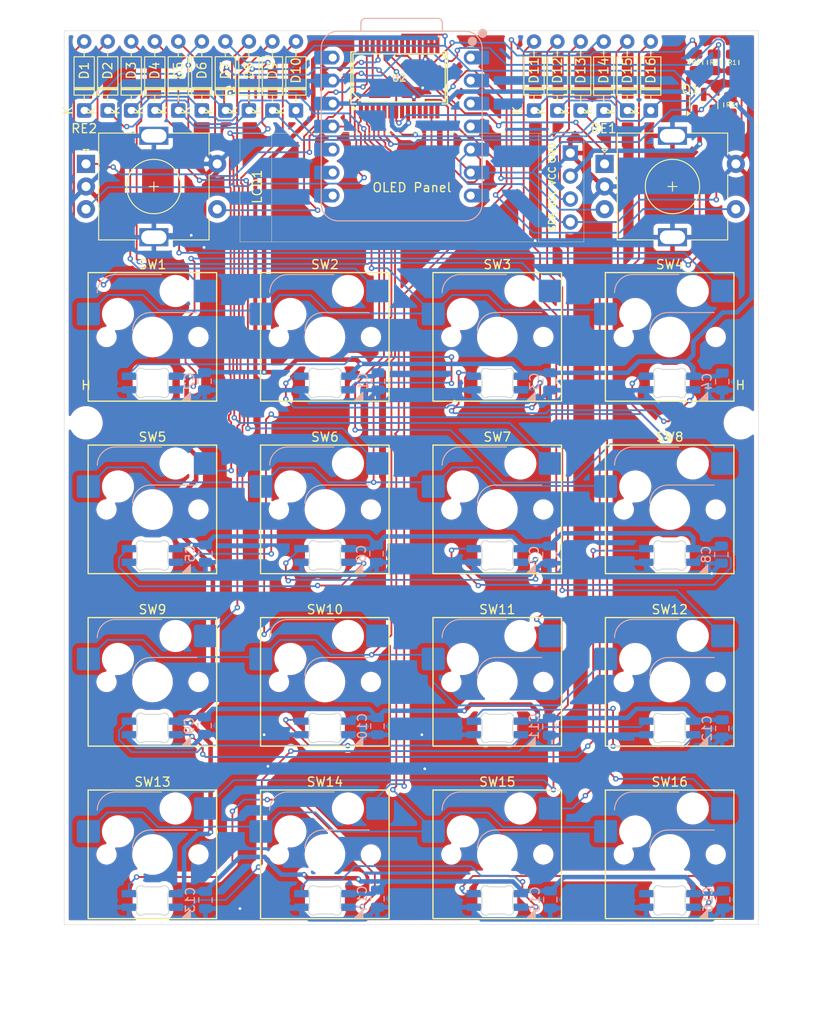
<source format=kicad_pcb>
(kicad_pcb (version 20241229) (generator "pcbnew") (generator_version "9.0")
  (layers (0 "F.Cu" signal) (2 "B.Cu" signal) (13 "F.Paste" user) (15 "B.Paste" user) (5 "F.SilkS" user "F.Silkscreen") (7 "B.SilkS" user "B.Silkscreen") (1 "F.Mask" user) (3 "B.Mask" user) (25 "Edge.Cuts" user))
  (net 0 "")
  (net 1 "VBUS")
  (net 2 "GND")
  (net 3 "Net-(D1-A)")
  (net 4 "C0")
  (net 5 "C1")
  (net 6 "Net-(D2-A)")
  (net 7 "Net-(D3-A)")
  (net 8 "C2")
  (net 9 "Net-(D4-A)")
  (net 10 "C3")
  (net 11 "Net-(D5-A)")
  (net 12 "Net-(D6-A)")
  (net 13 "Net-(D7-A)")
  (net 14 "Net-(D8-A)")
  (net 15 "Net-(D9-A)")
  (net 16 "Net-(D10-A)")
  (net 17 "Net-(D11-A)")
  (net 18 "Net-(D12-A)")
  (net 19 "Net-(D13-A)")
  (net 20 "Net-(D14-A)")
  (net 21 "Net-(D15-A)")
  (net 22 "Net-(D16-A)")
  (net 23 "SCL")
  (net 24 "SDA")
  (net 25 "Net-(LEDD1-DOUT)")
  (net 26 "RGB_Level")
  (net 27 "Net-(LEDD2-DOUT)")
  (net 28 "Net-(LEDD3-DOUT)")
  (net 29 "Net-(LEDD4-DOUT)")
  (net 30 "Net-(LEDD5-DOUT)")
  (net 31 "Net-(LEDD6-DOUT)")
  (net 32 "Net-(LEDD7-DOUT)")
  (net 33 "Net-(LEDD8-DOUT)")
  (net 34 "Net-(LEDD10-DIN)")
  (net 35 "Net-(LEDD10-DOUT)")
  (net 36 "Net-(LEDD11-DOUT)")
  (net 37 "Net-(LEDD12-DOUT)")
  (net 38 "Net-(LEDD13-DOUT)")
  (net 39 "Net-(LEDD14-DOUT)")
  (net 40 "Net-(LEDD15-DOUT)")
  (net 42 "RGB")
  (net 43 "+3.3V")
  (net 44 "S1")
  (net 45 "A1")
  (net 46 "B1")
  (net 47 "S2")
  (net 48 "A2")
  (net 49 "B2")
  (net 50 "R0")
  (net 51 "R1")
  (net 52 "R2")
  (net 53 "R3")
  (net 63 "Net-(U2-~{RESET})")
  (footprint "Resistor_SMD:R_0805_2012Metric" (layer "F.Cu") (at 176.9 54.4875 90)
    (property "Reference" "R3" (hide yes))
    (property "Value" "10K" (hide yes))
  )
  (footprint "Diode_THT:D_DO-35_SOD27_P7.62mm_Horizontal" (layer "F.Cu") (at 118.5 55.1 90)
    (property "Reference" "D6")
    (property "Value" "1N4148")
  )
  (footprint "MX_SK6812MINI-E:MX_SK6812MINI-E" (layer "F.Cu") (at 113.05 80.12)
    (property "Reference" "LEDD1" (hide yes))
    (property "Value" "SK6812MINI")
    (fp_line (start -1.699999 5.782841) (end -1.699999 4.377157) (stroke (width 0.1)) (layer "Edge.Cuts"))
    (fp_line (start -0.794452 3.58) (end 0.794453 3.58) (stroke (width 0.1)) (layer "Edge.Cuts"))
    (fp_line (start 0.794452 6.579999) (end -0.794452 6.579999) (stroke (width 0.1)) (layer "Edge.Cuts"))
    (fp_line (start 1.699999 4.377157) (end 1.699999 5.782841) (stroke (width 0.1)) (layer "Edge.Cuts"))
    (fp_arc (start -1.749484 4.160279) (mid -1.712527 4.265931) (end -1.699999 4.377157) (stroke (width 0.1)) (layer "Edge.Cuts"))
    (fp_arc (start -1.749484 4.160279) (mid -1.638071 3.575964) (end -1.046711 3.5117) (stroke (width 0.1)) (layer "Edge.Cuts"))
    (fp_arc (start -1.699999 5.782842) (mid -1.712527 5.894067) (end -1.749484 5.999719) (stroke (width 0.1)) (layer "Edge.Cuts"))
    (fp_arc (start -1.046711 6.648296) (mid -1.63807 6.584033) (end -1.749484 5.999719) (stroke (width 0.1)) (layer "Edge.Cuts"))
    (fp_arc (start -1.04671 6.648298) (mid -0.925122 6.597376) (end -0.794452 6.579999) (stroke (width 0.1)) (layer "Edge.Cuts"))
    (fp_arc (start -0.794453 3.579999) (mid -0.925123 3.562622) (end -1.046711 3.5117) (stroke (width 0.1)) (layer "Edge.Cuts"))
    (fp_arc (start 0.794452 6.579999) (mid 0.925123 6.597376) (end 1.046711 6.648298) (stroke (width 0.1)) (layer "Edge.Cuts"))
    (fp_arc (start 1.046711 3.511701) (mid 0.925123 3.562623) (end 0.794453 3.58) (stroke (width 0.1)) (layer "Edge.Cuts"))
    (fp_arc (start 1.046711 3.511701) (mid 1.638071 3.575965) (end 1.749484 4.160279) (stroke (width 0.1)) (layer "Edge.Cuts"))
    (fp_arc (start 1.699999 4.377156) (mid 1.712527 4.265931) (end 1.749484 4.160279) (stroke (width 0.1)) (layer "Edge.Cuts"))
    (fp_arc (start 1.749484 5.999718) (mid 1.638072 6.584034) (end 1.046711 6.648298) (stroke (width 0.1)) (layer "Edge.Cuts"))
    (fp_arc (start 1.749484 5.999719) (mid 1.712527 5.894067) (end 1.699999 5.782841) (stroke (width 0.1)) (layer "Edge.Cuts"))
  )
  (footprint "Resistor_SMD:R_0805_2012Metric" (layer "F.Cu") (at 175.1 49.7875 -90)
    (property "Reference" "R2" (hide yes))
    (property "Value" "10K" (hide yes))
  )
  (footprint "Package_SO:SSOP-28_5.3x10.2mm_P0.65mm" (layer "F.Cu") (at 140.3 51.5 90)
    (property "Reference" "U2" (hide yes))
    (property "Value" "MCP23017_SP" (hide yes))
  )
  (footprint "Diode_THT:D_DO-35_SOD27_P7.62mm_Horizontal" (layer "F.Cu") (at 113.3 55.1 90)
    (property "Reference" "D4")
    (property "Value" "1N4148")
  )
  (footprint "PCM_Switch_Keyboard_Hotswap_Kailh:SW_Hotswap_Kailh_MX_1.00u" (layer "F.Cu") (at 151.15 80.12)
    (property "Reference" "SW3")
    (property "Value" "SW_MEC_5G")
  )
  (footprint "PCM_Switch_Keyboard_Hotswap_Kailh:SW_Hotswap_Kailh_MX_1.00u" (layer "F.Cu") (at 132.1 99.17)
    (property "Reference" "SW6")
    (property "Value" "SW_MEC_5G")
  )
  (footprint "PCM_Switch_Keyboard_Hotswap_Kailh:SW_Hotswap_Kailh_MX_1.00u" (layer "F.Cu") (at 113.05 118.22)
    (property "Reference" "SW9")
    (property "Value" "SW_MEC_5G")
  )
  (footprint "Encoders:RotaryEncoder_Alps_EC11E-Switch_Vertical_H20mm" (layer "F.Cu") (at 105.7 61)
    (property "Reference" "RE2")
    (property "Value" "RotaryEncoder_Switch_MP")
  )
  (footprint "MX_SK6812MINI-E:MX_SK6812MINI-E" (layer "F.Cu") (at 151.15 137.27)
    (property "Reference" "LEDD15" (hide yes))
    (property "Value" "SK6812MINI")
    (fp_line (start -1.699999 5.782841) (end -1.699999 4.377157) (stroke (width 0.1)) (layer "Edge.Cuts"))
    (fp_line (start -0.794452 3.58) (end 0.794453 3.58) (stroke (width 0.1)) (layer "Edge.Cuts"))
    (fp_line (start 0.794452 6.579999) (end -0.794452 6.579999) (stroke (width 0.1)) (layer "Edge.Cuts"))
    (fp_line (start 1.699999 4.377157) (end 1.699999 5.782841) (stroke (width 0.1)) (layer "Edge.Cuts"))
    (fp_arc (start -1.749484 4.160279) (mid -1.712527 4.265931) (end -1.699999 4.377157) (stroke (width 0.1)) (layer "Edge.Cuts"))
    (fp_arc (start -1.749484 4.160279) (mid -1.638071 3.575964) (end -1.046711 3.5117) (stroke (width 0.1)) (layer "Edge.Cuts"))
    (fp_arc (start -1.699999 5.782842) (mid -1.712527 5.894067) (end -1.749484 5.999719) (stroke (width 0.1)) (layer "Edge.Cuts"))
    (fp_arc (start -1.046711 6.648296) (mid -1.63807 6.584033) (end -1.749484 5.999719) (stroke (width 0.1)) (layer "Edge.Cuts"))
    (fp_arc (start -1.04671 6.648298) (mid -0.925122 6.597376) (end -0.794452 6.579999) (stroke (width 0.1)) (layer "Edge.Cuts"))
    (fp_arc (start -0.794453 3.579999) (mid -0.925123 3.562622) (end -1.046711 3.5117) (stroke (width 0.1)) (layer "Edge.Cuts"))
    (fp_arc (start 0.794452 6.579999) (mid 0.925123 6.597376) (end 1.046711 6.648298) (stroke (width 0.1)) (layer "Edge.Cuts"))
    (fp_arc (start 1.046711 3.511701) (mid 0.925123 3.562623) (end 0.794453 3.58) (stroke (width 0.1)) (layer "Edge.Cuts"))
    (fp_arc (start 1.046711 3.511701) (mid 1.638071 3.575965) (end 1.749484 4.160279) (stroke (width 0.1)) (layer "Edge.Cuts"))
    (fp_arc (start 1.699999 4.377156) (mid 1.712527 4.265931) (end 1.749484 4.160279) (stroke (width 0.1)) (layer "Edge.Cuts"))
    (fp_arc (start 1.749484 5.999718) (mid 1.638072 6.584034) (end 1.046711 6.648298) (stroke (width 0.1)) (layer "Edge.Cuts"))
    (fp_arc (start 1.749484 5.999719) (mid 1.712527 5.894067) (end 1.699999 5.782841) (stroke (width 0.1)) (layer "Edge.Cuts"))
  )
  (footprint "PCM_Switch_Keyboard_Hotswap_Kailh:SW_Hotswap_Kailh_MX_1.00u" (layer "F.Cu") (at 113.05 99.17)
    (property "Reference" "SW5")
    (property "Value" "SW_MEC_5G")
  )
  (footprint "PCM_Switch_Keyboard_Hotswap_Kailh:SW_Hotswap_Kailh_MX_1.00u" (layer "F.Cu") (at 132.1 137.27)
    (property "Reference" "SW14")
    (property "Value" "SW_MEC_5G")
  )
  (footprint "Diode_THT:D_DO-35_SOD27_P7.62mm_Horizontal" (layer "F.Cu") (at 105.5 55.1 90)
    (property "Reference" "D1")
    (property "Value" "1N4148")
  )
  (footprint "Diode_THT:D_DO-35_SOD27_P7.62mm_Horizontal" (layer "F.Cu") (at 110.7 55.1 90)
    (property "Reference" "D3")
    (property "Value" "1N4148")
  )
  (footprint "Diode_THT:D_DO-35_SOD27_P7.62mm_Horizontal" (layer "F.Cu") (at 108.1 55.1 90)
    (property "Reference" "D2")
    (property "Value" "1N4148")
  )
  (footprint "MX_SK6812MINI-E:MX_SK6812MINI-E" (layer "F.Cu") (at 151.15 118.22)
    (property "Reference" "LEDD11" (hide yes))
    (property "Value" "SK6812MINI")
    (fp_line (start -1.699999 5.782841) (end -1.699999 4.377157) (stroke (width 0.1)) (layer "Edge.Cuts"))
    (fp_line (start -0.794452 3.58) (end 0.794453 3.58) (stroke (width 0.1)) (layer "Edge.Cuts"))
    (fp_line (start 0.794452 6.579999) (end -0.794452 6.579999) (stroke (width 0.1)) (layer "Edge.Cuts"))
    (fp_line (start 1.699999 4.377157) (end 1.699999 5.782841) (stroke (width 0.1)) (layer "Edge.Cuts"))
    (fp_arc (start -1.749484 4.160279) (mid -1.712527 4.265931) (end -1.699999 4.377157) (stroke (width 0.1)) (layer "Edge.Cuts"))
    (fp_arc (start -1.749484 4.160279) (mid -1.638071 3.575964) (end -1.046711 3.5117) (stroke (width 0.1)) (layer "Edge.Cuts"))
    (fp_arc (start -1.699999 5.782842) (mid -1.712527 5.894067) (end -1.749484 5.999719) (stroke (width 0.1)) (layer "Edge.Cuts"))
    (fp_arc (start -1.046711 6.648296) (mid -1.63807 6.584033) (end -1.749484 5.999719) (stroke (width 0.1)) (layer "Edge.Cuts"))
    (fp_arc (start -1.04671 6.648298) (mid -0.925122 6.597376) (end -0.794452 6.579999) (stroke (width 0.1)) (layer "Edge.Cuts"))
    (fp_arc (start -0.794453 3.579999) (mid -0.925123 3.562622) (end -1.046711 3.5117) (stroke (width 0.1)) (layer "Edge.Cuts"))
    (fp_arc (start 0.794452 6.579999) (mid 0.925123 6.597376) (end 1.046711 6.648298) (stroke (width 0.1)) (layer "Edge.Cuts"))
    (fp_arc (start 1.046711 3.511701) (mid 0.925123 3.562623) (end 0.794453 3.58) (stroke (width 0.1)) (layer "Edge.Cuts"))
    (fp_arc (start 1.046711 3.511701) (mid 1.638071 3.575965) (end 1.749484 4.160279) (stroke (width 0.1)) (layer "Edge.Cuts"))
    (fp_arc (start 1.699999 4.377156) (mid 1.712527 4.265931) (end 1.749484 4.160279) (stroke (width 0.1)) (layer "Edge.Cuts"))
    (fp_arc (start 1.749484 5.999718) (mid 1.638072 6.584034) (end 1.046711 6.648298) (stroke (width 0.1)) (layer "Edge.Cuts"))
    (fp_arc (start 1.749484 5.999719) (mid 1.712527 5.894067) (end 1.699999 5.782841) (stroke (width 0.1)) (layer "Edge.Cuts"))
  )
  (footprint "Display:SSD1306-0.91-OLED-4pin-128x32" (layer "F.Cu") (at 122.715 57.615)
    (property "Reference" "LCD1")
    (property "Value" "~")
  )
  (footprint "PCM_Switch_Keyboard_Hotswap_Kailh:SW_Hotswap_Kailh_MX_1.00u" (layer "F.Cu") (at 151.15 118.22)
    (property "Reference" "SW11")
    (property "Value" "SW_MEC_5G")
  )
  (footprint "Resistor_SMD:R_0805_2012Metric" (layer "F.Cu") (at 173.1 49.7875 90)
    (property "Reference" "R4" (hide yes))
    (property "Value" "10K" (hide yes))
  )
  (footprint "PCM_Switch_Keyboard_Hotswap_Kailh:SW_Hotswap_Kailh_MX_1.00u" (layer "F.Cu") (at 170.2 118.22)
    (property "Reference" "SW12")
    (property "Value" "SW_MEC_5G")
  )
  (footprint "MX_SK6812MINI-E:MX_SK6812MINI-E" (layer "F.Cu") (at 170.2 80.12)
    (property "Reference" "LEDD4" (hide yes))
    (property "Value" "SK6812MINI")
    (fp_line (start -1.699999 5.782841) (end -1.699999 4.377157) (stroke (width 0.1)) (layer "Edge.Cuts"))
    (fp_line (start -0.794452 3.58) (end 0.794453 3.58) (stroke (width 0.1)) (layer "Edge.Cuts"))
    (fp_line (start 0.794452 6.579999) (end -0.794452 6.579999) (stroke (width 0.1)) (layer "Edge.Cuts"))
    (fp_line (start 1.699999 4.377157) (end 1.699999 5.782841) (stroke (width 0.1)) (layer "Edge.Cuts"))
    (fp_arc (start -1.749484 4.160279) (mid -1.712527 4.265931) (end -1.699999 4.377157) (stroke (width 0.1)) (layer "Edge.Cuts"))
    (fp_arc (start -1.749484 4.160279) (mid -1.638071 3.575964) (end -1.046711 3.5117) (stroke (width 0.1)) (layer "Edge.Cuts"))
    (fp_arc (start -1.699999 5.782842) (mid -1.712527 5.894067) (end -1.749484 5.999719) (stroke (width 0.1)) (layer "Edge.Cuts"))
    (fp_arc (start -1.046711 6.648296) (mid -1.63807 6.584033) (end -1.749484 5.999719) (stroke (width 0.1)) (layer "Edge.Cuts"))
    (fp_arc (start -1.04671 6.648298) (mid -0.925122 6.597376) (end -0.794452 6.579999) (stroke (width 0.1)) (layer "Edge.Cuts"))
    (fp_arc (start -0.794453 3.579999) (mid -0.925123 3.562622) (end -1.046711 3.5117) (stroke (width 0.1)) (layer "Edge.Cuts"))
    (fp_arc (start 0.794452 6.579999) (mid 0.925123 6.597376) (end 1.046711 6.648298) (stroke (width 0.1)) (layer "Edge.Cuts"))
    (fp_arc (start 1.046711 3.511701) (mid 0.925123 3.562623) (end 0.794453 3.58) (stroke (width 0.1)) (layer "Edge.Cuts"))
    (fp_arc (start 1.046711 3.511701) (mid 1.638071 3.575965) (end 1.749484 4.160279) (stroke (width 0.1)) (layer "Edge.Cuts"))
    (fp_arc (start 1.699999 4.377156) (mid 1.712527 4.265931) (end 1.749484 4.160279) (stroke (width 0.1)) (layer "Edge.Cuts"))
    (fp_arc (start 1.749484 5.999718) (mid 1.638072 6.584034) (end 1.046711 6.648298) (stroke (width 0.1)) (layer "Edge.Cuts"))
    (fp_arc (start 1.749484 5.999719) (mid 1.712527 5.894067) (end 1.699999 5.782841) (stroke (width 0.1)) (layer "Edge.Cuts"))
  )
  (footprint "PCM_Switch_Keyboard_Hotswap_Kailh:SW_Hotswap_Kailh_MX_1.00u" (layer "F.Cu") (at 170.2 137.27)
    (property "Reference" "SW16")
    (property "Value" "SW_MEC_5G")
  )
  (footprint "Diode_THT:D_DO-35_SOD27_P7.62mm_Horizontal" (layer "F.Cu") (at 160.3565 55.11 90)
    (property "Reference" "D13")
    (property "Value" "1N4148")
  )
  (footprint "PCM_Switch_Keyboard_Hotswap_Kailh:SW_Hotswap_Kailh_MX_1.00u" (layer "F.Cu") (at 113.05 80.12)
    (property "Reference" "SW1")
    (property "Value" "SW_MEC_5G")
  )
  (footprint "Diode_THT:D_DO-35_SOD27_P7.62mm_Horizontal" (layer "F.Cu") (at 157.7811 55.11 90)
    (property "Reference" "D12")
    (property "Value" "1N4148")
  )
  (footprint "MX_SK6812MINI-E:MX_SK6812MINI-E" (layer "F.Cu") (at 132.1 137.27)
    (property "Reference" "LEDD14" (hide yes))
    (property "Value" "SK6812MINI")
    (fp_line (start -1.699999 5.782841) (end -1.699999 4.377157) (stroke (width 0.1)) (layer "Edge.Cuts"))
    (fp_line (start -0.794452 3.58) (end 0.794453 3.58) (stroke (width 0.1)) (layer "Edge.Cuts"))
    (fp_line (start 0.794452 6.579999) (end -0.794452 6.579999) (stroke (width 0.1)) (layer "Edge.Cuts"))
    (fp_line (start 1.699999 4.377157) (end 1.699999 5.782841) (stroke (width 0.1)) (layer "Edge.Cuts"))
    (fp_arc (start -1.749484 4.160279) (mid -1.712527 4.265931) (end -1.699999 4.377157) (stroke (width 0.1)) (layer "Edge.Cuts"))
    (fp_arc (start -1.749484 4.160279) (mid -1.638071 3.575964) (end -1.046711 3.5117) (stroke (width 0.1)) (layer "Edge.Cuts"))
    (fp_arc (start -1.699999 5.782842) (mid -1.712527 5.894067) (end -1.749484 5.999719) (stroke (width 0.1)) (layer "Edge.Cuts"))
    (fp_arc (start -1.046711 6.648296) (mid -1.63807 6.584033) (end -1.749484 5.999719) (stroke (width 0.1)) (layer "Edge.Cuts"))
    (fp_arc (start -1.04671 6.648298) (mid -0.925122 6.597376) (end -0.794452 6.579999) (stroke (width 0.1)) (layer "Edge.Cuts"))
    (fp_arc (start -0.794453 3.579999) (mid -0.925123 3.562622) (end -1.046711 3.5117) (stroke (width 0.1)) (layer "Edge.Cuts"))
    (fp_arc (start 0.794452 6.579999) (mid 0.925123 6.597376) (end 1.046711 6.648298) (stroke (width 0.1)) (layer "Edge.Cuts"))
    (fp_arc (start 1.046711 3.511701) (mid 0.925123 3.562623) (end 0.794453 3.58) (stroke (width 0.1)) (layer "Edge.Cuts"))
    (fp_arc (start 1.046711 3.511701) (mid 1.638071 3.575965) (end 1.749484 4.160279) (stroke (width 0.1)) (layer "Edge.Cuts"))
    (fp_arc (start 1.699999 4.377156) (mid 1.712527 4.265931) (end 1.749484 4.160279) (stroke (width 0.1)) (layer "Edge.Cuts"))
    (fp_arc (start 1.749484 5.999718) (mid 1.638072 6.584034) (end 1.046711 6.648298) (stroke (width 0.1)) (layer "Edge.Cuts"))
    (fp_arc (start 1.749484 5.999719) (mid 1.712527 5.894067) (end 1.699999 5.782841) (stroke (width 0.1)) (layer "Edge.Cuts"))
  )
  (footprint "Diode_THT:D_DO-35_SOD27_P7.62mm_Horizontal" (layer "F.Cu") (at 168.1 55.11 90)
    (property "Reference" "D16")
    (property "Value" "1N4148")
  )
  (footprint "MX_SK6812MINI-E:MX_SK6812MINI-E" (layer "F.Cu") (at 113.05 118.22)
    (property "Reference" "LEDD9" (hide yes))
    (property "Value" "SK6812MINI")
    (fp_line (start -1.699999 5.782841) (end -1.699999 4.377157) (stroke (width 0.1)) (layer "Edge.Cuts"))
    (fp_line (start -0.794452 3.58) (end 0.794453 3.58) (stroke (width 0.1)) (layer "Edge.Cuts"))
    (fp_line (start 0.794452 6.579999) (end -0.794452 6.579999) (stroke (width 0.1)) (layer "Edge.Cuts"))
    (fp_line (start 1.699999 4.377157) (end 1.699999 5.782841) (stroke (width 0.1)) (layer "Edge.Cuts"))
    (fp_arc (start -1.749484 4.160279) (mid -1.712527 4.265931) (end -1.699999 4.377157) (stroke (width 0.1)) (layer "Edge.Cuts"))
    (fp_arc (start -1.749484 4.160279) (mid -1.638071 3.575964) (end -1.046711 3.5117) (stroke (width 0.1)) (layer "Edge.Cuts"))
    (fp_arc (start -1.699999 5.782842) (mid -1.712527 5.894067) (end -1.749484 5.999719) (stroke (width 0.1)) (layer "Edge.Cuts"))
    (fp_arc (start -1.046711 6.648296) (mid -1.63807 6.584033) (end -1.749484 5.999719) (stroke (width 0.1)) (layer "Edge.Cuts"))
    (fp_arc (start -1.04671 6.648298) (mid -0.925122 6.597376) (end -0.794452 6.579999) (stroke (width 0.1)) (layer "Edge.Cuts"))
    (fp_arc (start -0.794453 3.579999) (mid -0.925123 3.562622) (end -1.046711 3.5117) (stroke (width 0.1)) (layer "Edge.Cuts"))
    (fp_arc (start 0.794452 6.579999) (mid 0.925123 6.597376) (end 1.046711 6.648298) (stroke (width 0.1)) (layer "Edge.Cuts"))
    (fp_arc (start 1.046711 3.511701) (mid 0.925123 3.562623) (end 0.794453 3.58) (stroke (width 0.1)) (layer "Edge.Cuts"))
    (fp_arc (start 1.046711 3.511701) (mid 1.638071 3.575965) (end 1.749484 4.160279) (stroke (width 0.1)) (layer "Edge.Cuts"))
    (fp_arc (start 1.699999 4.377156) (mid 1.712527 4.265931) (end 1.749484 4.160279) (stroke (width 0.1)) (layer "Edge.Cuts"))
    (fp_arc (start 1.749484 5.999718) (mid 1.638072 6.584034) (end 1.046711 6.648298) (stroke (width 0.1)) (layer "Edge.Cuts"))
    (fp_arc (start 1.749484 5.999719) (mid 1.712527 5.894067) (end 1.699999 5.782841) (stroke (width 0.1)) (layer "Edge.Cuts"))
  )
  (footprint "Diode_THT:D_DO-35_SOD27_P7.62mm_Horizontal" (layer "F.Cu") (at 121.1 55.1 90)
    (property "Reference" "D7")
    (property "Value" "1N4148")
  )
  (footprint "MX_SK6812MINI-E:MX_SK6812MINI-E" (layer "F.Cu") (at 113.05 137.27)
    (property "Reference" "LEDD13" (hide yes))
    (property "Value" "SK6812MINI")
    (fp_line (start -1.699999 5.782841) (end -1.699999 4.377157) (stroke (width 0.1)) (layer "Edge.Cuts"))
    (fp_line (start -0.794452 3.58) (end 0.794453 3.58) (stroke (width 0.1)) (layer "Edge.Cuts"))
    (fp_line (start 0.794452 6.579999) (end -0.794452 6.579999) (stroke (width 0.1)) (layer "Edge.Cuts"))
    (fp_line (start 1.699999 4.377157) (end 1.699999 5.782841) (stroke (width 0.1)) (layer "Edge.Cuts"))
    (fp_arc (start -1.749484 4.160279) (mid -1.712527 4.265931) (end -1.699999 4.377157) (stroke (width 0.1)) (layer "Edge.Cuts"))
    (fp_arc (start -1.749484 4.160279) (mid -1.638071 3.575964) (end -1.046711 3.5117) (stroke (width 0.1)) (layer "Edge.Cuts"))
    (fp_arc (start -1.699999 5.782842) (mid -1.712527 5.894067) (end -1.749484 5.999719) (stroke (width 0.1)) (layer "Edge.Cuts"))
    (fp_arc (start -1.046711 6.648296) (mid -1.63807 6.584033) (end -1.749484 5.999719) (stroke (width 0.1)) (layer "Edge.Cuts"))
    (fp_arc (start -1.04671 6.648298) (mid -0.925122 6.597376) (end -0.794452 6.579999) (stroke (width 0.1)) (layer "Edge.Cuts"))
    (fp_arc (start -0.794453 3.579999) (mid -0.925123 3.562622) (end -1.046711 3.5117) (stroke (width 0.1)) (layer "Edge.Cuts"))
    (fp_arc (start 0.794452 6.579999) (mid 0.925123 6.597376) (end 1.046711 6.648298) (stroke (width 0.1)) (layer "Edge.Cuts"))
    (fp_arc (start 1.046711 3.511701) (mid 0.925123 3.562623) (end 0.794453 3.58) (stroke (width 0.1)) (layer "Edge.Cuts"))
    (fp_arc (start 1.046711 3.511701) (mid 1.638071 3.575965) (end 1.749484 4.160279) (stroke (width 0.1)) (layer "Edge.Cuts"))
    (fp_arc (start 1.699999 4.377156) (mid 1.712527 4.265931) (end 1.749484 4.160279) (stroke (width 0.1)) (layer "Edge.Cuts"))
    (fp_arc (start 1.749484 5.999718) (mid 1.638072 6.584034) (end 1.046711 6.648298) (stroke (width 0.1)) (layer "Edge.Cuts"))
    (fp_arc (start 1.749484 5.999719) (mid 1.712527 5.894067) (end 1.699999 5.782841) (stroke (width 0.1)) (layer "Edge.Cuts"))
  )
  (footprint "MX_SK6812MINI-E:MX_SK6812MINI-E" (layer "F.Cu") (at 170.2 137.27)
    (property "Reference" "LEDD16" (hide yes))
    (property "Value" "SK6812MINI")
    (fp_line (start -1.699999 5.782841) (end -1.699999 4.377157) (stroke (width 0.1)) (layer "Edge.Cuts"))
    (fp_line (start -0.794452 3.58) (end 0.794453 3.58) (stroke (width 0.1)) (layer "Edge.Cuts"))
    (fp_line (start 0.794452 6.579999) (end -0.794452 6.579999) (stroke (width 0.1)) (layer "Edge.Cuts"))
    (fp_line (start 1.699999 4.377157) (end 1.699999 5.782841) (stroke (width 0.1)) (layer "Edge.Cuts"))
    (fp_arc (start -1.749484 4.160279) (mid -1.712527 4.265931) (end -1.699999 4.377157) (stroke (width 0.1)) (layer "Edge.Cuts"))
    (fp_arc (start -1.749484 4.160279) (mid -1.638071 3.575964) (end -1.046711 3.5117) (stroke (width 0.1)) (layer "Edge.Cuts"))
    (fp_arc (start -1.699999 5.782842) (mid -1.712527 5.894067) (end -1.749484 5.999719) (stroke (width 0.1)) (layer "Edge.Cuts"))
    (fp_arc (start -1.046711 6.648296) (mid -1.63807 6.584033) (end -1.749484 5.999719) (stroke (width 0.1)) (layer "Edge.Cuts"))
    (fp_arc (start -1.04671 6.648298) (mid -0.925122 6.597376) (end -0.794452 6.579999) (stroke (width 0.1)) (layer "Edge.Cuts"))
    (fp_arc (start -0.794453 3.579999) (mid -0.925123 3.562622) (end -1.046711 3.5117) (stroke (width 0.1)) (layer "Edge.Cuts"))
    (fp_arc (start 0.794452 6.579999) (mid 0.925123 6.597376) (end 1.046711 6.648298) (stroke (width 0.1)) (layer "Edge.Cuts"))
    (fp_arc (start 1.046711 3.511701) (mid 0.925123 3.562623) (end 0.794453 3.58) (stroke (width 0.1)) (layer "Edge.Cuts"))
    (fp_arc (start 1.046711 3.511701) (mid 1.638071 3.575965) (end 1.749484 4.160279) (stroke (width 0.1)) (layer "Edge.Cuts"))
    (fp_arc (start 1.699999 4.377156) (mid 1.712527 4.265931) (end 1.749484 4.160279) (stroke (width 0.1)) (layer "Edge.Cuts"))
    (fp_arc (start 1.749484 5.999718) (mid 1.638072 6.584034) (end 1.046711 6.648298) (stroke (width 0.1)) (layer "Edge.Cuts"))
    (fp_arc (start 1.749484 5.999719) (mid 1.712527 5.894067) (end 1.699999 5.782841) (stroke (width 0.1)) (layer "Edge.Cuts"))
  )
  (footprint "Diode_THT:D_DO-35_SOD27_P7.62mm_Horizontal" (layer "F.Cu") (at 115.9 55.1 90)
    (property "Reference" "D5")
    (property "Value" "1N4148")
  )
  (footprint "Encoders:RotaryEncoder_Alps_EC11E-Switch_Vertical_H20mm" (layer "F.Cu") (at 163 61)
    (property "Reference" "RE1")
    (property "Value" "RotaryEncoder_Switch_MP")
  )
  (footprint "Diode_THT:D_DO-35_SOD27_P7.62mm_Horizontal" (layer "F.Cu") (at 165.5 55.11 90)
    (property "Reference" "D15")
    (property "Value" "1N4148")
  )
  (footprint "Diode_THT:D_DO-35_SOD27_P7.62mm_Horizontal" (layer "F.Cu") (at 126.3 55.1 90)
    (property "Reference" "D9")
    (property "Value" "1N4148")
  )
  (footprint "PCM_Switch_Keyboard_Hotswap_Kailh:SW_Hotswap_Kailh_MX_1.00u" (layer "F.Cu") (at 132.1 118.22)
    (property "Reference" "SW10")
    (property "Value" "SW_MEC_5G")
  )
  (footprint "MX_SK6812MINI-E:MX_SK6812MINI-E" (layer "F.Cu") (at 132.1 80.12)
    (property "Reference" "LEDD2" (hide yes))
    (property "Value" "SK6812MINI")
    (fp_line (start -1.699999 5.782841) (end -1.699999 4.377157) (stroke (width 0.1)) (layer "Edge.Cuts"))
    (fp_line (start -0.794452 3.58) (end 0.794453 3.58) (stroke (width 0.1)) (layer "Edge.Cuts"))
    (fp_line (start 0.794452 6.579999) (end -0.794452 6.579999) (stroke (width 0.1)) (layer "Edge.Cuts"))
    (fp_line (start 1.699999 4.377157) (end 1.699999 5.782841) (stroke (width 0.1)) (layer "Edge.Cuts"))
    (fp_arc (start -1.749484 4.160279) (mid -1.712527 4.265931) (end -1.699999 4.377157) (stroke (width 0.1)) (layer "Edge.Cuts"))
    (fp_arc (start -1.749484 4.160279) (mid -1.638071 3.575964) (end -1.046711 3.5117) (stroke (width 0.1)) (layer "Edge.Cuts"))
    (fp_arc (start -1.699999 5.782842) (mid -1.712527 5.894067) (end -1.749484 5.999719) (stroke (width 0.1)) (layer "Edge.Cuts"))
    (fp_arc (start -1.046711 6.648296) (mid -1.63807 6.584033) (end -1.749484 5.999719) (stroke (width 0.1)) (layer "Edge.Cuts"))
    (fp_arc (start -1.04671 6.648298) (mid -0.925122 6.597376) (end -0.794452 6.579999) (stroke (width 0.1)) (layer "Edge.Cuts"))
    (fp_arc (start -0.794453 3.579999) (mid -0.925123 3.562622) (end -1.046711 3.5117) (stroke (width 0.1)) (layer "Edge.Cuts"))
    (fp_arc (start 0.794452 6.579999) (mid 0.925123 6.597376) (end 1.046711 6.648298) (stroke (width 0.1)) (layer "Edge.Cuts"))
    (fp_arc (start 1.046711 3.511701) (mid 0.925123 3.562623) (end 0.794453 3.58) (stroke (width 0.1)) (layer "Edge.Cuts"))
    (fp_arc (start 1.046711 3.511701) (mid 1.638071 3.575965) (end 1.749484 4.160279) (stroke (width 0.1)) (layer "Edge.Cuts"))
    (fp_arc (start 1.699999 4.377156) (mid 1.712527 4.265931) (end 1.749484 4.160279) (stroke (width 0.1)) (layer "Edge.Cuts"))
    (fp_arc (start 1.749484 5.999718) (mid 1.638072 6.584034) (end 1.046711 6.648298) (stroke (width 0.1)) (layer "Edge.Cuts"))
    (fp_arc (start 1.749484 5.999719) (mid 1.712527 5.894067) (end 1.699999 5.782841) (stroke (width 0.1)) (layer "Edge.Cuts"))
  )
  (footprint "PCM_Switch_Keyboard_Hotswap_Kailh:SW_Hotswap_Kailh_MX_1.00u" (layer "F.Cu") (at 151.15 137.27)
    (property "Reference" "SW15")
    (property "Value" "SW_MEC_5G")
  )
  (footprint "Diode_THT:D_DO-35_SOD27_P7.62mm_Horizontal" (layer "F.Cu") (at 155.2 55.11 90)
    (property "Reference" "D11")
    (property "Value" "1N4148")
  )
  (footprint "MX_SK6812MINI-E:MX_SK6812MINI-E" (layer "F.Cu") (at 170.2 99.17)
    (property "Reference" "LEDD8" (hide yes))
    (property "Value" "SK6812MINI")
    (fp_line (start -1.699999 5.782841) (end -1.699999 4.377157) (stroke (width 0.1)) (layer "Edge.Cuts"))
    (fp_line (start -0.794452 3.58) (end 0.794453 3.58) (stroke (width 0.1)) (layer "Edge.Cuts"))
    (fp_line (start 0.794452 6.579999) (end -0.794452 6.579999) (stroke (width 0.1)) (layer "Edge.Cuts"))
    (fp_line (start 1.699999 4.377157) (end 1.699999 5.782841) (stroke (width 0.1)) (layer "Edge.Cuts"))
    (fp_arc (start -1.749484 4.160279) (mid -1.712527 4.265931) (end -1.699999 4.377157) (stroke (width 0.1)) (layer "Edge.Cuts"))
    (fp_arc (start -1.749484 4.160279) (mid -1.638071 3.575964) (end -1.046711 3.5117) (stroke (width 0.1)) (layer "Edge.Cuts"))
    (fp_arc (start -1.699999 5.782842) (mid -1.712527 5.894067) (end -1.749484 5.999719) (stroke (width 0.1)) (layer "Edge.Cuts"))
    (fp_arc (start -1.046711 6.648296) (mid -1.63807 6.584033) (end -1.749484 5.999719) (stroke (width 0.1)) (layer "Edge.Cuts"))
    (fp_arc (start -1.04671 6.648298) (mid -0.925122 6.597376) (end -0.794452 6.579999) (stroke (width 0.1)) (layer "Edge.Cuts"))
    (fp_arc (start -0.794453 3.579999) (mid -0.925123 3.562622) (end -1.046711 3.5117) (stroke (width 0.1)) (layer "Edge.Cuts"))
    (fp_arc (start 0.794452 6.579999) (mid 0.925123 6.597376) (end 1.046711 6.648298) (stroke (width 0.1)) (layer "Edge.Cuts"))
    (fp_arc (start 1.046711 3.511701) (mid 0.925123 3.562623) (end 0.794453 3.58) (stroke (width 0.1)) (layer "Edge.Cuts"))
    (fp_arc (start 1.046711 3.511701) (mid 1.638071 3.575965) (end 1.749484 4.160279) (stroke (width 0.1)) (layer "Edge.Cuts"))
    (fp_arc (start 1.699999 4.377156) (mid 1.712527 4.265931) (end 1.749484 4.160279) (stroke (width 0.1)) (layer "Edge.Cuts"))
    (fp_arc (start 1.749484 5.999718) (mid 1.638072 6.584034) (end 1.046711 6.648298) (stroke (width 0.1)) (layer "Edge.Cuts"))
    (fp_arc (start 1.749484 5.999719) (mid 1.712527 5.894067) (end 1.699999 5.782841) (stroke (width 0.1)) (layer "Edge.Cuts"))
  )
  (footprint "Diode_THT:D_DO-35_SOD27_P7.62mm_Horizontal" (layer "F.Cu") (at 162.9 55.11 90)
    (property "Reference" "D14")
    (property "Value" "1N4148")
  )
  (footprint "MountingHole:MountingHole_3.2mm_M3" (layer "F.Cu") (at 178 89.6)
    (property "Reference" "H")
    (property "Value" "MountingHole_3.2mm_M3")
  )
  (footprint "PCM_Switch_Keyboard_Hotswap_Kailh:SW_Hotswap_Kailh_MX_1.00u" (layer "F.Cu") (at 132.1 80.12)
    (property "Reference" "SW2")
    (property "Value" "SW_MEC_5G")
  )
  (footprint "MX_SK6812MINI-E:MX_SK6812MINI-E" (layer "F.Cu") (at 151.15 80.12)
    (property "Reference" "LEDD3" (hide yes))
    (property "Value" "SK6812MINI")
    (fp_line (start -1.699999 5.782841) (end -1.699999 4.377157) (stroke (width 0.1)) (layer "Edge.Cuts"))
    (fp_line (start -0.794452 3.58) (end 0.794453 3.58) (stroke (width 0.1)) (layer "Edge.Cuts"))
    (fp_line (start 0.794452 6.579999) (end -0.794452 6.579999) (stroke (width 0.1)) (layer "Edge.Cuts"))
    (fp_line (start 1.699999 4.377157) (end 1.699999 5.782841) (stroke (width 0.1)) (layer "Edge.Cuts"))
    (fp_arc (start -1.749484 4.160279) (mid -1.712527 4.265931) (end -1.699999 4.377157) (stroke (width 0.1)) (layer "Edge.Cuts"))
    (fp_arc (start -1.749484 4.160279) (mid -1.638071 3.575964) (end -1.046711 3.5117) (stroke (width 0.1)) (layer "Edge.Cuts"))
    (fp_arc (start -1.699999 5.782842) (mid -1.712527 5.894067) (end -1.749484 5.999719) (stroke (width 0.1)) (layer "Edge.Cuts"))
    (fp_arc (start -1.046711 6.648296) (mid -1.63807 6.584033) (end -1.749484 5.999719) (stroke (width 0.1)) (layer "Edge.Cuts"))
    (fp_arc (start -1.04671 6.648298) (mid -0.925122 6.597376) (end -0.794452 6.579999) (stroke (width 0.1)) (layer "Edge.Cuts"))
    (fp_arc (start -0.794453 3.579999) (mid -0.925123 3.562622) (end -1.046711 3.5117) (stroke (width 0.1)) (layer "Edge.Cuts"))
    (fp_arc (start 0.794452 6.579999) (mid 0.925123 6.597376) (end 1.046711 6.648298) (stroke (width 0.1)) (layer "Edge.Cuts"))
    (fp_arc (start 1.046711 3.511701) (mid 0.925123 3.562623) (end 0.794453 3.58) (stroke (width 0.1)) (layer "Edge.Cuts"))
    (fp_arc (start 1.046711 3.511701) (mid 1.638071 3.575965) (end 1.749484 4.160279) (stroke (width 0.1)) (layer "Edge.Cuts"))
    (fp_arc (start 1.699999 4.377156) (mid 1.712527 4.265931) (end 1.749484 4.160279) (stroke (width 0.1)) (layer "Edge.Cuts"))
    (fp_arc (start 1.749484 5.999718) (mid 1.638072 6.584034) (end 1.046711 6.648298) (stroke (width 0.1)) (layer "Edge.Cuts"))
    (fp_arc (start 1.749484 5.999719) (mid 1.712527 5.894067) (end 1.699999 5.782841) (stroke (width 0.1)) (layer "Edge.Cuts"))
  )
  (footprint "MX_SK6812MINI-E:MX_SK6812MINI-E" (layer "F.Cu") (at 132.1 118.22)
    (property "Reference" "LEDD10" (hide yes))
    (property "Value" "SK6812MINI")
    (fp_line (start -1.699999 5.782841) (end -1.699999 4.377157) (stroke (width 0.1)) (layer "Edge.Cuts"))
    (fp_line (start -0.794452 3.58) (end 0.794453 3.58) (stroke (width 0.1)) (layer "Edge.Cuts"))
    (fp_line (start 0.794452 6.579999) (end -0.794452 6.579999) (stroke (width 0.1)) (layer "Edge.Cuts"))
    (fp_line (start 1.699999 4.377157) (end 1.699999 5.782841) (stroke (width 0.1)) (layer "Edge.Cuts"))
    (fp_arc (start -1.749484 4.160279) (mid -1.712527 4.265931) (end -1.699999 4.377157) (stroke (width 0.1)) (layer "Edge.Cuts"))
    (fp_arc (start -1.749484 4.160279) (mid -1.638071 3.575964) (end -1.046711 3.5117) (stroke (width 0.1)) (layer "Edge.Cuts"))
    (fp_arc (start -1.699999 5.782842) (mid -1.712527 5.894067) (end -1.749484 5.999719) (stroke (width 0.1)) (layer "Edge.Cuts"))
    (fp_arc (start -1.046711 6.648296) (mid -1.63807 6.584033) (end -1.749484 5.999719) (stroke (width 0.1)) (layer "Edge.Cuts"))
    (fp_arc (start -1.04671 6.648298) (mid -0.925122 6.597376) (end -0.794452 6.579999) (stroke (width 0.1)) (layer "Edge.Cuts"))
    (fp_arc (start -0.794453 3.579999) (mid -0.925123 3.562622) (end -1.046711 3.5117) (stroke (width 0.1)) (layer "Edge.Cuts"))
    (fp_arc (start 0.794452 6.579999) (mid 0.925123 6.597376) (end 1.046711 6.648298) (stroke (width 0.1)) (layer "Edge.Cuts"))
    (fp_arc (start 1.046711 3.511701) (mid 0.925123 3.562623) (end 0.794453 3.58) (stroke (width 0.1)) (layer "Edge.Cuts"))
    (fp_arc (start 1.046711 3.511701) (mid 1.638071 3.575965) (end 1.749484 4.160279) (stroke (width 0.1)) (layer "Edge.Cuts"))
    (fp_arc (start 1.699999 4.377156) (mid 1.712527 4.265931) (end 1.749484 4.160279) (stroke (width 0.1)) (layer "Edge.Cuts"))
    (fp_arc (start 1.749484 5.999718) (mid 1.638072 6.584034) (end 1.046711 6.648298) (stroke (width 0.1)) (layer "Edge.Cuts"))
    (fp_arc (start 1.749484 5.999719) (mid 1.712527 5.894067) (end 1.699999 5.782841) (stroke (width 0.1)) (layer "Edge.Cuts"))
  )
  (footprint "Diode_THT:D_DO-35_SOD27_P7.62mm_Horizontal" (layer "F.Cu") (at 123.7 55.1 90)
    (property "Reference" "D8")
    (property "Value" "1N4148")
  )
  (footprint "PCM_Switch_Keyboard_Hotswap_Kailh:SW_Hotswap_Kailh_MX_1.00u" (layer "F.Cu") (at 151.15 99.17)
    (property "Reference" "SW7")
    (property "Value" "SW_MEC_5G")
  )
  (footprint "Package_TO_SOT_SMD:SOT-23" (layer "F.Cu") (at 173.95 54.2625 90)
    (property "Reference" "Q1")
    (property "Value" "BSS138" (hide yes))
  )
  (footprint "Resistor_SMD:R_0805_2012Metric" (layer "F.Cu") (at 177.1 49.8 90)
    (property "Reference" "R1" (hide yes))
    (property "Value" "10K" (hide yes))
  )
  (footprint "Diode_THT:D_DO-35_SOD27_P7.62mm_Horizontal" (layer "F.Cu") (at 128.9 55.1 90)
    (property "Reference" "D10")
    (property "Value" "1N4148")
  )
  (footprint "MX_SK6812MINI-E:MX_SK6812MINI-E" (layer "F.Cu") (at 170.2 118.22)
    (property "Reference" "LEDD12" (hide yes))
    (property "Value" "SK6812MINI")
    (fp_line (start -1.699999 5.782841) (end -1.699999 4.377157) (stroke (width 0.1)) (layer "Edge.Cuts"))
    (fp_line (start -0.794452 3.58) (end 0.794453 3.58) (stroke (width 0.1)) (layer "Edge.Cuts"))
    (fp_line (start 0.794452 6.579999) (end -0.794452 6.579999) (stroke (width 0.1)) (layer "Edge.Cuts"))
    (fp_line (start 1.699999 4.377157) (end 1.699999 5.782841) (stroke (width 0.1)) (layer "Edge.Cuts"))
    (fp_arc (start -1.749484 4.160279) (mid -1.712527 4.265931) (end -1.699999 4.377157) (stroke (width 0.1)) (layer "Edge.Cuts"))
    (fp_arc (start -1.749484 4.160279) (mid -1.638071 3.575964) (end -1.046711 3.5117) (stroke (width 0.1)) (layer "Edge.Cuts"))
    (fp_arc (start -1.699999 5.782842) (mid -1.712527 5.894067) (end -1.749484 5.999719) (stroke (width 0.1)) (layer "Edge.Cuts"))
    (fp_arc (start -1.046711 6.648296) (mid -1.63807 6.584033) (end -1.749484 5.999719) (stroke (width 0.1)) (layer "Edge.Cuts"))
    (fp_arc (start -1.04671 6.648298) (mid -0.925122 6.597376) (end -0.794452 6.579999) (stroke (width 0.1)) (layer "Edge.Cuts"))
    (fp_arc (start -0.794453 3.579999) (mid -0.925123 3.562622) (end -1.046711 3.5117) (stroke (width 0.1)) (layer "Edge.Cuts"))
    (fp_arc (start 0.794452 6.579999) (mid 0.925123 6.597376) (end 1.046711 6.648298) (stroke (width 0.1)) (layer "Edge.Cuts"))
    (fp_arc (start 1.046711 3.511701) (mid 0.925123 3.562623) (end 0.794453 3.58) (stroke (width 0.1)) (layer "Edge.Cuts"))
    (fp_arc (start 1.046711 3.511701) (mid 1.638071 3.575965) (end 1.749484 4.160279) (stroke (width 0.1)) (layer "Edge.Cuts"))
    (fp_arc (start 1.699999 4.377156) (mid 1.712527 4.265931) (end 1.749484 4.160279) (stroke (width 0.1)) (layer "Edge.Cuts"))
    (fp_arc (start 1.749484 5.999718) (mid 1.638072 6.584034) (end 1.046711 6.648298) (stroke (width 0.1)) (layer "Edge.Cuts"))
    (fp_arc (start 1.749484 5.999719) (mid 1.712527 5.894067) (end 1.699999 5.782841) (stroke (width 0.1)) (layer "Edge.Cuts"))
  )
  (footprint "MX_SK6812MINI-E:MX_SK6812MINI-E" (layer "F.Cu") (at 113.05 99.17)
    (property "Reference" "LEDD5" (hide yes))
    (property "Value" "SK6812MINI")
    (fp_line (start -1.699999 5.782841) (end -1.699999 4.377157) (stroke (width 0.1)) (layer "Edge.Cuts"))
    (fp_line (start -0.794452 3.58) (end 0.794453 3.58) (stroke (width 0.1)) (layer "Edge.Cuts"))
    (fp_line (start 0.794452 6.579999) (end -0.794452 6.579999) (stroke (width 0.1)) (layer "Edge.Cuts"))
    (fp_line (start 1.699999 4.377157) (end 1.699999 5.782841) (stroke (width 0.1)) (layer "Edge.Cuts"))
    (fp_arc (start -1.749484 4.160279) (mid -1.712527 4.265931) (end -1.699999 4.377157) (stroke (width 0.1)) (layer "Edge.Cuts"))
    (fp_arc (start -1.749484 4.160279) (mid -1.638071 3.575964) (end -1.046711 3.5117) (stroke (width 0.1)) (layer "Edge.Cuts"))
    (fp_arc (start -1.699999 5.782842) (mid -1.712527 5.894067) (end -1.749484 5.999719) (stroke (width 0.1)) (layer "Edge.Cuts"))
    (fp_arc (start -1.046711 6.648296) (mid -1.63807 6.584033) (end -1.749484 5.999719) (stroke (width 0.1)) (layer "Edge.Cuts"))
    (fp_arc (start -1.04671 6.648298) (mid -0.925122 6.597376) (end -0.794452 6.579999) (stroke (width 0.1)) (layer "Edge.Cuts"))
    (fp_arc (start -0.794453 3.579999) (mid -0.925123 3.562622) (end -1.046711 3.5117) (stroke (width 0.1)) (layer "Edge.Cuts"))
    (fp_arc (start 0.794452 6.579999) (mid 0.925123 6.597376) (end 1.046711 6.648298) (stroke (width 0.1)) (layer "Edge.Cuts"))
    (fp_arc (start 1.046711 3.511701) (mid 0.925123 3.562623) (end 0.794453 3.58) (stroke (width 0.1)) (layer "Edge.Cuts"))
    (fp_arc (start 1.046711 3.511701) (mid 1.638071 3.575965) (end 1.749484 4.160279) (stroke (width 0.1)) (layer "Edge.Cuts"))
    (fp_arc (start 1.699999 4.377156) (mid 1.712527 4.265931) (end 1.749484 4.160279) (stroke (width 0.1)) (layer "Edge.Cuts"))
    (fp_arc (start 1.749484 5.999718) (mid 1.638072 6.584034) (end 1.046711 6.648298) (stroke (width 0.1)) (layer "Edge.Cuts"))
    (fp_arc (start 1.749484 5.999719) (mid 1.712527 5.894067) (end 1.699999 5.782841) (stroke (width 0.1)) (layer "Edge.Cuts"))
  )
  (footprint "MX_SK6812MINI-E:MX_SK6812MINI-E" (layer "F.Cu") (at 151.15 99.17)
    (property "Reference" "LEDD7" (hide yes))
    (property "Value" "SK6812MINI")
    (fp_line (start -1.699999 5.782841) (end -1.699999 4.377157) (stroke (width 0.1)) (layer "Edge.Cuts"))
    (fp_line (start -0.794452 3.58) (end 0.794453 3.58) (stroke (width 0.1)) (layer "Edge.Cuts"))
    (fp_line (start 0.794452 6.579999) (end -0.794452 6.579999) (stroke (width 0.1)) (layer "Edge.Cuts"))
    (fp_line (start 1.699999 4.377157) (end 1.699999 5.782841) (stroke (width 0.1)) (layer "Edge.Cuts"))
    (fp_arc (start -1.749484 4.160279) (mid -1.712527 4.265931) (end -1.699999 4.377157) (stroke (width 0.1)) (layer "Edge.Cuts"))
    (fp_arc (start -1.749484 4.160279) (mid -1.638071 3.575964) (end -1.046711 3.5117) (stroke (width 0.1)) (layer "Edge.Cuts"))
    (fp_arc (start -1.699999 5.782842) (mid -1.712527 5.894067) (end -1.749484 5.999719) (stroke (width 0.1)) (layer "Edge.Cuts"))
    (fp_arc (start -1.046711 6.648296) (mid -1.63807 6.584033) (end -1.749484 5.999719) (stroke (width 0.1)) (layer "Edge.Cuts"))
    (fp_arc (start -1.04671 6.648298) (mid -0.925122 6.597376) (end -0.794452 6.579999) (stroke (width 0.1)) (layer "Edge.Cuts"))
    (fp_arc (start -0.794453 3.579999) (mid -0.925123 3.562622) (end -1.046711 3.5117) (stroke (width 0.1)) (layer "Edge.Cuts"))
    (fp_arc (start 0.794452 6.579999) (mid 0.925123 6.597376) (end 1.046711 6.648298) (stroke (width 0.1)) (layer "Edge.Cuts"))
    (fp_arc (start 1.046711 3.511701) (mid 0.925123 3.562623) (end 0.794453 3.58) (stroke (width 0.1)) (layer "Edge.Cuts"))
    (fp_arc (start 1.046711 3.511701) (mid 1.638071 3.575965) (end 1.749484 4.160279) (stroke (width 0.1)) (layer "Edge.Cuts"))
    (fp_arc (start 1.699999 4.377156) (mid 1.712527 4.265931) (end 1.749484 4.160279) (stroke (width 0.1)) (layer "Edge.Cuts"))
    (fp_arc (start 1.749484 5.999718) (mid 1.638072 6.584034) (end 1.046711 6.648298) (stroke (width 0.1)) (layer "Edge.Cuts"))
    (fp_arc (start 1.749484 5.999719) (mid 1.712527 5.894067) (end 1.699999 5.782841) (stroke (width 0.1)) (layer "Edge.Cuts"))
  )
  (footprint "PCM_Switch_Keyboard_Hotswap_Kailh:SW_Hotswap_Kailh_MX_1.00u" (layer "F.Cu") (at 170.2 99.17)
    (property "Reference" "SW8")
    (property "Value" "SW_MEC_5G")
  )
  (footprint "MountingHole:MountingHole_3.2mm_M3" (layer "F.Cu") (at 105.7 89.6)
    (property "Reference" "H")
    (property "Value" "MountingHole_3.2mm_M3")
  )
  (footprint "PCM_Switch_Keyboard_Hotswap_Kailh:SW_Hotswap_Kailh_MX_1.00u" (layer "F.Cu") (at 170.2 80.12)
    (property "Reference" "SW4")
    (property "Value" "SW_MEC_5G")
  )
  (footprint "PCM_Switch_Keyboard_Hotswap_Kailh:SW_Hotswap_Kailh_MX_1.00u" (layer "F.Cu") (at 113.05 137.27)
    (property "Reference" "SW13")
    (property "Value" "SW_MEC_5G")
  )
  (footprint "MX_SK6812MINI-E:MX_SK6812MINI-E" (layer "F.Cu") (at 132.1 99.17)
    (property "Reference" "LEDD6" (hide yes))
    (property "Value" "SK6812MINI")
    (fp_line (start -1.699999 5.782841) (end -1.699999 4.377157) (stroke (width 0.1)) (layer "Edge.Cuts"))
    (fp_line (start -0.794452 3.58) (end 0.794453 3.58) (stroke (width 0.1)) (layer "Edge.Cuts"))
    (fp_line (start 0.794452 6.579999) (end -0.794452 6.579999) (stroke (width 0.1)) (layer "Edge.Cuts"))
    (fp_line (start 1.699999 4.377157) (end 1.699999 5.782841) (stroke (width 0.1)) (layer "Edge.Cuts"))
    (fp_arc (start -1.749484 4.160279) (mid -1.712527 4.265931) (end -1.699999 4.377157) (stroke (width 0.1)) (layer "Edge.Cuts"))
    (fp_arc (start -1.749484 4.160279) (mid -1.638071 3.575964) (end -1.046711 3.5117) (stroke (width 0.1)) (layer "Edge.Cuts"))
    (fp_arc (start -1.699999 5.782842) (mid -1.712527 5.894067) (end -1.749484 5.999719) (stroke (width 0.1)) (layer "Edge.Cuts"))
    (fp_arc (start -1.046711 6.648296) (mid -1.63807 6.584033) (end -1.749484 5.999719) (stroke (width 0.1)) (layer "Edge.Cuts"))
    (fp_arc (start -1.04671 6.648298) (mid -0.925122 6.597376) (end -0.794452 6.579999) (stroke (width 0.1)) (layer "Edge.Cuts"))
    (fp_arc (start -0.794453 3.579999) (mid -0.925123 3.562622) (end -1.046711 3.5117) (stroke (width 0.1)) (layer "Edge.Cuts"))
    (fp_arc (start 0.794452 6.579999) (mid 0.925123 6.597376) (end 1.046711 6.648298) (stroke (width 0.1)) (layer "Edge.Cuts"))
    (fp_arc (start 1.046711 3.511701) (mid 0.925123 3.562623) (end 0.794453 3.58) (stroke (width 0.1)) (layer "Edge.Cuts"))
    (fp_arc (start 1.046711 3.511701) (mid 1.638071 3.575965) (end 1.749484 4.160279) (stroke (width 0.1)) (layer "Edge.Cuts"))
    (fp_arc (start 1.699999 4.377156) (mid 1.712527 4.265931) (end 1.749484 4.160279) (stroke (width 0.1)) (layer "Edge.Cuts"))
    (fp_arc (start 1.749484 5.999718) (mid 1.638072 6.584034) (end 1.046711 6.648298) (stroke (width 0.1)) (layer "Edge.Cuts"))
    (fp_arc (start 1.749484 5.999719) (mid 1.712527 5.894067) (end 1.699999 5.782841) (stroke (width 0.1)) (layer "Edge.Cuts"))
  )
  (footprint "Capacitor_SMD:C_0805_2012Metric" (layer "B.Cu") (at 157 142.25 -90)
    (property "Reference" "C15")
    (property "Value" "C")
  )
  (footprint "Capacitor_SMD:C_0805_2012Metric" (layer "B.Cu") (at 156.937 85.0245 -90)
    (property "Reference" "C3")
    (property "Value" "C")
  )
  (footprint "Capacitor_SMD:C_0805_2012Metric" (layer "B.Cu") (at 156.9 123.15 -90)
    (property "Reference" "C11")
    (property "Value" "C")
  )
  (footprint "Capacitor_SMD:C_0805_2012Metric" (layer "B.Cu") (at 137.8 104.05 -90)
    (property "Reference" "C6")
    (property "Value" "C")
  )
  (footprint "Capacitor_SMD:C_0805_2012Metric" (layer "B.Cu") (at 176 123.35 -90)
    (property "Reference" "C12")
    (property "Value" "C")
  )
  (footprint "Capacitor_SMD:C_0805_2012Metric" (layer "B.Cu") (at 137.9 142.15 -90)
    (property "Reference" "C14")
    (property "Value" "C")
  )
  (footprint "Capacitor_SMD:C_0805_2012Metric" (layer "B.Cu") (at 118.9 104.05 -90)
    (property "Reference" "C5")
    (property "Value" "C")
  )
  (footprint "Capacitor_SMD:C_0805_2012Metric" (layer "B.Cu") (at 175.9 104.15 -90)
    (property "Reference" "C8")
    (property "Value" "C")
  )
  (footprint "Capacitor_SMD:C_0805_2012Metric" (layer "B.Cu") (at 176 85.05 -90)
    (property "Reference" "C4")
    (property "Value" "C")
  )
  (footprint "Capacitor_SMD:C_0805_2012Metric" (layer "B.Cu") (at 118.8 85 -90)
    (property "Reference" "C2")
    (property "Value" "C")
  )
  (footprint "Capacitor_SMD:C_0805_2012Metric" (layer "B.Cu") (at 137.9727 85.0202 -90)
    (property "Reference" "C1")
    (property "Value" "C")
  )
  (footprint "Capacitor_SMD:C_0805_2012Metric" (layer "B.Cu") (at 176.1 142.25 -90)
    (property "Reference" "C16")
    (property "Value" "C")
  )
  (footprint "Capacitor_SMD:C_0805_2012Metric" (layer "B.Cu") (at 118.9 142.3 -90)
    (property "Reference" "C13")
    (property "Value" "C")
  )
  (footprint "Capacitor_SMD:C_0805_2012Metric" (layer "B.Cu") (at 156.9 104.15 -90)
    (property "Reference" "C7")
    (property "Value" "C")
  )
  (footprint "Capacitor_SMD:C_0805_2012Metric" (layer "B.Cu") (at 137.9 123.1 -90)
    (property "Reference" "C10")
    (property "Value" "C")
  )
  (footprint "Capacitor_SMD:C_0805_2012Metric" (layer "B.Cu") (at 118.8 123.05 -90)
    (property "Reference" "C9")
    (property "Value" "C")
  )
  (footprint "Seeed Studio Xiao:XIAO-RP2040-DIP" (layer "B.Cu") (at 140.58 56.88 180)
    (property "Reference" "U1")
    (property "Value" "XIAO-RP2040-DIP")
  )
  (gr_line (start 180 46.3) (end 136.1 46.3) (stroke (width 0.05)) (layer "Edge.Cuts"))
  (gr_line (start 103.9 46.3) (end 103.3 46.3) (stroke (width 0.05)) (layer "Edge.Cuts"))
  (gr_line (start 104.2 46.3) (end 103.9 46.3) (stroke (width 0.05)) (layer "Edge.Cuts"))
  (gr_line (start 136.1 46.3) (end 104.2 46.3) (stroke (width 0.05)) (layer "Edge.Cuts"))
  (gr_line (start 180 46.6) (end 180 46.3) (stroke (width 0.05)) (layer "Edge.Cuts"))
  (gr_line (start 103.3 145.04) (end 180 144.99) (stroke (width 0.05)) (layer "Edge.Cuts"))
  (gr_line (start 180 144.99) (end 180 46.6) (stroke (width 0.05)) (layer "Edge.Cuts"))
  (gr_line (start 103.3 46.3) (end 103.3 145.04) (stroke (width 0.05)) (layer "Edge.Cuts"))
  (segment (start 127.5934 84.0066) (end 129 82.6) (width 0.5) (layer "F.Cu") (net 1))
  (segment (start 135.7 139.9) (end 135.8 140) (width 0.5) (layer "F.Cu") (net 1))
  (segment (start 116.8161 84.8533) (end 116.8161 92.163) (width 0.5) (layer "F.Cu") (net 1))
  (segment (start 177.538101 54.213101) (end 176.9 53.575) (width 0.5) (layer "F.Cu") (net 1))
  (segment (start 131.07 49.26) (end 132.96 49.26) (width 0.5) (layer "F.Cu") (net 1))
  (segment (start 116.8161 92.163) (end 117.8738 93.2207) (width 0.5) (layer "F.Cu") (net 1))
  (segment (start 155.6 121.5) (end 155.6 121.8863) (width 0.5) (layer "F.Cu") (net 1))
  (segment (start 119.7211 120.2694) (end 119.7211 105.4615) (width 0.5) (layer "F.Cu") (net 1))
  (segment (start 130.2 139.9) (end 135.7 139.9) (width 0.5) (layer "F.Cu") (net 1))
  (segment (start 135.5894 82.621) (end 136.0592 83.0908) (width 0.5) (layer "F.Cu") (net 1))
  (segment (start 116.5073 102.2477) (end 117.3596 103.1) (width 0.5) (layer "F.Cu") (net 1))
  (segment (start 116.5073 97.294) (end 116.5073 102.2477) (width 0.5) (layer "F.Cu") (net 1))
  (segment (start 117.2194 84.45) (end 116.8161 84.8533) (width 0.5) (layer "F.Cu") (net 1))
  (segment (start 119.4674 134.7979) (end 119.4674 125.0195) (width 0.5) (layer "F.Cu") (net 1))
  (segment (start 147.5 121.4087) (end 148.1877 120.721) (width 0.5) (layer "F.Cu") (net 1))
  (segment (start 148.1877 120.721) (end 154.821 120.721) (width 0.5) (layer "F.Cu") (net 1))
  (segment (start 177.538101 54.410222) (end 177.538101 54.213101) (width 0.5) (layer "F.Cu") (net 1))
  (segment (start 117.2192 122.7713) (end 119.7211 120.2694) (width 0.5) (layer "F.Cu") (net 1))
  (segment (start 119.7211 105.4615) (end 117.3596 103.1) (width 0.5) (layer "F.Cu") (net 1))
  (segment (start 130.81 49.52) (end 131.07 49.26) (width 0.5) (layer "F.Cu") (net 1))
  (segment (start 129 82.6) (end 129.021 82.621) (width 0.5) (layer "F.Cu") (net 1))
  (segment (start 154.821 120.721) (end 155.6 121.5) (width 0.5) (layer "F.Cu") (net 1))
  (segment (start 117.8738 95.9275) (end 116.5073 97.294) (width 0.5) (layer "F.Cu") (net 1))
  (segment (start 125.3828 61.12) (end 130.81 55.6928) (width 0.5) (layer "F.Cu") (net 1))
  (segment (start 130.81 55.6928) (end 130.81 49.52) (width 0.5) (layer "F.Cu") (net 1))
  (segment (start 117.8738 93.2207) (end 117.8738 95.9275) (width 0.5) (layer "F.Cu") (net 1))
  (segment (start 129.021 82.621) (end 135.5894 82.621) (width 0.5) (layer "F.Cu") (net 1))
  (segment (start 119.4674 125.0195) (end 117.2192 122.7713) (width 0.5) (layer "F.Cu") (net 1))
  (segment (start 129.8 139.5) (end 130.2 139.9) (width 0.5) (layer "F.Cu") (net 1))
  (segment (start 125.3828 84.0066) (end 127.5934 84.0066) (width 0.5) (layer "F.Cu") (net 1))
  (segment (start 125.3828 84.0066) (end 125.3828 61.12) (width 0.5) (layer "F.Cu") (net 1))
  (via (at 177.538101 54.410222) (size 0.6) (drill 0.3) (layers "F.Cu" "B.Cu") (net 1))
  (via (at 117.2192 122.7713) (size 0.6) (drill 0.3) (layers "F.Cu" "B.Cu") (net 1))
  (via (at 119.4674 134.7979) (size 0.6) (drill 0.3) (layers "F.Cu" "B.Cu") (net 1))
  (via (at 117.3596 103.1) (size 0.6) (drill 0.3) (layers "F.Cu" "B.Cu") (net 1))
  (via (at 135.8 140) (size 0.6) (drill 0.3) (layers "F.Cu" "B.Cu") (net 1))
  (via (at 136.0592 83.0908) (size 0.6) (drill 0.3) (layers "F.Cu" "B.Cu") (net 1))
  (via (at 155.6 121.8863) (size 0.6) (drill 0.3) (layers "F.Cu" "B.Cu") (net 1))
  (via (at 125.3828 84.0066) (size 0.6) (drill 0.3) (layers "F.Cu" "B.Cu") (net 1))
  (via (at 129.8 139.5) (size 0.6) (drill 0.3) (layers "F.Cu" "B.Cu") (net 1))
  (via (at 147.5 121.4087) (size 0.6) (drill 0.3) (layers "F.Cu" "B.Cu") (net 1))
  (via (at 117.2194 84.45) (size 0.6) (drill 0.3) (layers "F.Cu" "B.Cu") (net 1))
  (segment (start 171.901 121.1947) (end 166.5137 121.1947) (width 0.5) (layer "B.Cu") (net 1))
  (segment (start 115.65 141.6) (end 115.9 141.35) (width 0.5) (layer "B.Cu") (net 1))
  (segment (start 137.5 141.6) (end 137.9 141.2) (width 0.5) (layer "B.Cu") (net 1))
  (segment (start 172.95 122.4) (end 172.95 122.2437) (width 0.5) (layer "B.Cu") (net 1))
  (segment (start 134.7 141.6) (end 137.5 141.6) (width 0.5) (layer "B.Cu") (net 1))
  (segment (start 153.75 122.55) (end 155.6 122.55) (width 0.5) (layer "B.Cu") (net 1))
  (segment (start 166.5137 121.1947) (end 165.5084 122.2) (width 0.5) (layer "B.Cu") (net 1))
  (segment (start 172.8 140.6) (end 172.8 141.599999) (width 0.5) (layer "B.Cu") (net 1))
  (segment (start 157 141.3) (end 158.529 139.771) (width 0.5) (layer "B.Cu") (net 1))
  (segment (start 179.249 56.121121) (end 177.538101 54.410222) (width 0.5) (layer "B.Cu") (net 1))
  (segment (start 172.1 82.8) (end 172.8 82.1) (width 0.5) (layer "B.Cu") (net 1))
  (segment (start 118.8 122.1) (end 116.1 122.1) (width 0.5) (layer "B.Cu") (net 1))
  (segment (start 115.899999 141.35) (end 115.65 141.599999) (width 0.5) (layer "B.Cu") (net 1))
  (segment (start 116.05 103.1) (end 115.65 103.5) (width 0.5) (layer "B.Cu") (net 1))
  (segment (start 172.8 141.599999) (end 175.800001 141.599999) (width 0.5) (layer "B.Cu") (net 1))
  (segment (start 153.75 141.6) (end 153.975 141.375) (width 0.5) (layer "B.Cu") (net 1))
  (segment (start 137.5929 84.45) (end 137.9727 84.0702) (width 0.5) (layer "B.Cu") (net 1))
  (segment (start 156.55 122.55) (end 156.9 122.2) (width 0.5) (layer "B.Cu") (net 1))
  (segment (start 153.75 84.0745) (end 153.75 84.45) (width 0.5) (layer "B.Cu") (net 1))
  (segment (start 116.5423 136.5618) (end 118.0959 135.0082) (width 0.5) (layer "B.Cu") (net 1))
  (segment (start 153.975 103.275) (end 152.8524 102.1524) (width 0.5) (layer "B.Cu") (net 1))
  (segment (start 172.8 82.1) (end 172.8 80.654042) (width 0.5) (layer "B.Cu") (net 1))
  (segment (start 138.65 121.4) (end 147.4913 121.4) (width 0.5) (layer "B.Cu") (net 1))
  (segment (start 176.054042 77.4) (end 177.6 77.4) (width 0.5) (layer "B.Cu") (net 1))
  (segment (start 154.05 141.3) (end 157 141.3) (width 0.5) (layer "B.Cu") (net 1))
  (segment (start 172.95 122.4) (end 176 122.4) (width 0.5) (layer "B.Cu") (net 1))
  (segment (start 118.8 122.1) (end 119.7039 121.1961) (width 0.5) (layer "B.Cu") (net 1))
  (segment (start 153.975 103.275) (end 154.05 103.2) (width 0.5) (layer "B.Cu") (net 1))
  (segment (start 125.441075 137.5449) (end 125.644 137.747825) (width 0.5) (layer "B.Cu") (net 1))
  (segment (start 118.0959 135.0082) (end 119.2571 135.0082) (width 0.5) (layer "B.Cu") (net 1))
  (segment (start 138.8476 140.2524) (end 137.9 141.2) (width 0.5) (layer "B.Cu") (net 1))
  (segment (start 138.7476 102.1524) (end 137.8 103.1) (width 0.5) (layer "B.Cu") (net 1))
  (segment (start 175.600001 103.499999) (end 175.9 103.2) (width 0.5) (layer "B.Cu") (net 1))
  (segment (start 117.3596 103.1) (end 116.05 103.1) (width 0.5) (layer "B.Cu") (net 1))
  (segment (start 155.6 122.55) (end 156.55 122.55) (width 0.5) (layer "B.Cu") (net 1))
  (segment (start 166.8 82.8) (end 172.1 82.8) (width 0.5) (layer "B.Cu") (net 1))
  (segment (start 172.8 103.499999) (end 175.600001 103.499999) (width 0.5) (layer "B.Cu") (net 1))
  (segment (start 116.5423 141.35) (end 116.5423 136.5618) (width 0.5) (layer "B.Cu") (net 1))
  (segment (start 118.9 141.35) (end 122.7051 137.5449) (width 0.5) (layer "B.Cu") (net 1))
  (segment (start 156.937 84.0745) (end 165.5255 84.0745) (width 0.5) (layer "B.Cu") (net 1))
  (segment (start 115.8713 122.7713) (end 115.65 122.55) (width 0.5) (layer "B.Cu") (net 1))
  (segment (start 153.75 103.5) (end 153.975 103.275) (width 0.5) (layer "B.Cu") (net 1))
  (segment (start 171.971 139.771) (end 172.8 140.6) (width 0.5) (layer "B.Cu") (net 1))
  (segment (start 152.8524 102.1524) (end 138.7476 102.1524) (width 0.5) (layer "B.Cu") (net 1))
  (segment (start 153.75 84.0074) (end 153.75 84.0745) (width 0.5) (layer "B.Cu") (net 1))
  (segment (start 172.1 82.8) (end 172.8 83.5) (width 0.5) (layer "B.Cu") (net 1))
  (segment (start 135.8 140) (end 136.0524 140.2524) (width 0.5) (layer "B.Cu") (net 1))
  (segment (start 125.644 137.747825) (end 125.644 137.839958) (width 0.5) (layer "B.Cu") (net 1))
  (segment (start 136.9461 121.1961) (end 137.9 122.15) (width 0.5) (layer "B.Cu") (net 1))
  (segment (start 139.4 140.2524) (end 138.8476 140.2524) (width 0.5) (layer "B.Cu") (net 1))
  (segment (start 118.9 141.35) (end 115.899999 141.35) (width 0.5) (layer "B.Cu") (net 1))
  (segment (start 152.8334 83.0908) (end 153.75 84.0074) (width 0.5) (layer "B.Cu") (net 1))
  (segment (start 175.650001 84.449999) (end 176 84.1) (width 0.5) (layer "B.Cu") (net 1))
  (segment (start 154.05 103.2) (end 156.9 103.2) (width 0.5) (layer "B.Cu") (net 1))
  (segment (start 127.304042 139.5) (end 129.8 139.5) (width 0.5) (layer "B.Cu") (net 1))
  (segment (start 156.9 103.2) (end 158.3 101.8) (width 0.5) (layer "B.Cu") (net 1))
  (segment (start 165.5255 84.0745) (end 166.8 82.8) (width 0.5) (layer "B.Cu") (net 1))
  (segment (start 147.4913 121.4) (end 147.5 121.4087) (width 0.5) (layer "B.Cu") (net 1))
  (segment (start 158.3 101.8) (end 172.3 101.8) (width 0.5) (layer "B.Cu") (net 1))
  (segment (start 172.3 101.8) (end 172.8 102.3) (width 0.5) (layer "B.Cu") (net 1))
  (segment (start 122.7051 137.5449) (end 125.441075 137.5449) (width 0.5) (layer "B.Cu") (net 1))
  (segment (start 119.2571 135.0082) (end 119.4674 134.7979) (width 0.5) (layer "B.Cu") (net 1))
  (segment (start 137.4 103.5) (end 137.8 103.1) (width 0.5) (layer "B.Cu") (net 1))
  (segment (start 137.8 103.1) (end 136.8553 102.1553) (width 0.5) (layer "B.Cu") (net 1))
  (segment (start 175.800001 141.599999) (end 176.1 141.3) (width 0.5) (layer "B.Cu") (net 1))
  (segment (start 155.6 121.8863) (end 155.6 122.55) (width 0.5) (layer "B.Cu") (net 1))
  (segment (start 172.8 80.654042) (end 176.054042 77.4) (width 0.5) (layer "B.Cu") (net 1))
  (segment (start 137.9 122.15) (end 138.65 121.4) (width 0.5) (layer "B.Cu") (net 1))
  (segment (start 134.7 84.45) (end 136.0592 83.0908) (width 0.5) (layer "B.Cu") (net 1))
  (segment (start 136.8553 102.1553) (end 119.8447 102.1553) (width 0.5) (layer "B.Cu") (net 1))
  (segment (start 172.8 83.5) (end 172.8 84.449999) (width 0.5) (layer "B.Cu") (net 1))
  (segment (start 136.0524 140.2524) (end 139.4 140.2524) (width 0.5) (layer "B.Cu") (net 1))
  (segment (start 119.8447 102.1553) (end 118.9 103.1) (width 0.5) (layer "B.Cu") (net 1))
  (segment (start 116.5423 141.35) (end 118.9 141.35) (width 0.5) (layer "B.Cu") (net 1))
  (segment (start 115.65 84.45) (end 117.2194 84.45) (width 0.5) (layer "B.Cu") (net 1))
  (segment (start 158.529 139.771) (end 171.971 139.771) (width 0.5) (layer "B.Cu") (net 1))
  (segment (start 153.75 84.0745) (end 156.937 84.0745) (width 0.5) (layer "B.Cu") (net 1))
  (segment (start 134.7 84.45) (end 137.5929 84.45) (width 0.5) (layer "B.Cu") (net 1))
  (segment (start 136.0592 83.0908) (end 152.8334 83.0908) (width 0.5) (layer "B.Cu") (net 1))
  (segment (start 177.6 77.4) (end 179.249 75.751) (width 0.5) (layer "B.Cu") (net 1))
  (segment (start 134.7 103.5) (end 137.4 103.5) (width 0.5) (layer "B.Cu") (net 1))
  (segment (start 172.95 122.2437) (end 171.901 121.1947) (width 0.5) (layer "B.Cu") (net 1))
  (segment (start 118.4 84.45) (end 118.8 84.05) (width 0.5) (layer "B.Cu") (net 1))
  (segment (start 119.7039 121.1961) (end 136.9461 121.1961) (width 0.5) (layer "B.Cu") (net 1))
  (segment (start 172.8 102.3) (end 172.8 103.499999) (width 0.5) (layer "B.Cu") (net 1))
  (segment (start 179.249 75.751) (end 179.249 56.121121) (width 0.5) (layer "B.Cu") (net 1))
  (segment (start 172.8 84.449999) (end 175.650001 84.449999) (width 0.5) (layer "B.Cu") (net 1))
  (segment (start 135.1 122.15) (end 137.9 122.15) (width 0.5) (layer "B.Cu") (net 1))
  (segment (start 125.644 137.839958) (end 127.304042 139.5) (width 0.5) (layer "B.Cu") (net 1))
  (segment (start 116.1 122.1) (end 115.65 122.55) (width 0.5) (layer "B.Cu") (net 1))
  (segment (start 117.2192 122.7713) (end 115.8713 122.7713) (width 0.5) (layer "B.Cu") (net 1))
  (segment (start 115.9 141.35) (end 116.5423 141.35) (width 0.5) (layer "B.Cu") (net 1))
  (segment (start 165.5084 122.2) (end 156.9 122.2) (width 0.5) (layer "B.Cu") (net 1))
  (segment (start 153.975 141.375) (end 154.05 141.3) (width 0.5) (layer "B.Cu") (net 1))
  (segment (start 134.7 122.55) (end 135.1 122.15) (width 0.5) (layer "B.Cu") (net 1))
  (segment (start 118.8434 84.0066) (end 125.3828 84.0066) (width 0.5) (layer "B.Cu") (net 1))
  (segment (start 118.9 103.1) (end 117.3596 103.1) (width 0.5) (layer "B.Cu") (net 1))
  (segment (start 152.8524 140.2524) (end 139.4 140.2524) (width 0.5) (layer "B.Cu") (net 1))
  (segment (start 153.975 141.375) (end 152.8524 140.2524) (width 0.5) (layer "B.Cu") (net 1))
  (segment (start 117.2194 84.45) (end 118.4 84.45) (width 0.5) (layer "B.Cu") (net 1))
  (segment (start 155.290509 62.509491) (end 155.913415 61.886585) (width 0.5) (layer "F.Cu") (net 2))
  (segment (start 118.7478 70.34) (end 118.7478 70.2198) (width 0.5) (layer "F.Cu") (net 2))
  (segment (start 142.9 52.6) (end 141.925 53.575) (width 0.4) (layer "F.Cu") (net 2))
  (segment (start 141.925 53.575) (end 141.925 55.1) (width 0.4) (layer "F.Cu") (net 2))
  (segment (start 159.215 59.9085) (end 162.8065 63.5) (width 0.5) (layer "F.Cu") (net 2))
  (segment (start 143.129 124.3714) (end 142.8076 124.05) (width 0.5) (layer "F.Cu") (net 2))
  (segment (start 120.9924 90.1576) (end 119.69 88.8552) (width 0.5) (layer "F.Cu") (net 2))
  (segment (start 143.225 49.375) (end 143.2 49.4) (width 0.4) (layer "F.Cu") (net 2))
  (segment (start 122.712 143.25) (end 122.712 126.7208) (width 0.5) (layer "F.Cu") (net 2))
  (segment (start 118.7478 70.34) (end 118.7478 63.3748) (width 0.5) (layer "F.Cu") (net 2))
  (segment (start 119.712 79.252) (end 118.7478 78.2878) (width 0.5) (layer "F.Cu") (net 2))
  (segment (start 125.8052 127.5328) (end 125.8052 124.4724) (width 0.5) (layer "F.Cu") (net 2))
  (segment (start 143.129 127.8099) (end 143.129 124.3714) (width 0.5) (layer "F.Cu") (net 2))
  (segment (start 141.925 53.575) (end 141.915035 53.584965) (width 0.5) (layer "F.Cu") (net 2))
  (segment (start 142.9 52.6) (end 142.9 52.64) (width 0.5) (layer "F.Cu") (net 2))
  (segment (start 119.712 84.7618) (end 119.712 79.252) (width 0.5) (layer "F.Cu") (net 2))
  (segment (start 155.290509 69.509491) (end 155.325865 69.474135) (width 0.5) (layer "F.Cu") (net 2))
  (segment (start 143.225 47.9) (end 143.225 49.375) (width 0.4) (layer "F.Cu") (net 2))
  (segment (start 144.525 47.9) (end 143.225 47.9) (width 0.4) (layer "F.Cu") (net 2))
  (segment (start 125.8052 124.4724) (end 125.3828 124.05) (width 0.5) (layer "F.Cu") (net 2))
  (segment (start 176.9101 104.1757) (end 174.8447 106.2411) (width 0.5) (layer "F.Cu") (net 2))
  (segment (start 118.6598 70.2198) (end 117.33 68.89) (width 0.5) (layer "F.Cu") (net 2))
  (segment (start 119.69 88.8552) (end 119.69 84.7838) (width 0.5) (layer "F.Cu") (net 2))
  (segment (start 122.712 126.7208) (end 125.3828 124.05) (width 0.5) (layer "F.Cu") (net 2))
  (segment (start 118.7478 78.2878) (end 118.7478 70.34) (width 0.5) (layer "F.Cu") (net 2))
  (segment (start 119.69 84.7838) (end 119.712 84.7618) (width 0.5) (layer "F.Cu") (net 2))
  (segment (start 125.3828 124.05) (end 120.9924 119.6596) (width 0.5) (layer "F.Cu") (net 2))
  (segment (start 143.225 47.9) (end 143.875 47.9) (width 0.4) (layer "F.Cu") (net 2))
  (segment (start 143.2 49.4) (end 143.2 49.449) (width 0.5) (layer "F.Cu") (net 2))
  (segment (start 118.7478 63.3748) (end 120.2 61.9226) (width 0.5) (layer "F.Cu") (net 2))
  (segment (start 120.2 61.9226) (end 120.2 61) (width 0.5) (layer "F.Cu") (net 2))
  (segment (start 120.9924 119.6596) (end 120.9924 90.1576) (width 0.5) (layer "F.Cu") (net 2))
  (segment (start 144.525 47.9) (end 143.875 47.9) (width 0.5) (layer "F.Cu") (net 2))
  (segment (start 155.290509 69.509491) (end 155.290509 62.509491) (width 0.5) (layer "F.Cu") (net 2))
  (segment (start 118.7478 70.2198) (end 118.6598 70.2198) (width 0.5) (layer "F.Cu") (net 2))
  (via (at 143.129 127.8099) (size 0.6) (drill 0.3) (layers "F.Cu" "B.Cu") (net 2))
  (via (at 125.8052 127.5328) (size 0.6) (drill 0.3) (layers "F.Cu" "B.Cu") (net 2))
  (via (at 117.33 68.89) (size 0.6) (drill 0.3) (layers "F.Cu" "B.Cu") (net 2))
  (via (at 125.3828 124.05) (size 0.6) (drill 0.3) (layers "F.Cu" "B.Cu") (net 2))
  (via (at 143.2 49.449) (size 0.6) (drill 0.3) (layers "F.Cu" "B.Cu") (net 2))
  (via (at 142.9 52.6) (size 0.6) (drill 0.3) (layers "F.Cu" "B.Cu") (net 2))
  (via (at 155.913415 61.886585) (size 0.6) (drill 0.3) (layers "F.Cu" "B.Cu") (net 2))
  (via (at 141.915035 53.584965) (size 0.6) (drill 0.3) (layers "F.Cu" "B.Cu") (net 2))
  (via (at 142.8076 124.05) (size 0.6) (drill 0.3) (layers "F.Cu" "B.Cu") (net 2))
  (via (at 118.7478 70.2198) (size 0.6) (drill 0.3) (layers "F.Cu" "B.Cu") (net 2))
  (via (at 122.712 143.25) (size 0.6) (drill 0.3) (layers "F.Cu" "B.Cu") (net 2))
  (via (at 155.325865 69.474135) (size 0.6) (drill 0.3) (layers "F.Cu" "B.Cu") (net 2))
  (via (at 174.8447 106.2411) (size 0.6) (drill 0.3) (layers "F.Cu" "B.Cu") (net 2))
  (segment (start 163.6329 126.0957) (end 174.2043 126.0957) (width 0.5) (layer "B.Cu") (net 2))
  (segment (start 167.5 105.1) (end 156.9 105.1) (width 0.5) (layer "B.Cu") (net 2))
  (segment (start 170.3112 89.1402) (end 167.5756 86.4046) (width 0.5) (layer "B.Cu") (net 2))
  (segment (start 174.6936 106.3922) (end 168.5501 106.3922) (width 0.5) (layer "B.Cu") (net 2))
  (segment (start 111.3731 87.3123) (end 110.45 86.3892) (width 0.5) (layer "B.Cu") (net 2))
  (segment (start 174.2043 126.0957) (end 176 124.3) (width 0.5) (layer "B.Cu") (net 2))
  (segment (start 160.9439 127.8099) (end 143.129 127.8099) (width 0.5) (layer "B.Cu") (net 2))
  (segment (start 136.4356 106.3644) (end 129.5742 106.3644) (width 0.5) (layer "B.Cu") (net 2))
  (segment (start 148.55 105.4581) (end 148.55 105) (width 0.5) (layer "B.Cu") (net 2))
  (segment (start 167.6 124.05) (end 163.1955 124.05) (width 0.5) (layer "B.Cu") (net 2))
  (segment (start 110.5227 58.4695) (end 107.9507 61.0415) (width 0.5) (layer "B.Cu") (net 2))
  (segment (start 167.5 143.2) (end 157 143.2) (width 0.5) (layer "B.Cu") (net 2))
  (segment (start 149.409 144.4414) (end 148.55 143.5824) (width 0.5) (layer "B.Cu") (net 2))
  (segment (start 167.5 105.3421) (end 167.5 105.1) (width 0.5) (layer "B.Cu") (net 2))
  (segment (start 118.8243 106.3659) (end 111.3586 106.3659) (width 0.5) (layer "B.Cu") (net 2))
  (segment (start 154.5278 87.29) (end 149.4549 87.29) (width 0.5) (layer "B.Cu") (net 2))
  (segment (start 120.03 70.2698) (end 118.7478 70.2698) (width 0.4) (layer "B.Cu") (net 2))
  (segment (start 138.0034 86.0009) (end 148.4991 86.0009) (width 0.5) (layer "B.Cu") (net 2))
  (segment (start 176.1 143.2) (end 174.8586 144.4414) (width 0.5) (layer "B.Cu") (net 2))
  (segment (start 107.9507 61.401) (end 105.8517 63.5) (width 0.5) (layer "B.Cu") (net 2))
  (segment (start 113.41 68.89) (end 113.2 69.1) (width 0.5) (layer "B.Cu") (net 2))
  (segment (start 148.55 105) (end 137.8 105) (width 0.5) (layer "B.Cu") (net 2))
  (segment (start 110.45 124.5073) (end 110.45 124.05) (width 0.5) (layer "B.Cu") (net 2))
  (segment (start 148.55 143.1) (end 137.9 143.1) (width 0.5) (layer "B.Cu") (net 2))
  (segment (start 156.9656 86.0031) (end 167.5755 86.0031) (width 0.5) (layer "B.Cu") (net 2))
  (segment (start 117.4082 125.3918) (end 111.3345 125.3918) (width 0.5) (layer "B.Cu") (net 2))
  (segment (start 167.5756 86.4046) (end 167.5755 86.4046) (width 0.5) (layer "B.Cu") (net 2))
  (segment (start 168.5501 106.3922) (end 167.5 105.3421) (width 0.5) (layer "B.Cu") (net 2))
  (segment (start 148.55 143.5824) (end 148.55 143.1) (width 0.5) (layer "B.Cu") (net 2))
  (segment (start 143.2 52.3) (end 142.9 52.6) (width 0.4) (layer "B.Cu") (net 2))
  (segment (start 175.9 105.1) (end 174.8447 106.1553) (width 0.5) (layer "B.Cu") (net 2))
  (segment (start 129.4592 85.9908) (end 118.8408 85.9908) (width 0.5) (layer "B.Cu") (net 2))
  (segment (start 174.8586 144.4414) (end 157 144.4414) (width 0.5) (layer "B.Cu") (net 2))
  (segment (start 155.290509 69.509491) (end 154.4812 70.3188) (width 0.5) (layer "B.Cu") (net 2))
  (segment (start 117.6543 86.8195) (end 117.1615 87.3123) (width 0.5) (layer "B.Cu") (net 2))
  (segment (start 129.35 143.3851) (end 129.35 143.25) (width 0.5) (layer "B.Cu") (net 2))
  (segment (start 143.2 49.4) (end 143.2 52.3) (width 0.4) (layer "B.Cu") (net 2))
  (segment (start 137.9 143.1) (end 136.5623 144.4377) (width 0.5) (layer "B.Cu") (net 2))
  (segment (start 130.3916 87.29) (end 129.4592 86.3576) (width 0.5) (layer "B.Cu") (net 2))
  (segment (start 163.1955 124.05) (end 163.1455 124.1) (width 0.5) (layer "B.Cu") (net 2))
  (segment (start 159.215 59.805) (end 157.12 61.9) (width 0.4) (layer "B.Cu") (net 2))
  (segment (start 109.4 54.2954) (end 109.4 57.3468) (width 0.5) (layer "B.Cu") (net 2))
  (segment (start 122.712 143.25) (end 118.9 143.25) (width 0.5) (layer "B.Cu") (net 2))
  (segment (start 129.5742 106.3644) (end 129.5 106.2902) (width 0.5) (layer "B.Cu") (net 2))
  (segment (start 149.4549 87.29) (end 148.4991 86.3342) (width 0.5) (layer "B.Cu") (net 2))
  (segment (start 174.8447 106.1553) (end 174.8447 106.2411) (width 0.5) (layer "B.Cu") (net 2))
  (segment (start 117.1615 87.3123) (end 111.3731 87.3123) (width 0.5) (layer "B.Cu") (net 2))
  (segment (start 137.9727 85.9702) (end 136.6529 87.29) (width 0.5) (layer "B.Cu") (net 2))
  (segment (start 163.1455 125.6083) (end 160.9439 127.8099) (width 0.5) (layer "B.Cu") (net 2))
  (segment (start 118.8 124) (end 117.4082 125.3918) (width 0.5) (layer "B.Cu") (net 2))
  (segment (start 154.4812 70.3188) (end 148.9 70.3188) (width 0.5) (layer "B.Cu") (net 2))
  (segment (start 175 63.5) (end 163 63.5) (width 0.5) (layer "B.Cu") (net 2))
  (segment (start 157.12 61.9) (end 155.9 61.9) (width 0.4) (layer "B.Cu") (net 2))
  (segment (start 117.6543 86.8195) (end 117.9305 86.8195) (width 0.5) (layer "B.Cu") (net 2))
  (segment (start 110.45 105.4573) (end 110.45 105) (width 0.5) (layer "B.Cu") (net 2))
  (segment (start 125.8052 127.5328) (end 142.8519 127.5328) (width 0.5) (layer "B.Cu") (net 2))
  (segment (start 129.4592 86.3576) (end 129.4592 85.9908) (width 0.5) (layer "B.Cu") (net 2))
  (segment (start 142.8519 127.5328) (end 143.129 127.8099) (width 0.5) (layer "B.Cu") (net 2))
  (segment (start 163.1455 124.1) (end 163.1455 125.6083) (width 0.5) (layer "B.Cu") (net 2))
  (segment (start 163.1455 124.1) (end 156.9 124.1) (width 0.5) (layer "B.Cu") (net 2))
  (segment (start 154.7888 106.3847) (end 149.4766 106.3847) (width 0.5) (layer "B.Cu") (net 2))
  (segment (start 148.9 70.3188) (end 148.851 70.2698) (width 0.5) (layer "B.Cu") (net 2))
  (segment (start 137.8 105) (end 136.4356 106.3644) (width 0.5) (layer "B.Cu") (net 2))
  (segment (start 140.15 51.8) (end 141.925 53.575) (width 0.4) (layer "B.Cu") (net 2))
  (segment (start 129.5 124.05) (end 125.3828 124.05) (width 0.5) (layer "B.Cu") (net 2))
  (segment (start 156.0735 105.1) (end 154.7888 106.3847) (width 0.5) (layer "B.Cu") (net 2))
  (segment (start 132.0787 51.8463) (end 111.8491 51.8463) (width 0.5) (layer "B.Cu") (net 2))
  (segment (start 177.5 61) (end 175 63.5) (width 0.5) (layer "B.Cu") (net 2))
  (segment (start 130.4026 144.4377) (end 129.35 143.3851) (width 0.5) (layer "B.Cu") (net 2))
  (segment (start 129.35 143.25) (end 122.712 143.25) (width 0.5) (layer "B.Cu") (net 2))
  (segment (start 107.9507 61.0415) (end 107.9507 61.401) (width 0.5) (layer "B.Cu") (net 2))
  (segment (start 148.55 124.05) (end 142.8076 124.05) (width 0.5) (layer "B.Cu") (net 2))
  (segment (start 119.98 70.2198) (end 120.03 70.2698) (width 0.5) (layer "B.Cu") (net 2))
  (segment (start 118.85 124.05) (end 125.3828 124.05) (width 0.5) (layer "B.Cu") (net 2))
  (segment (start 156.937 85.9745) (end 155.7422 87.1693) (width 0.5) (layer "B.Cu") (net 2))
  (segment (start 109.4 57.3468) (end 110.5227 58.4695) (width 0.5) (layer "B.Cu") (net 2))
  (segment (start 136.6529 87.29) (end 130.3916 87.29) (width 0.5) (layer "B.Cu") (net 2))
  (segment (start 129.5 105) (end 129.5 106.2902) (width 0.5) (layer "B.Cu") (net 2))
  (segment (start 174.8447 106.2411) (end 174.6936 106.3922) (width 0.5) (layer "B.Cu") (net 2))
  (segment (start 154.6485 87.1693) (end 154.5278 87.29) (width 0.5) (layer "B.Cu") (net 2))
  (segment (start 148.4991 86.3342) (end 148.4991 86.0009) (width 0.5) (layer "B.Cu") (net 2))
  (segment (start 155.7422 87.1693) (end 154.6485 87.1693) (width 0.5) (layer "B.Cu") (net 2))
  (segment (start 157 144.4414) (end 157 143.2) (width 0.5) (layer "B.Cu") (net 2))
  (segment (start 155.913415 61.886585) (end 157.106585 61.886585) (width 0.5) (layer "B.Cu") (net 2))
  (segment (start 117.9305 86.8195) (end 118.8 85.95) (width 0.5) (layer "B.Cu") (net 2))
  (segment (start 148.851 70.2698) (end 120.03 70.2698) (width 0.5) (layer "B.Cu") (net 2))
  (segment (start 175.5664 91.8736) (end 172.833 89.1402) (width 0.5) (layer "B.Cu") (net 2))
  (segment (start 111.8491 51.8463) (end 109.4 54.2954) (width 0.5) (layer "B.Cu") (net 2))
  (segment (start 111.3586 106.3659) (end 110.45 105.4573) (width 0.5) (layer "B.Cu") (net 2))
  (segment (start 120.2 61) (end 113.0532 61) (width 0.5) (layer "B.Cu") (net 2))
  (segment (start 117.33 68.89) (end 113.41 68.89) (width 0.5) (layer "B.Cu") (net 2))
  (segment (start 132.96 51.8) (end 140.15 51.8) (width 0.4) (layer "B.Cu") (net 2))
  (segment (start 157.106585 61.886585) (end 157.12 61.9) (width 0.5) (layer "B.Cu") (net 2))
  (segment (start 156.9 105.1) (end 156.0735 105.1) (width 0.5) (layer "B.Cu") (net 2))
  (segment (start 118.7478 70.2198) (end 119.98 70.2198) (width 0.5) (layer "B.Cu") (net 2))
  (segment (start 111.3345 125.3918) (end 110.45 124.5073) (width 0.5) (layer "B.Cu") (net 2))
  (segment (start 163.1455 125.6083) (end 163.6329 126.0957) (width 0.5) (layer "B.Cu") (net 2))
  (segment (start 167.5755 86.4046) (end 167.5755 86.0031) (width 0.5) (layer "B.Cu") (net 2))
  (segment (start 149.4766 106.3847) (end 148.55 105.4581) (width 0.5) (layer "B.Cu") (net 2))
  (segment (start 118.9 106.2902) (end 118.8243 106.3659) (width 0.5) (layer "B.Cu") (net 2))
  (segment (start 157 144.4414) (end 149.409 144.4414) (width 0.5) (layer "B.Cu") (net 2))
  (segment (start 172.833 89.1402) (end 170.3112 89.1402) (width 0.5) (layer "B.Cu") (net 2))
  (segment (start 110.45 86.3892) (end 110.45 85.95) (width 0.5) (layer "B.Cu") (net 2))
  (segment (start 136.5623 144.4377) (end 130.4026 144.4377) (width 0.5) (layer "B.Cu") (net 2))
  (segment (start 129.5 106.2902) (end 118.9 106.2902) (width 0.5) (layer "B.Cu") (net 2))
  (segment (start 113.0532 61) (end 110.5227 58.4695) (width 0.5) (layer "B.Cu") (net 2))
  (segment (start 142.8076 124.05) (end 137.9 124.05) (width 0.5) (layer "B.Cu") (net 2))
  (segment (start 118.9 105) (end 118.9 106.2902) (width 0.5) (layer "B.Cu") (net 2))
  (segment (start 107.6366 74.3562) (end 104.3746 71.0942) (width 0.2) (layer "F.Cu") (net 3))
  (segment (start 104.3746 71.0942) (end 104.3746 48.6054) (width 0.2) (layer "F.Cu") (net 3))
  (segment (start 104.3746 48.6054) (end 105.5 47.48) (width 0.2) (layer "F.Cu") (net 3))
  (via (at 107.6366 74.3562) (size 0.6) (drill 0.3) (layers "F.Cu" "B.Cu") (net 3))
  (segment (start 116.8053 72.9533) (end 118.892 75.04) (width 0.2) (layer "B.Cu") (net 3))
  (segment (start 109.0395 72.9533) (end 116.8053 72.9533) (width 0.2) (layer "B.Cu") (net 3))
  (segment (start 107.6366 74.3562) (end 109.0395 72.9533) (width 0.2) (layer "B.Cu") (net 3))
  (segment (start 160.3565 55.11) (end 161.8454 56.5989) (width 0.2) (layer "F.Cu") (net 4))
  (segment (start 115.9871 51.0518) (end 115.9 51.1389) (width 0.2) (layer "F.Cu") (net 4))
  (segment (start 161.8454 56.5989) (end 161.8454 57.081) (width 0.2) (layer "F.Cu") (net 4))
  (segment (start 139.3815 58.5723) (end 138.675 57.8658) (width 0.2) (layer "F.Cu") (net 4))
  (segment (start 115.9 51.1389) (end 115.9 55.1) (width 0.2) (layer "F.Cu") (net 4))
  (segment (start 138.675 57.8658) (end 138.675 55.1) (width 0.2) (layer "F.Cu") (net 4))
  (segment (start 139.3815 58.8221) (end 139.3815 58.5723) (width 0.2) (layer "F.Cu") (net 4))
  (via (at 115.9871 51.0518) (size 0.6) (drill 0.3) (layers "F.Cu" "B.Cu") (net 4))
  (via (at 161.8454 57.081) (size 0.6) (drill 0.3) (layers "F.Cu" "B.Cu") (net 4))
  (via (at 139.3815 58.8221) (size 0.6) (drill 0.3) (layers "F.Cu" "B.Cu") (net 4))
  (segment (start 141.8923 58.8221) (end 142.3603 58.3541) (width 0.2) (layer "B.Cu") (net 4))
  (segment (start 157.7098 57.9539) (end 160.9725 57.9539) (width 0.2) (layer "B.Cu") (net 4))
  (segment (start 126.3 55.1) (end 129.5556 58.3556) (width 0.2) (layer "B.Cu") (net 4))
  (segment (start 139.3815 58.8221) (end 141.8923 58.8221) (width 0.2) (layer "B.Cu") (net 4))
  (segment (start 160.9725 57.9539) (end 161.8454 57.081) (width 0.2) (layer "B.Cu") (net 4))
  (segment (start 109.5482 51.0518) (end 115.9871 51.0518) (width 0.2) (layer "B.Cu") (net 4))
  (segment (start 138.915 58.3556) (end 139.3815 58.8221) (width 0.2) (layer "B.Cu") (net 4))
  (segment (start 157.3096 58.3541) (end 157.7098 57.9539) (width 0.2) (layer "B.Cu") (net 4))
  (segment (start 126.3 55.1) (end 124.3896 57.0104) (width 0.2) (layer "B.Cu") (net 4))
  (segment (start 117.8104 57.0104) (end 115.9 55.1) (width 0.2) (layer "B.Cu") (net 4))
  (segment (start 129.5556 58.3556) (end 138.915 58.3556) (width 0.2) (layer "B.Cu") (net 4))
  (segment (start 142.3603 58.3541) (end 157.3096 58.3541) (width 0.2) (layer "B.Cu") (net 4))
  (segment (start 105.5 55.1) (end 109.5482 51.0518) (width 0.2) (layer "B.Cu") (net 4))
  (segment (start 124.3896 57.0104) (end 117.8104 57.0104) (width 0.2) (layer "B.Cu") (net 4))
  (segment (start 140.6852 57.7755) (end 139.325 56.4153) (width 0.2) (layer "F.Cu") (net 5))
  (segment (start 109.8818 56.8818) (end 108.1 55.1) (width 0.2) (layer "F.Cu") (net 5))
  (segment (start 142.088 57.7755) (end 140.6852 57.7755) (width 0.2) (layer "F.Cu") (net 5))
  (segment (start 110.1992 56.8818) (end 109.8818 56.8818) (width 0.2) (layer "F.Cu") (net 5))
  (segment (start 139.325 56.4153) (end 139.325 55.1) (width 0.2) (layer "F.Cu") (net 5))
  (via (at 142.088 57.7755) (size 0.6) (drill 0.3) (layers "F.Cu" "B.Cu") (net 5))
  (via (at 110.1992 56.8818) (size 0.6) (drill 0.3) (layers "F.Cu" "B.Cu") (net 5))
  (segment (start 128.9 55.1) (end 128.9 55.9713) (width 0.2) (layer "B.Cu") (net 5))
  (segment (start 111.8585 54.5958) (end 111.8585 55.8826) (width 0.2) (layer "B.Cu") (net 5))
  (segment (start 119.2407 55.8407) (end 119.9593 55.8407) (width 0.2) (layer "B.Cu") (net 5))
  (segment (start 160.4578 57.5522) (end 162.9 55.11) (width 0.2) (layer "B.Cu") (net 5))
  (segment (start 156.9431 57.9524) (end 157.3433 57.5522) (width 0.2) (layer "B.Cu") (net 5))
  (segment (start 128.9 55.9713) (end 130.8811 57.9524) (width 0.2) (layer "B.Cu") (net 5))
  (segment (start 130.8811 57.9524) (end 142.088 57.9524) (width 0.2) (layer "B.Cu") (net 5))
  (segment (start 112.8618 53.5925) (end 111.8585 54.5958) (width 0.2) (layer "B.Cu") (net 5))
  (segment (start 142.088 57.9524) (end 156.9431 57.9524) (width 0.2) (layer "B.Cu") (net 5))
  (segment (start 120.3255 56.207) (end 121.8745 56.207) (width 0.2) (layer "B.Cu") (net 5))
  (segment (start 118.5 55.1) (end 119.2407 55.8407) (width 0.2) (layer "B.Cu") (net 5))
  (segment (start 119.9593 55.8408) (end 120.3255 56.207) (width 0.2) (layer "B.Cu") (net 5))
  (segment (start 110.8593 56.8818) (end 110.1992 56.8818) (width 0.2) (layer "B.Cu") (net 5))
  (segment (start 121.8745 56.207) (end 122.5416 55.5399) (width 0.2) (layer "B.Cu") (net 5))
  (segment (start 119.9593 55.8407) (end 119.9593 55.8408) (width 0.2) (layer "B.Cu") (net 5))
  (segment (start 127.7964 53.9964) (end 128.9 55.1) (width 0.2) (layer "B.Cu") (net 5))
  (segment (start 111.8585 55.8826) (end 110.8593 56.8818) (width 0.2) (layer "B.Cu") (net 5))
  (segment (start 157.3433 57.5522) (end 160.4578 57.5522) (width 0.2) (layer "B.Cu") (net 5))
  (segment (start 116.9925 53.5925) (end 112.8618 53.5925) (width 0.2) (layer "B.Cu") (net 5))
  (segment (start 122.8469 53.9964) (end 127.7964 53.9964) (width 0.2) (layer "B.Cu") (net 5))
  (segment (start 118.5 55.1) (end 116.9925 53.5925) (width 0.2) (layer "B.Cu") (net 5))
  (segment (start 142.088 57.7755) (end 142.088 57.9524) (width 0.2) (layer "B.Cu") (net 5))
  (segment (start 122.5416 55.5399) (end 122.5416 54.3017) (width 0.2) (layer "B.Cu") (net 5))
  (segment (start 122.5416 54.3017) (end 122.8469 53.9964) (width 0.2) (layer "B.Cu") (net 5))
  (segment (start 106.975 48.605) (end 106.975 57.5909) (width 0.2) (layer "F.Cu") (net 6))
  (segment (start 106.975 57.5909) (end 110.5943 61.2102) (width 0.2) (layer "F.Cu") (net 6))
  (segment (start 110.5943 61.2102) (end 110.5943 71.4766) (width 0.2) (layer "F.Cu") (net 6))
  (segment (start 108.1 47.48) (end 106.975 48.605) (width 0.2) (layer "F.Cu") (net 6))
  (via (at 110.5943 71.4766) (size 0.6) (drill 0.3) (layers "F.Cu" "B.Cu") (net 6))
  (segment (start 135.4535 72.5515) (end 137.942 75.04) (width 0.2) (layer "B.Cu") (net 6))
  (segment (start 110.5943 71.6593) (end 111.4865 72.5515) (width 0.2) (layer "B.Cu") (net 6))
  (segment (start 110.5943 71.4766) (end 110.5943 71.6593) (width 0.2) (layer "B.Cu") (net 6))
  (segment (start 111.4865 72.5515) (end 135.4535 72.5515) (width 0.2) (layer "B.Cu") (net 6))
  (segment (start 111.2983 56.775) (end 111.2983 71.5125) (width 0.2) (layer "F.Cu") (net 7))
  (segment (start 110.7 47.48) (end 111.8157 48.5957) (width 0.2) (layer "F.Cu") (net 7))
  (segment (start 111.8157 48.5957) (end 111.8157 56.2576) (width 0.2) (layer "F.Cu") (net 7))
  (segment (start 111.8157 56.2576) (end 111.2983 56.775) (width 0.2) (layer "F.Cu") (net 7))
  (segment (start 111.2983 71.5125) (end 111.5857 71.7999) (width 0.2) (layer "F.Cu") (net 7))
  (via (at 111.5857 71.7999) (size 0.6) (drill 0.3) (layers "F.Cu" "B.Cu") (net 7))
  (segment (start 136.8739 72.0526) (end 111.8384 72.0526) (width 0.2) (layer "B.Cu") (net 7))
  (segment (start 153.8803 71.9283) (end 136.9982 71.9283) (width 0.2) (layer "B.Cu") (net 7))
  (segment (start 156.992 75.04) (end 153.8803 71.9283) (width 0.2) (layer "B.Cu") (net 7))
  (segment (start 136.9982 71.9283) (end 136.8739 72.0526) (width 0.2) (layer "B.Cu") (net 7))
  (segment (start 111.8384 72.0526) (end 111.5857 71.7999) (width 0.2) (layer "B.Cu") (net 7))
  (segment (start 139.975 55.6883) (end 139.975 56.2767) (width 0.2) (layer "F.Cu") (net 8))
  (segment (start 139.975 55.1) (end 139.975 52.541) (width 0.2) (layer "F.Cu") (net 8))
  (segment (start 139.975 52.541) (end 138.0837 50.6497) (width 0.2) (layer "F.Cu") (net 8))
  (segment (start 120.9628 50.6252) (end 120.9628 54.9628) (width 0.2) (layer "F.Cu") (net 8))
  (segment (start 121.2346 50.3534) (end 120.9628 50.6252) (width 0.2) (layer "F.Cu") (net 8))
  (segment (start 139.975 56.2767) (end 140.0746 56.2767) (width 0.2) (layer "F.Cu") (net 8))
  (segment (start 140.0746 56.2767) (end 140.2781 56.4802) (width 0.2) (layer "F.Cu") (net 8))
  (via (at 138.0837 50.6497) (size 0.6) (drill 0.3) (layers "F.Cu" "B.Cu") (net 8))
  (via (at 140.2781 56.4802) (size 0.6) (drill 0.3) (layers "F.Cu" "B.Cu") (net 8))
  (via (at 121.2346 50.3534) (size 0.6) (drill 0.3) (layers "F.Cu" "B.Cu") (net 8))
  (segment (start 140.2781 56.4802) (end 141.1483 55.61) (width 0.2) (layer "B.Cu") (net 8))
  (segment (start 131.0584 50.4) (end 130.3086 51.1498) (width 0.2) (layer "B.Cu") (net 8))
  (segment (start 122.031 51.1498) (end 121.2346 50.3534) (width 0.2) (layer "B.Cu") (net 8))
  (segment (start 141.1483 55.61) (end 154.7 55.61) (width 0.2) (layer "B.Cu") (net 8))
  (segment (start 165.5 55.11) (end 163.9633 53.5733) (width 0.2) (layer "B.Cu") (net 8))
  (segment (start 137.834 50.4) (end 131.0584 50.4) (width 0.2) (layer "B.Cu") (net 8))
  (segment (start 156.7367 53.5733) (end 155.2 55.11) (width 0.2) (layer "B.Cu") (net 8))
  (segment (start 130.3086 51.1498) (end 122.031 51.1498) (width 0.2) (layer "B.Cu") (net 8))
  (segment (start 112.6092 53.1908) (end 119.1908 53.1908) (width 0.2) (layer "B.Cu") (net 8))
  (segment (start 138.0837 50.6497) (end 137.834 50.4) (width 0.2) (layer "B.Cu") (net 8))
  (segment (start 110.7 55.1) (end 112.6092 53.1908) (width 0.2) (layer "B.Cu") (net 8))
  (segment (start 119.1908 53.1908) (end 121.1 55.1) (width 0.2) (layer "B.Cu") (net 8))
  (segment (start 163.9633 53.5733) (end 156.7367 53.5733) (width 0.2) (layer "B.Cu") (net 8))
  (segment (start 115.9855 57.4967) (end 114.6 56.1112) (width 0.2) (layer "F.Cu") (net 9))
  (segment (start 114.6 56.1112) (end 114.6 48.78) (width 0.2) (layer "F.Cu") (net 9))
  (segment (start 114.6 48.78) (end 113.3 47.48) (width 0.2) (layer "F.Cu") (net 9))
  (segment (start 115.9855 70.8198) (end 115.9855 57.4967) (width 0.2) (layer "F.Cu") (net 9))
  (via (at 115.9855 70.8198) (size 0.6) (drill 0.3) (layers "F.Cu" "B.Cu") (net 9))
  (segment (start 115.9855 70.8198) (end 171.8218 70.8198) (width 0.2) (layer "B.Cu") (net 9))
  (segment (start 171.8218 70.8198) (end 176.042 75.04) (width 0.2) (layer "B.Cu") (net 9))
  (segment (start 145.3681 46.8766) (end 145.2148 46.7233) (width 0.2) (layer "F.Cu") (net 10))
  (segment (start 140.625 47.9) (end 140.625 46.7233) (width 0.2) (layer "F.Cu") (net 10))
  (segment (start 124.0682 50.5336) (end 123.7 50.9018) (width 0.2) (layer "F.Cu") (net 10))
  (segment (start 123.7 50.9018) (end 123.7 55.1) (width 0.2) (layer "F.Cu") (net 10))
  (segment (start 145.2148 46.7233) (end 140.625 46.7233) (width 0.2) (layer "F.Cu") (net 10))
  (via (at 124.0682 50.5336) (size 0.6) (drill 0.3) (layers "F.Cu" "B.Cu") (net 10))
  (via (at 145.3681 46.8766) (size 0.6) (drill 0.3) (layers "F.Cu" "B.Cu") (net 10))
  (segment (start 124.0682 50.5336) (end 128.3398 50.5336) (width 0.2) (layer "B.Cu") (net 10))
  (segment (start 164.3416 54.6701) (end 163.6722 54.0007) (width 0.2) (layer "B.Cu") (net 10))
  (segment (start 168.1 55.11) (end 166.9619 56.2481) (width 0.2) (layer "B.Cu") (net 10))
  (segment (start 118.0569 56.6087) (end 117.0585 55.6103) (width 0.2) (layer "B.Cu") (net 10))
  (segment (start 130.9199 47.9535) (end 145.3681 47.9535) (width 0.2) (layer "B.Cu") (net 10))
  (segment (start 116.6757 53.9942) (end 114.4058 53.9942) (width 0.2) (layer "B.Cu") (net 10))
  (segment (start 123.7 55.1) (end 122.1913 56.6087) (width 0.2) (layer "B.Cu") (net 10))
  (segment (start 169.1628 54.0472) (end 172.3324 54.0472) (width 0.2) (layer "B.Cu") (net 10))
  (segment (start 128.3398 50.5336) (end 130.9199 47.9535) (width 0.2) (layer "B.Cu") (net 10))
  (segment (start 168.1 55.11) (end 169.1628 54.0472) (width 0.2) (layer "B.Cu") (net 10))
  (segment (start 163.6722 54.0007) (end 158.8904 54.0007) (width 0.2) (layer "B.Cu") (net 10))
  (segment (start 114.4058 53.9942) (end 113.3 55.1) (width 0.2) (layer "B.Cu") (net 10))
  (segment (start 166.9619 56.2481) (end 164.7291 56.2481) (width 0.2) (layer "B.Cu") (net 10))
  (segment (start 158.8904 54.0007) (end 157.7811 55.11) (width 0.2) (layer "B.Cu") (net 10))
  (segment (start 164.7291 56.2481) (end 164.3416 55.8606) (width 0.2) (layer "B.Cu") (net 10))
  (segment (start 170.6845 50.7053) (end 148.1199 50.7053) (width 0.2) (layer "B.Cu") (net 10))
  (segment (start 148.1199 50.7053) (end 145.3681 47.9535) (width 0.2) (layer "B.Cu") (net 10))
  (segment (start 172.9112 52.932) (end 170.6845 50.7053) (width 0.2) (layer "B.Cu") (net 10))
  (segment (start 117.0585 55.6103) (end 117.0585 54.377) (width 0.2) (layer "B.Cu") (net 10))
  (segment (start 117.0585 54.377) (end 116.6757 53.9942) (width 0.2) (layer "B.Cu") (net 10))
  (segment (start 164.3416 55.8606) (end 164.3416 54.6701) (width 0.2) (layer "B.Cu") (net 10))
  (segment (start 172.3324 54.0472) (end 172.9112 53.4684) (width 0.2) (layer "B.Cu") (net 10))
  (segment (start 122.1913 56.6087) (end 118.0569 56.6087) (width 0.2) (layer "B.Cu") (net 10))
  (segment (start 145.3681 47.9535) (end 145.3681 46.8766) (width 0.2) (layer "B.Cu") (net 10))
  (segment (start 172.9112 53.4684) (end 172.9112 52.932) (width 0.2) (layer "B.Cu") (net 10))
  (segment (start 121.6829 88.5837) (end 121.4829 88.7837) (width 0.2) (layer "F.Cu") (net 11))
  (segment (start 115.9 47.48) (end 119.9625 51.5425) (width 0.2) (layer "F.Cu") (net 11))
  (segment (start 119.9625 51.5425) (end 119.9625 58.2538) (width 0.2) (layer "F.Cu") (net 11))
  (segment (start 121.6829 84.3534) (end 121.6829 88.5837) (width 0.2) (layer "F.Cu") (net 11))
  (segment (start 121.4829 89.2819) (end 121.7441 89.5431) (width 0.2) (layer "F.Cu") (net 11))
  (segment (start 121.7441 89.5431) (end 121.7441 94.874) (width 0.2) (layer "F.Cu") (net 11))
  (segment (start 121.4829 88.7837) (end 121.4829 89.2819) (width 0.2) (layer "F.Cu") (net 11))
  (segment (start 121.6829 63.6834) (end 121.6829 81.0676) (width 0.2) (layer "F.Cu") (net 11))
  (segment (start 121.6829 81.0676) (end 121.5702 81.1803) (width 0.2) (layer "F.Cu") (net 11))
  (segment (start 121.5702 81.1803) (end 121.5702 84.2407) (width 0.2) (layer "F.Cu") (net 11))
  (segment (start 121.5961 59.8874) (end 121.5961 63.5966) (width 0.2) (layer "F.Cu") (net 11))
  (segment (start 121.5961 63.5966) (end 121.6829 63.6834) (width 0.2) (layer "F.Cu") (net 11))
  (segment (start 121.5702 84.2407) (end 121.6829 84.3534) (width 0.2) (layer "F.Cu") (net 11))
  (segment (start 119.9625 58.2538) (end 121.5961 59.8874) (width 0.2) (layer "F.Cu") (net 11))
  (via (at 121.7441 94.874) (size 0.6) (drill 0.3) (layers "F.Cu" "B.Cu") (net 11))
  (segment (start 121.7441 94.874) (end 119.676 94.874) (width 0.2) (layer "B.Cu") (net 11))
  (segment (start 117.0039 61.577) (end 118.2432 62.8163) (width 0.2) (layer "F.Cu") (net 12))
  (segment (start 123.5905 63.0362) (end 123.5905 90.2139) (width 0.2) (layer "F.Cu") (net 12))
  (segment (start 117.0039 50.0927) (end 117.0039 61.577) (width 0.2) (layer "F.Cu") (net 12))
  (segment (start 123.4029 62.8486) (end 123.5905 63.0362) (width 0.2) (layer "F.Cu") (net 12))
  (via (at 123.5905 90.2139) (size 0.6) (drill 0.3) (layers "F.Cu" "B.Cu") (net 12))
  (via (at 118.2432 62.8163) (size 0.6) (drill 0.3) (layers "F.Cu" "B.Cu") (net 12))
  (via (at 117.0039 50.0927) (size 0.6) (drill 0.3) (layers "F.Cu" "B.Cu") (net 12))
  (via (at 123.4029 62.8486) (size 0.6) (drill 0.3) (layers "F.Cu" "B.Cu") (net 12))
  (segment (start 134.0659 90.2139) (end 137.942 94.09) (width 0.2) (layer "B.Cu") (net 12))
  (segment (start 118.5 47.48) (end 117.0039 48.9761) (width 0.2) (layer "B.Cu") (net 12))
  (segment (start 123.3309 62.7766) (end 123.4029 62.8486) (width 0.2) (layer "B.Cu") (net 12))
  (segment (start 123.5905 90.2139) (end 134.0659 90.2139) (width 0.2) (layer "B.Cu") (net 12))
  (segment (start 118.2829 62.7766) (end 123.3309 62.7766) (width 0.2) (layer "B.Cu") (net 12))
  (segment (start 117.0039 48.9761) (end 117.0039 50.0927) (width 0.2) (layer "B.Cu") (net 12))
  (segment (start 118.2432 62.8163) (end 118.2829 62.7766) (width 0.2) (layer "B.Cu") (net 12))
  (segment (start 122.0846 63.5171) (end 122.0846 81.2339) (width 0.2) (layer "F.Cu") (net 13))
  (segment (start 125.1861 56.518) (end 125.8026 57.1345) (width 0.2) (layer "F.Cu") (net 13))
  (segment (start 121.9978 63.4303) (end 122.0846 63.5171) (width 0.2) (layer "F.Cu") (net 13))
  (segment (start 125.7941 49.7997) (end 125.1861 50.4077) (width 0.2) (layer "F.Cu") (net 13))
  (segment (start 122.0846 84.1871) (end 122.0846 89.0328) (width 0.2) (layer "F.Cu") (net 13))
  (segment (start 121.6229 57.6121) (end 121.9978 57.987) (width 0.2) (layer "F.Cu") (net 13))
  (segment (start 122.0846 81.2339) (end 121.9719 81.3466) (width 0.2) (layer "F.Cu") (net 13))
  (segment (start 121.9719 84.0744) (end 122.0846 84.1871) (width 0.2) (layer "F.Cu") (net 13))
  (segment (start 122.0846 89.0328) (end 122.0846 89.0346) (width 0.2) (layer "F.Cu") (net 13))
  (segment (start 121.9719 81.3466) (end 121.9719 84.0744) (width 0.2) (layer "F.Cu") (net 13))
  (segment (start 125.1861 50.4077) (end 125.1861 56.518) (width 0.2) (layer "F.Cu") (net 13))
  (segment (start 121.9978 57.987) (end 121.9978 63.4303) (width 0.2) (layer "F.Cu") (net 13))
  (via (at 125.7941 49.7997) (size 0.6) (drill 0.3) (layers "F.Cu" "B.Cu") (net 13))
  (via (at 121.6229 57.6121) (size 0.6) (drill 0.3) (layers "F.Cu" "B.Cu") (net 13))
  (via (at 122.0846 89.0328) (size 0.6) (drill 0.3) (layers "F.Cu" "B.Cu") (net 13))
  (via (at 125.8026 57.1345) (size 0.6) (drill 0.3) (layers "F.Cu" "B.Cu") (net 13))
  (segment (start 121.1 47.48) (end 123.4197 49.7997) (width 0.2) (layer "B.Cu") (net 13))
  (segment (start 125.8026 57.1345) (end 125.325 57.6121) (width 0.2) (layer "B.Cu") (net 13))
  (segment (start 152.5142 89.6122) (end 156.992 94.09) (width 0.2) (layer "B.Cu") (net 13))
  (segment (start 125.325 57.6121) (end 121.6229 57.6121) (width 0.2) (layer "B.Cu") (net 13))
  (segment (start 122.664 89.6122) (end 152.5142 89.6122) (width 0.2) (layer "B.Cu") (net 13))
  (segment (start 123.4197 49.7997) (end 125.7941 49.7997) (width 0.2) (layer "B.Cu") (net 13))
  (segment (start 122.0846 89.0328) (end 122.664 89.6122) (width 0.2) (layer "B.Cu") (net 13))
  (segment (start 121.8363 49.3437) (end 123.7 47.48) (width 0.2) (layer "F.Cu") (net 14))
  (segment (start 138.6225 79.1002) (end 138.6225 82.2468) (width 0.2) (layer "F.Cu") (net 14))
  (segment (start 138.0938 60.1602) (end 138.0938 78.5715) (width 0.2) (layer "F.Cu") (net 14))
  (segment (start 136.5251 58.5915) (end 138.0938 60.1602) (width 0.2) (layer "F.Cu") (net 14))
  (segment (start 136.4 57.1153) (end 136.5251 57.2404) (width 0.2) (layer "F.Cu") (net 14))
  (segment (start 121.6229 53.1676) (end 121.8363 52.9542) (width 0.2) (layer "F.Cu") (net 14))
  (segment (start 136.5251 57.2404) (end 136.5251 58.5915) (width 0.2) (layer "F.Cu") (net 14))
  (segment (start 138.6225 82.2468) (end 135.4356 85.4337) (width 0.2) (layer "F.Cu") (net 14))
  (segment (start 121.8363 52.9542) (end 121.8363 49.3437) (width 0.2) (layer "F.Cu") (net 14))
  (segment (start 138.0938 78.5715) (end 138.6225 79.1002) (width 0.2) (layer "F.Cu") (net 14))
  (segment (start 135.4356 85.4337) (end 135.4356 90.3804) (width 0.2) (layer "F.Cu") (net 14))
  (via (at 121.6229 53.1676) (size 0.6) (drill 0.3) (layers "F.Cu" "B.Cu") (net 14))
  (via (at 136.4 57.1153) (size 0.6) (drill 0.3) (layers "F.Cu" "B.Cu") (net 14))
  (via (at 135.4356 90.3804) (size 0.6) (drill 0.3) (layers "F.Cu" "B.Cu") (net 14))
  (segment (start 130.4522 54.7209) (end 130.4522 54.993) (width 0.2) (layer "B.Cu") (net 14))
  (segment (start 151.7526 96.1682) (end 145.9648 90.3804) (width 0.2) (layer "B.Cu") (net 14))
  (segment (start 163.6194 91.978) (end 159.4292 96.1682) (width 0.2) (layer "B.Cu") (net 14))
  (segment (start 173.93 91.978) (end 163.6194 91.978) (width 0.2) (layer "B.Cu") (net 14))
  (segment (start 159.4292 96.1682) (end 151.7526 96.1682) (width 0.2) (layer "B.Cu") (net 14))
  (segment (start 134.7117 55.427) (end 136.4 57.1153) (width 0.2) (layer "B.Cu") (net 14))
  (segment (start 130.8862 55.427) (end 134.7117 55.427) (width 0.2) (layer "B.Cu") (net 14))
  (segment (start 121.6229 53.1676) (end 128.8989 53.1676) (width 0.2) (layer "B.Cu") (net 14))
  (segment (start 176.042 94.09) (end 173.93 91.978) (width 0.2) (layer "B.Cu") (net 14))
  (segment (start 145.9648 90.3804) (end 135.4356 90.3804) (width 0.2) (layer "B.Cu") (net 14))
  (segment (start 130.4522 54.993) (end 130.8862 55.427) (width 0.2) (layer "B.Cu") (net 14))
  (segment (start 128.8989 53.1676) (end 130.4522 54.7209) (width 0.2) (layer "B.Cu") (net 14))
  (segment (start 122.6863 89.6993) (end 122.4251 89.9605) (width 0.2) (layer "F.Cu") (net 15))
  (segment (start 122.3736 81.5129) (end 122.5995 81.287) (width 0.2) (layer "F.Cu") (net 15))
  (segment (start 122.5995 81.287) (end 122.5995 63.464) (width 0.2) (layer "F.Cu") (net 15))
  (segment (start 122.5995 63.464) (end 122.3995 63.264) (width 0.2) (layer "F.Cu") (net 15))
  (segment (start 122.3736 83.9081) (end 122.6863 84.2208) (width 0.2) (layer "F.Cu") (net 15))
  (segment (start 122.6863 84.2208) (end 122.6863 89.6993) (width 0.2) (layer "F.Cu") (net 15))
  (segment (start 122.3736 83.9081) (end 122.3736 81.5129) (width 0.2) (layer "F.Cu") (net 15))
  (segment (start 122.3995 51.3515) (end 126.271 47.48) (width 0.2) (layer "F.Cu") (net 15))
  (segment (start 122.4251 89.9605) (end 122.4251 110.0037) (width 0.2) (layer "F.Cu") (net 15))
  (segment (start 122.3995 63.264) (end 122.3995 51.3515) (width 0.2) (layer "F.Cu") (net 15))
  (via (at 122.4251 110.0037) (size 0.6) (drill 0.3) (layers "F.Cu" "B.Cu") (net 15))
  (segment (start 119.2888 113.14) (end 122.4251 110.0037) (width 0.2) (layer "B.Cu") (net 15))
  (segment (start 123.177 89.7766) (end 122.9888 89.9648) (width 0.2) (layer "F.Cu") (net 16))
  (segment (start 122.8012 62.5995) (end 122.8012 63.0977) (width 0.2) (layer "F.Cu") (net 16))
  (segment (start 122.8012 63.0977) (end 123.0012 63.2977) (width 0.2) (layer "F.Cu") (net 16))
  (segment (start 127.4442 57.9565) (end 122.8012 62.5995) (width 0.2) (layer "F.Cu") (net 16))
  (segment (start 127.4442 48.9358) (end 127.4442 57.9565) (width 0.2) (layer "F.Cu") (net 16))
  (segment (start 128.9 47.48) (end 127.4442 48.9358) (width 0.2) (layer "F.Cu") (net 16))
  (segment (start 122.9888 98.5645) (end 125.3875 100.9632) (width 0.2) (layer "F.Cu") (net 16))
  (segment (start 122.9888 89.9648) (end 122.9888 98.5645) (width 0.2) (layer "F.Cu") (net 16))
  (segment (start 123.177 84.1435) (end 123.177 89.7766) (width 0.2) (layer "F.Cu") (net 16))
  (segment (start 122.7753 83.7418) (end 123.177 84.1435) (width 0.2) (layer "F.Cu") (net 16))
  (segment (start 122.7753 81.6792) (end 122.7753 83.7418) (width 0.2) (layer "F.Cu") (net 16))
  (segment (start 123.0012 63.2977) (end 123.0012 81.4533) (width 0.2) (layer "F.Cu") (net 16))
  (segment (start 123.0012 81.4533) (end 122.7753 81.6792) (width 0.2) (layer "F.Cu") (net 16))
  (segment (start 125.3875 100.9632) (end 125.3875 112.963) (width 0.2) (layer "F.Cu") (net 16))
  (via (at 125.3875 112.963) (size 0.6) (drill 0.3) (layers "F.Cu" "B.Cu") (net 16))
  (segment (start 135.8561 111.0541) (end 127.2964 111.0541) (width 0.2) (layer "B.Cu") (net 16))
  (segment (start 127.2964 111.0541) (end 125.3875 112.963) (width 0.2) (layer "B.Cu") (net 16))
  (segment (start 137.942 113.14) (end 135.8561 111.0541) (width 0.2) (layer "B.Cu") (net 16))
  (segment (start 154.0592 69.056) (end 155.8669 70.8637) (width 0.2) (layer "F.Cu") (net 17))
  (segment (start 157.6629 109.1361) (end 155.4933 111.3057) (width 0.2) (layer "F.Cu") (net 17))
  (segment (start 155.2 47.49) (end 154.0592 48.6308) (width 0.2) (layer "F.Cu") (net 17))
  (segment (start 155.8669 75.8632) (end 157.6629 77.6592) (width 0.2) (layer "F.Cu") (net 17))
  (segment (start 154.0592 48.6308) (end 154.0592 69.056) (width 0.2) (layer "F.Cu") (net 17))
  (segment (start 155.8669 70.8637) (end 155.8669 75.8632) (width 0.2) (layer "F.Cu") (net 17))
  (segment (start 157.6629 77.6592) (end 157.6629 109.1361) (width 0.2) (layer "F.Cu") (net 17))
  (via (at 155.4933 111.3057) (size 0.6) (drill 0.3) (layers "F.Cu" "B.Cu") (net 17))
  (segment (start 155.4933 111.3057) (end 156.992 112.8044) (width 0.2) (layer "B.Cu") (net 17))
  (segment (start 157.7811 47.49) (end 156.6519 48.6192) (width 0.2) (layer "F.Cu") (net 18))
  (segment (start 156.6519 48.6192) (end 156.6519 72.9615) (width 0.2) (layer "F.Cu") (net 18))
  (segment (start 158.318 74.6276) (end 158.318 108.0989) (width 0.2) (layer "F.Cu") (net 18))
  (segment (start 156.6519 72.9615) (end 158.318 74.6276) (width 0.2) (layer "F.Cu") (net 18))
  (via (at 158.318 108.0989) (size 0.6) (drill 0.3) (layers "F.Cu" "B.Cu") (net 18))
  (segment (start 171.0009 108.0989) (end 176.042 113.14) (width 0.2) (layer "B.Cu") (net 18))
  (segment (start 158.318 108.0989) (end 171.0009 108.0989) (width 0.2) (layer "B.Cu") (net 18))
  (segment (start 159.0688 48.7777) (end 159.0688 57.1436) (width 0.2) (layer "F.Cu") (net 19))
  (segment (start 158.9472 70.2992) (end 158.9472 120.7586) (width 0.2) (layer "F.Cu") (net 19))
  (segment (start 160.3565 47.49) (end 159.0688 48.7777) (width 0.2) (layer "F.Cu") (net 19))
  (segment (start 158.0633 69.4153) (end 158.9472 70.2992) (width 0.2) (layer "F.Cu") (net 19))
  (segment (start 158.9472 120.7586) (end 157.3499 122.3559) (width 0.2) (layer "F.Cu") (net 19))
  (segment (start 159.0688 57.1436) (end 158.0633 58.1491) (width 0.2) (layer "F.Cu") (net 19))
  (segment (start 157.3499 122.3559) (end 157.3499 130.1164) (width 0.2) (layer "F.Cu") (net 19))
  (segment (start 158.0633 58.1491) (end 158.0633 69.4153) (width 0.2) (layer "F.Cu") (net 19))
  (via (at 157.3499 130.1164) (size 0.6) (drill 0.3) (layers "F.Cu" "B.Cu") (net 19))
  (segment (start 122.0163 129.0657) (end 156.2992 129.0657) (width 0.2) (layer "B.Cu") (net 19))
  (segment (start 118.892 132.19) (end 122.0163 129.0657) (width 0.2) (layer "B.Cu") (net 19))
  (segment (start 156.2992 129.0657) (end 157.3499 130.1164) (width 0.2) (layer "B.Cu") (net 19))
  (segment (start 152.7057 63.525) (end 152.7057 47.2991) (width 0.2) (layer "F.Cu") (net 20))
  (segment (start 140.857 129.7251) (end 140.857 75.3737) (width 0.2) (layer "F.Cu") (net 20))
  (segment (start 140.857 75.3737) (end 152.7057 63.525) (width 0.2) (layer "F.Cu") (net 20))
  (via (at 140.857 129.7251) (size 0.6) (drill 0.3) (layers "F.Cu" "B.Cu") (net 20))
  (via (at 152.7057 47.2991) (size 0.6) (drill 0.3) (layers "F.Cu" "B.Cu") (net 20))
  (segment (start 140.6467 129.5148) (end 140.857 129.7251) (width 0.2) (layer "B.Cu") (net 20))
  (segment (start 162.1941 47.49) (end 162.9 47.49) (width 0.2) (layer "B.Cu") (net 20))
  (segment (start 139.3237 129.5148) (end 140.6467 129.5148) (width 0.2) (layer "B.Cu") (net 20))
  (segment (start 152.7057 47.2991) (end 154.0342 48.6276) (width 0.2) (layer "B.Cu") (net 20))
  (segment (start 161.0565 48.6276) (end 162.1941 47.49) (width 0.2) (layer "B.Cu") (net 20))
  (segment (start 137.942 132.19) (end 137.942 130.8965) (width 0.2) (layer "B.Cu") (net 20))
  (segment (start 137.942 130.8965) (end 139.3237 129.5148) (width 0.2) (layer "B.Cu") (net 20))
  (segment (start 154.0342 48.6276) (end 161.0565 48.6276) (width 0.2) (layer "B.Cu") (net 20))
  (segment (start 162.4622 129.1906) (end 160.8752 130.7776) (width 0.2) (layer "F.Cu") (net 21))
  (segment (start 162.4622 74.6552) (end 162.4622 129.1906) (width 0.2) (layer "F.Cu") (net 21))
  (segment (start 164.3032 48.6868) (end 165.5 47.49) (width 0.2) (layer "F.Cu") (net 21))
  (segment (start 164.3032 59.3085) (end 164.3032 48.6868) (width 0.2) (layer "F.Cu") (net 21))
  (segment (start 164.468 59.4733) (end 164.3032 59.3085) (width 0.2) (layer "F.Cu") (net 21))
  (segment (start 164.468 59.4733) (end 164.468 72.6494) (width 0.2) (layer "F.Cu") (net 21))
  (segment (start 164.468 72.6494) (end 162.4622 74.6552) (width 0.2) (layer "F.Cu") (net 21))
  (via (at 160.8752 130.7776) (size 0.6) (drill 0.3) (layers "F.Cu" "B.Cu") (net 21))
  (segment (start 156.992 132.19) (end 159.4628 132.19) (width 0.2) (layer "B.Cu") (net 21))
  (segment (start 159.4628 132.19) (end 160.8752 130.7776) (width 0.2) (layer "B.Cu") (net 21))
  (segment (start 163.285 127.9657) (end 164.2389 128.9196) (width 0.2) (layer "F.Cu") (net 22))
  (segment (start 166.8 71.5315) (end 163.285 75.0465) (width 0.2) (layer "F.Cu") (net 22))
  (segment (start 163.285 75.0465) (end 163.285 127.9657) (width 0.2) (layer "F.Cu") (net 22))
  (segment (start 166.8 48.79) (end 166.8 71.5315) (width 0.2) (layer "F.Cu") (net 22))
  (segment (start 168.1 47.49) (end 166.8 48.79) (width 0.2) (layer "F.Cu") (net 22))
  (via (at 164.2389 128.9196) (size 0.6) (drill 0.3) (layers "F.Cu" "B.Cu") (net 22))
  (segment (start 172.7716 128.9196) (end 164.2389 128.9196) (width 0.2) (layer "B.Cu") (net 22))
  (segment (start 176.042 132.19) (end 172.7716 128.9196) (width 0.2) (layer "B.Cu") (net 22))
  (segment (start 145.7033 54.7516) (end 145.7033 59.4633) (width 0.2) (layer "F.Cu") (net 23))
  (segment (start 175.1 48.3459) (end 175.1 48.875) (width 0.2) (layer "F.Cu") (net 23))
  (segment (start 143.225 53.9233) (end 144.875 53.9233) (width 0.2) (layer "F.Cu") (net 23))
  (segment (start 144.875 53.9233) (end 145.7033 54.7516) (width 0.2) (layer "F.Cu") (net 23))
  (segment (start 143.225 55.1) (end 143.225 53.9233) (width 0.2) (layer "F.Cu") (net 23))
  (segment (start 145.7033 59.4633) (end 148.2 61.96) (width 0.2) (layer "F.Cu") (net 23))
  (segment (start 175.5924 47.8535) (end 175.1 48.3459) (width 0.2) (layer "F.Cu") (net 23))
  (via (at 175.5924 47.8535) (size 0.6) (drill 0.3) (layers "F.Cu" "B.Cu") (net 23))
  (segment (start 155.1383 61.96) (end 158.0633 64.885) (width 0.2) (layer "B.Cu") (net 23))
  (segment (start 166.7903 58.583) (end 170.3409 55.0324) (width 0.2) (layer "B.Cu") (net 23))
  (segment (start 159.215 64.885) (end 158.0633 64.885) (width 0.2) (layer "B.Cu") (net 23))
  (segment (start 175.5924 51.3553) (end 175.5924 47.8535) (width 0.2) (layer "B.Cu") (net 23))
  (segment (start 171.9153 55.0324) (end 175.5924 51.3553) (width 0.2) (layer "B.Cu") (net 23))
  (segment (start 158.2928 58.583) (end 166.7903 58.583) (width 0.2) (layer "B.Cu") (net 23))
  (segment (start 149.035 61.96) (end 155.1383 61.96) (width 0.2) (layer "B.Cu") (net 23))
  (segment (start 155.1383 61.7375) (end 158.2928 58.583) (width 0.2) (layer "B.Cu") (net 23))
  (segment (start 155.1383 61.96) (end 155.1383 61.7375) (width 0.2) (layer "B.Cu") (net 23))
  (segment (start 170.3409 55.0324) (end 171.9153 55.0324) (width 0.2) (layer "B.Cu") (net 23))
  (segment (start 143.875 59.1393) (end 147.7594 63.0237) (width 0.2) (layer "F.Cu") (net 24))
  (segment (start 178.1381 49.9256) (end 178.1381 57.2619) (width 0.2) (layer "F.Cu") (net 24))
  (segment (start 175.3456 60.0544) (end 175.3456 64.9522) (width 0.2) (layer "F.Cu") (net 24))
  (segment (start 143.875 55.1) (end 143.875 59.1393) (width 0.2) (layer "F.Cu") (net 24))
  (segment (start 149.2637 60.4837) (end 148.2 59.42) (width 0.2) (layer "F.Cu") (net 24))
  (segment (start 149.2637 62.4007) (end 149.2637 60.4837) (width 0.2) (layer "F.Cu") (net 24))
  (segment (start 178.1381 57.2619) (end 175.3456 60.0544) (width 0.2) (layer "F.Cu") (net 24))
  (segment (start 147.7594 63.0237) (end 148.6407 63.0237) (width 0.2) (layer "F.Cu") (net 24))
  (segment (start 177.1 48.8875) (end 178.1381 49.9256) (width 0.2) (layer "F.Cu") (net 24))
  (segment (start 148.6407 63.0237) (end 149.2637 62.4007) (width 0.2) (layer "F.Cu") (net 24))
  (via (at 175.3456 64.9522) (size 0.6) (drill 0.3) (layers "F.Cu" "B.Cu") (net 24))
  (segment (start 147.0853 60.5347) (end 148.2 59.42) (width 0.2) (layer "B.Cu") (net 24))
  (segment (start 159.215 67.425) (end 164.4443 67.425) (width 0.2) (layer "B.Cu") (net 24))
  (segment (start 158.0633 67.425) (end 153.8683 63.23) (width 0.2) (layer "B.Cu") (net 24))
  (segment (start 159.215 67.425) (end 158.0633 67.425) (width 0.2) (layer "B.Cu") (net 24))
  (segment (start 147.0853 62.4033) (end 147.0853 60.5347) (width 0.2) (layer "B.Cu") (net 24))
  (segment (start 153.8683 63.23) (end 147.912 63.23) (width 0.2) (layer "B.Cu") (net 24))
  (segment (start 175.3456 64.9522) (end 166.9171 64.9522) (width 0.2) (layer "B.Cu") (net 24))
  (segment (start 166.9171 64.9522) (end 164.4443 67.425) (width 0.2) (layer "B.Cu") (net 24))
  (segment (start 147.912 63.23) (end 147.0853 62.4033) (width 0.2) (layer "B.Cu") (net 24))
  (segment (start 146.0867 85.2492) (end 146.0867 82.3257) (width 0.2) (layer "F.Cu") (net 25))
  (via (at 146.0867 85.2492) (size 0.6) (drill 0.3) (layers "F.Cu" "B.Cu") (net 25))
  (via (at 146.0867 82.3257) (size 0.6) (drill 0.3) (layers "F.Cu" "B.Cu") (net 25))
  (segment (start 134.2706 83.135) (end 111.5354 83.135) (width 0.2) (layer "B.Cu") (net 25))
  (segment (start 111.5354 83.135) (end 110.45 84.2204) (width 0.2) (layer "B.Cu") (net 25))
  (segment (start 134.7 85.95) (end 135.4869 85.1631) (width 0.2) (layer "B.Cu") (net 25))
  (segment (start 146.0006 85.1631) (end 146.0867 85.2492) (width 0.2) (layer "B.Cu") (net 25))
  (segment (start 135.4869 85.1631) (end 146.0006 85.1631) (width 0.2) (layer "B.Cu") (net 25))
  (segment (start 146.0867 82.3257) (end 135.0799 82.3257) (width 0.2) (layer "B.Cu") (net 25))
  (segment (start 135.0799 82.3257) (end 134.2706 83.135) (width 0.2) (layer "B.Cu") (net 25))
  (segment (start 116.6971 78.2418) (end 116.6971 82.9148) (width 0.2) (layer "F.Cu") (net 26))
  (segment (start 175.7626 58.183) (end 173.4956 60.45) (width 0.2) (layer "F.Cu") (net 26))
  (segment (start 175.7626 55.4) (end 175.7626 58.183) (width 0.2) (layer "F.Cu") (net 26))
  (segment (start 174.4969 53.325) (end 175.7626 54.5907) (width 0.2) (layer "F.Cu") (net 26))
  (segment (start 117.8312 85.3136) (end 117.5678 85.577) (width 0.2) (layer "F.Cu") (net 26))
  (segment (start 173.95 53.325) (end 174.4969 53.325) (width 0.2) (layer "F.Cu") (net 26))
  (segment (start 116.6971 82.9148) (end 117.8312 84.0489) (width 0.2) (layer "F.Cu") (net 26))
  (segment (start 117.6941 71.8296) (end 117.6941 77.2448) (width 0.2) (layer "F.Cu") (net 26))
  (segment (start 175.7626 54.5907) (end 175.7626 55.4) (width 0.2) (layer "F.Cu") (net 26))
  (segment (start 117.6941 77.2448) (end 116.6971 78.2418) (width 0.2) (layer "F.Cu") (net 26))
  (segment (start 117.3154 71.4509) (end 117.6941 71.8296) (width 0.2) (layer "F.Cu") (net 26))
  (segment (start 173.4956 70.9156) (end 172.2491 72.1621) (width 0.2) (layer "F.Cu") (net 26))
  (segment (start 175.7626 55.4) (end 176.9 55.4) (width 0.2) (layer "F.Cu") (net 26))
  (segment (start 117.8312 84.0489) (end 117.8312 85.3136) (width 0.2) (layer "F.Cu") (net 26))
  (segment (start 173.4956 60.45) (end 173.4956 70.9156) (width 0.2) (layer "F.Cu") (net 26))
  (via (at 117.3154 71.4509) (size 0.6) (drill 0.3) (layers "F.Cu" "B.Cu") (net 26))
  (via (at 117.5678 85.577) (size 0.6) (drill 0.3) (layers "F.Cu" "B.Cu") (net 26))
  (via (at 172.2491 72.1621) (size 0.6) (drill 0.3) (layers "F.Cu" "B.Cu") (net 26))
  (segment (start 117.5678 85.577) (end 116.023 85.577) (width 0.2) (layer "B.Cu") (net 26))
  (segment (start 116.023 85.577) (end 115.65 85.95) (width 0.2) (layer "B.Cu") (net 26))
  (segment (start 171.5379 71.4509) (end 117.3154 71.4509) (width 0.2) (layer "B.Cu") (net 26))
  (segment (start 172.2491 72.1621) (end 171.5379 71.4509) (width 0.2) (layer "B.Cu") (net 26))
  (segment (start 155.8768 85.174) (end 155.8768 87.004) (width 0.2) (layer "F.Cu") (net 27))
  (segment (start 127.7807 86.9934) (end 127.7807 85.2391) (width 0.2) (layer "F.Cu") (net 27))
  (segment (start 155.8768 87.004) (end 154.9598 87.921) (width 0.2) (layer "F.Cu") (net 27))
  (via (at 154.9598 87.921) (size 0.6) (drill 0.3) (layers "F.Cu" "B.Cu") (net 27))
  (via (at 155.8768 85.174) (size 0.6) (drill 0.3) (layers "F.Cu" "B.Cu") (net 27))
  (via (at 127.7807 86.9934) (size 0.6) (drill 0.3) (layers "F.Cu" "B.Cu") (net 27))
  (via (at 127.7807 85.2391) (size 0.6) (drill 0.3) (layers "F.Cu" "B.Cu") (net 27))
  (segment (start 146.3359 87.6746) (end 145.8376 87.6746) (width 0.2) (layer "B.Cu") (net 27))
  (segment (start 128.7083 87.921) (end 127.7807 86.9934) (width 0.2) (layer "B.Cu") (net 27))
  (segment (start 154.9598 87.921) (end 154.9134 87.8746) (width 0.2) (layer "B.Cu") (net 27))
  (segment (start 154.9134 87.8746) (end 146.5359 87.8746) (width 0.2) (layer "B.Cu") (net 27))
  (segment (start 129.5 84.45) (end 128.5698 84.45) (width 0.2) (layer "B.Cu") (net 27))
  (segment (start 146.5359 87.8746) (end 146.3359 87.6746) (width 0.2) (layer "B.Cu") (net 27))
  (segment (start 145.5912 87.921) (end 128.7083 87.921) (width 0.2) (layer "B.Cu") (net 27))
  (segment (start 128.5698 84.45) (end 127.7807 85.2391) (width 0.2) (layer "B.Cu") (net 27))
  (segment (start 155.1008 85.95) (end 155.8768 85.174) (width 0.2) (layer "B.Cu") (net 27))
  (segment (start 153.75 85.95) (end 155.1008 85.95) (width 0.2) (layer "B.Cu") (net 27))
  (segment (start 145.8376 87.6746) (end 145.5912 87.921) (width 0.2) (layer "B.Cu") (net 27))
  (segment (start 146.8761 87.4869) (end 146.8761 84.0595) (width 0.2) (layer "F.Cu") (net 28))
  (segment (start 172.3862 87.1479) (end 170.099 89.4351) (width 0.2) (layer "F.Cu") (net 28))
  (segment (start 146.0867 88.2763) (end 146.8761 87.4869) (width 0.2) (layer "F.Cu") (net 28))
  (segment (start 170.099 89.4351) (end 169.543 89.4351) (width 0.2) (layer "F.Cu") (net 28))
  (via (at 169.543 89.4351) (size 0.6) (drill 0.3) (layers "F.Cu" "B.Cu") (net 28))
  (via (at 172.3862 87.1479) (size 0.6) (drill 0.3) (layers "F.Cu" "B.Cu") (net 28))
  (via (at 146.0867 88.2763) (size 0.6) (drill 0.3) (layers "F.Cu" "B.Cu") (net 28))
  (via (at 146.8761 84.0595) (size 0.6) (drill 0.3) (layers "F.Cu" "B.Cu") (net 28))
  (segment (start 168.3159 88.208) (end 169.543 89.4351) (width 0.2) (layer "B.Cu") (net 28))
  (segment (start 146.3532 88.5428) (end 156.512 88.5428) (width 0.2) (layer "B.Cu") (net 28))
  (segment (start 146.0867 88.2763) (end 146.3532 88.5428) (width 0.2) (layer "B.Cu") (net 28))
  (segment (start 156.8468 88.208) (end 168.3159 88.208) (width 0.2) (layer "B.Cu") (net 28))
  (segment (start 148.1595 84.0595) (end 148.55 84.45) (width 0.2) (layer "B.Cu") (net 28))
  (segment (start 172.3862 87.1479) (end 172.8 86.7341) (width 0.2) (layer "B.Cu") (net 28))
  (segment (start 156.512 88.5428) (end 156.8468 88.208) (width 0.2) (layer "B.Cu") (net 28))
  (segment (start 172.8 86.7341) (end 172.8 85.95) (width 0.2) (layer "B.Cu") (net 28))
  (segment (start 146.8761 84.0595) (end 148.1595 84.0595) (width 0.2) (layer "B.Cu") (net 28))
  (segment (start 126.1746 100.9821) (end 126.1746 104.0683) (width 0.2) (layer "F.Cu") (net 29))
  (segment (start 126.1746 88.6316) (end 126.1716 88.6316) (width 0.2) (layer "F.Cu") (net 29))
  (segment (start 125.5876 100.3951) (end 126.1746 100.9821) (width 0.2) (layer "F.Cu") (net 29))
  (segment (start 166.0557 87.6032) (end 169.7483 91.2958) (width 0.2) (layer "F.Cu") (net 29))
  (segment (start 126.1746 88.6316) (end 125.5876 89.2186) (width 0.2) (layer "F.Cu") (net 29))
  (segment (start 125.5876 89.2186) (end 125.5876 100.3951) (width 0.2) (layer "F.Cu") (net 29))
  (segment (start 166.0557 85.2514) (end 166.0557 87.6032) (width 0.2) (layer "F.Cu") (net 29))
  (via (at 126.1746 104.0683) (size 0.6) (drill 0.3) (layers "F.Cu" "B.Cu") (net 29))
  (via (at 126.1746 88.6316) (size 0.6) (drill 0.3) (layers "F.Cu" "B.Cu") (net 29))
  (via (at 169.7483 91.2958) (size 0.6) (drill 0.3) (layers "F.Cu" "B.Cu") (net 29))
  (via (at 166.0557 85.2514) (size 0.6) (drill 0.3) (layers "F.Cu" "B.Cu") (net 29))
  (segment (start 126.1746 88.6316) (end 126.5174 88.9744) (width 0.2) (layer "B.Cu") (net 29))
  (segment (start 157.1914 88.6316) (end 167.0841 88.6316) (width 0.2) (layer "B.Cu") (net 29))
  (segment (start 117.0843 105) (end 115.65 105) (width 0.2) (layer "B.Cu") (net 29))
  (segment (start 167.6 84.45) (end 166.8571 84.45) (width 0.2) (layer "B.Cu") (net 29))
  (segment (start 118.016 104.0683) (end 117.0843 105) (width 0.2) (layer "B.Cu") (net 29))
  (segment (start 126.5174 88.9744) (end 156.8486 88.9744) (width 0.2) (layer "B.Cu") (net 29))
  (segment (start 166.8571 84.45) (end 166.0557 85.2514) (width 0.2) (layer "B.Cu") (net 29))
  (segment (start 156.8486 88.9744) (end 157.1914 88.6316) (width 0.2) (layer "B.Cu") (net 29))
  (segment (start 126.1746 104.0683) (end 118.016 104.0683) (width 0.2) (layer "B.Cu") (net 29))
  (segment (start 167.0841 88.6316) (end 169.7483 91.2958) (width 0.2) (layer "B.Cu") (net 29))
  (segment (start 133.9426 107.5679) (end 136.3819 105.1286) (width 0.2) (layer "F.Cu") (net 30))
  (segment (start 131.2982 107.5679) (end 133.9426 107.5679) (width 0.2) (layer "F.Cu") (net 30))
  (via (at 136.3819 105.1286) (size 0.6) (drill 0.3) (layers "F.Cu" "B.Cu") (net 30))
  (via (at 131.2982 107.5679) (size 0.6) (drill 0.3) (layers "F.Cu" "B.Cu") (net 30))
  (segment (start 109.3433 105.5375) (end 111.4494 107.6436) (width 0.2) (layer "B.Cu") (net 30))
  (segment (start 109.3433 104.5087) (end 109.3433 105.5375) (width 0.2) (layer "B.Cu") (net 30))
  (segment (start 131.2225 107.6436) (end 131.2982 107.5679) (width 0.2) (layer "B.Cu") (net 30))
  (segment (start 110.352 103.5) (end 109.3433 104.5087) (width 0.2) (layer "B.Cu") (net 30))
  (segment (start 111.4494 107.6436) (end 131.2225 107.6436) (width 0.2) (layer "B.Cu") (net 30))
  (segment (start 136.3819 105.1286) (end 134.8286 105.1286) (width 0.2) (layer "B.Cu") (net 30))
  (segment (start 128.0558 107.0419) (end 127.7807 106.7668) (width 0.2) (layer "F.Cu") (net 31))
  (segment (start 155.3522 106.8324) (end 155.3796 106.8598) (width 0.2) (layer "F.Cu") (net 31))
  (segment (start 127.7807 106.7668) (end 127.7807 105.095) (width 0.2) (layer "F.Cu") (net 31))
  (segment (start 155.3522 104.6972) (end 155.3522 106.8324) (width 0.2) (layer "F.Cu") (net 31))
  (via (at 128.0558 107.0419) (size 0.6) (drill 0.3) (layers "F.Cu" "B.Cu") (net 31))
  (via (at 155.3796 106.8598) (size 0.6) (drill 0.3) (layers "F.Cu" "B.Cu") (net 31))
  (via (at 155.3522 104.6972) (size 0.6) (drill 0.3) (layers "F.Cu" "B.Cu") (net 31))
  (via (at 127.7807 105.095) (size 0.6) (drill 0.3) (layers "F.Cu" "B.Cu") (net 31))
  (segment (start 155.0494 105) (end 155.3522 104.6972) (width 0.2) (layer "B.Cu") (net 31))
  (segment (start 153.75 105) (end 155.0494 105) (width 0.2) (layer "B.Cu") (net 31))
  (segment (start 129.3757 103.5) (end 127.7807 105.095) (width 0.2) (layer "B.Cu") (net 31))
  (segment (start 128.0558 107.0419) (end 128.1558 106.9419) (width 0.2) (layer "B.Cu") (net 31))
  (segment (start 155.2975 106.9419) (end 155.3796 106.8598) (width 0.2) (layer "B.Cu") (net 31))
  (segment (start 128.1558 106.9419) (end 155.2975 106.9419) (width 0.2) (layer "B.Cu") (net 31))
  (segment (start 146.0867 104.6203) (end 149.0444 107.578) (width 0.2) (layer "F.Cu") (net 32))
  (segment (start 146.0867 103.6672) (end 146.0867 104.6203) (width 0.2) (layer "F.Cu") (net 32))
  (via (at 149.0444 107.578) (size 0.6) (drill 0.3) (layers "F.Cu" "B.Cu") (net 32))
  (via (at 146.0867 103.6672) (size 0.6) (drill 0.3) (layers "F.Cu" "B.Cu") (net 32))
  (segment (start 176.9405 104.5828) (end 176.9405 105.6161) (width 0.2) (layer "B.Cu") (net 32))
  (segment (start 148.55 103.5) (end 146.2539 103.5) (width 0.2) (layer "B.Cu") (net 32))
  (segment (start 149.1252 107.4972) (end 149.0444 107.578) (width 0.2) (layer "B.Cu") (net 32))
  (segment (start 176.655 104.2973) (end 176.9405 104.5828) (width 0.2) (layer "B.Cu") (net 32))
  (segment (start 173.5027 104.2973) (end 176.655 104.2973) (width 0.2) (layer "B.Cu") (net 32))
  (segment (start 146.2539 103.5) (end 146.0867 103.6672) (width 0.2) (layer "B.Cu") (net 32))
  (segment (start 175.0594 107.4972) (end 149.1252 107.4972) (width 0.2) (layer "B.Cu") (net 32))
  (segment (start 176.9405 105.6161) (end 175.0594 107.4972) (width 0.2) (layer "B.Cu") (net 32))
  (segment (start 172.8 105) (end 173.5027 104.2973) (width 0.2) (layer "B.Cu") (net 32))
  (segment (start 161.1469 125.3031) (end 161.7396 124.7104) (width 0.2) (layer "F.Cu") (net 33))
  (segment (start 117.4207 124.2318) (end 118.603 125.4141) (width 0.2) (layer "F.Cu") (net 33))
  (segment (start 161.7396 124.7104) (end 161.7396 103.7172) (width 0.2) (layer "F.Cu") (net 33))
  (segment (start 118.603 125.4141) (end 118.603 126.1971) (width 0.2) (layer "F.Cu") (net 33))
  (via (at 118.603 126.1971) (size 0.6) (drill 0.3) (layers "F.Cu" "B.Cu") (net 33))
  (via (at 161.7396 103.7172) (size 0.6) (drill 0.3) (layers "F.Cu" "B.Cu") (net 33))
  (via (at 117.4207 124.2318) (size 0.6) (drill 0.3) (layers "F.Cu" "B.Cu") (net 33))
  (via (at 161.1469 125.3031) (size 0.6) (drill 0.3) (layers "F.Cu" "B.Cu") (net 33))
  (segment (start 118.603 126.1971) (end 118.9094 126.5035) (width 0.2) (layer "B.Cu") (net 33))
  (segment (start 118.9094 126.5035) (end 159.9465 126.5035) (width 0.2) (layer "B.Cu") (net 33))
  (segment (start 159.9465 126.5035) (end 161.1469 125.3031) (width 0.2) (layer "B.Cu") (net 33))
  (segment (start 161.7396 103.7172) (end 167.3828 103.7172) (width 0.2) (layer "B.Cu") (net 33))
  (segment (start 115.65 124.05) (end 117.2389 124.05) (width 0.2) (layer "B.Cu") (net 33))
  (segment (start 117.2389 124.05) (end 117.4207 124.2318) (width 0.2) (layer "B.Cu") (net 33))
  (segment (start 134.7 124.3003) (end 133.745 125.2553) (width 0.2) (layer "B.Cu") (net 34))
  (segment (start 109.3433 123.5587) (end 110.352 122.55) (width 0.2) (layer "B.Cu") (net 34))
  (segment (start 109.3433 124.5875) (end 109.3433 123.5587) (width 0.2) (layer "B.Cu") (net 34))
  (segment (start 133.745 125.2553) (end 118.694 125.2553) (width 0.2) (layer "B.Cu") (net 34))
  (segment (start 118.694 125.2553) (end 117.9813 125.968) (width 0.2) (layer "B.Cu") (net 34))
  (segment (start 117.9813 125.968) (end 110.7238 125.968) (width 0.2) (layer "B.Cu") (net 34))
  (segment (start 110.7238 125.968) (end 109.3433 124.5875) (width 0.2) (layer "B.Cu") (net 34))
  (segment (start 127.7807 122.6643) (end 130.3662 125.2498) (width 0.2) (layer "F.Cu") (net 35))
  (segment (start 130.3662 125.2498) (end 134.6293 125.2498) (width 0.2) (layer "F.Cu") (net 35))
  (segment (start 127.7807 122.4022) (end 127.7807 122.6643) (width 0.2) (layer "F.Cu") (net 35))
  (via (at 127.7807 122.4022) (size 0.6) (drill 0.3) (layers "F.Cu" "B.Cu") (net 35))
  (via (at 134.6293 125.2498) (size 0.6) (drill 0.3) (layers "F.Cu" "B.Cu") (net 35))
  (segment (start 153.75 124.3239) (end 152.8241 125.2498) (width 0.2) (layer "B.Cu") (net 35))
  (segment (start 152.8241 125.2498) (end 134.6293 125.2498) (width 0.2) (layer "B.Cu") (net 35))
  (segment (start 127.7807 122.4022) (end 129.3522 122.4022) (width 0.2) (layer "B.Cu") (net 35))
  (segment (start 163.9341 125.3101) (end 163.937 125.313) (width 0.2) (layer "F.Cu") (net 36))
  (segment (start 163.9341 121.1466) (end 163.9341 125.3101) (width 0.2) (layer "F.Cu") (net 36))
  (via (at 163.9341 121.1466) (size 0.6) (drill 0.3) (layers "F.Cu" "B.Cu") (net 36))
  (via (at 163.937 125.313) (size 0.6) (drill 0.3) (layers "F.Cu" "B.Cu") (net 36))
  (segment (start 163.9341 121.1466) (end 163.7944 121.2863) (width 0.2) (layer "B.Cu") (net 36))
  (segment (start 163.937 125.313) (end 171.7726 125.313) (width 0.2) (layer "B.Cu") (net 36))
  (segment (start 163.7944 121.2863) (end 149.5765 121.2863) (width 0.2) (layer "B.Cu") (net 36))
  (segment (start 171.7726 125.313) (end 172.8 124.2856) (width 0.2) (layer "B.Cu") (net 36))
  (segment (start 149.5765 121.2863) (end 148.55 122.3128) (width 0.2) (layer "B.Cu") (net 36))
  (segment (start 125.13 138.2959) (end 125.13 129.0675) (width 0.2) (layer "F.Cu") (net 37))
  (segment (start 125.13 129.0675) (end 128.3405 125.857) (width 0.2) (layer "F.Cu") (net 37))
  (segment (start 124.76295 138.66295) (end 125.13 138.2959) (width 0.2) (layer "F.Cu") (net 37))
  (via (at 128.3405 125.857) (size 0.6) (drill 0.3) (layers "F.Cu" "B.Cu") (net 37))
  (via (at 124.76295 138.66295) (size 0.6) (drill 0.3) (layers "F.Cu" "B.Cu") (net 37))
  (segment (start 128.3405 125.857) (end 153.5842 125.857) (width 0.2) (layer "B.Cu") (net 37))
  (segment (start 124.76295 138.66295) (end 121.1259 142.3) (width 0.2) (layer "B.Cu") (net 37))
  (segment (start 153.5842 125.857) (end 156.2417 123.1995) (width 0.2) (layer "B.Cu") (net 37))
  (segment (start 117.2459 143.1) (end 115.65 143.1) (width 0.2) (layer "B.Cu") (net 37))
  (segment (start 156.2417 123.1995) (end 166.9505 123.1995) (width 0.2) (layer "B.Cu") (net 37))
  (segment (start 121.1259 142.3) (end 118.0459 142.3) (width 0.2) (layer "B.Cu") (net 37))
  (segment (start 118.0459 142.3) (end 117.2459 143.1) (width 0.2) (layer "B.Cu") (net 37))
  (segment (start 166.9505 123.1995) (end 167.6 122.55) (width 0.2) (layer "B.Cu") (net 37))
  (segment (start 121.88 138.19) (end 120.31 139.76) (width 0.2) (layer "F.Cu") (net 38))
  (segment (start 121.88 132.5) (end 121.88 132.47) (width 0.2) (layer "F.Cu") (net 38))
  (segment (start 137.61 139.455184) (end 129.374816 131.22) (width 0.2) (layer "F.Cu") (net 38))
  (segment (start 137.61 141.66) (end 137.61 140.07) (width 0.2) (layer "F.Cu") (net 38))
  (segment (start 137.61 140.07) (end 137.61 139.455184) (width 0.2) (layer "F.Cu") (net 38))
  (segment (start 136.24 143.03) (end 137.61 141.66) (width 0.2) (layer "F.Cu") (net 38))
  (segment (start 121.88 132.5) (end 121.88 138.19) (width 0.2) (layer "F.Cu") (net 38))
  (segment (start 129.374816 131.22) (end 125.73 131.22) (width 0.2) (layer "F.Cu") (net 38))
  (segment (start 120.31 139.76) (end 111.29 139.76) (width 0.2) (layer "F.Cu") (net 38))
  (via (at 136.24 143.03) (size 0.6) (drill 0.3) (layers "F.Cu" "B.Cu") (net 38))
  (via (at 125.73 131.22) (size 0.6) (drill 0.3) (layers "F.Cu" "B.Cu") (net 38))
  (via (at 111.29 139.76) (size 0.6) (drill 0.3) (layers "F.Cu" "B.Cu") (net 38))
  (via (at 121.88 132.5) (size 0.6) (drill 0.3) (layers "F.Cu" "B.Cu") (net 38))
  (segment (start 135.85 143.04) (end 134.759999 143.04) (width 0.2) (layer "B.Cu") (net 38))
  (segment (start 135.082599 143.099999) (end 134.8913 142.9087) (width 0.2) (layer "B.Cu") (net 38))
  (segment (start 136.24 143.03) (end 135.86 143.03) (width 0.2) (layer "B.Cu") (net 38))
  (segment (start 110.45 141.599999) (end 110.45 140.6) (width 0.2) (layer "B.Cu") (net 38))
  (segment (start 110.45 140.6) (end 111.29 139.76) (width 0.2) (layer "B.Cu") (net 38))
  (segment (start 135.86 143.03) (end 135.85 143.04) (width 0.2) (layer "B.Cu") (net 38))
  (segment (start 134.759999 143.04) (end 134.7 143.099999) (width 0.2) (layer "B.Cu") (net 38))
  (segment (start 125.73 131.22) (end 123.16 131.22) (width 0.2) (layer "B.Cu") (net 38))
  (segment (start 123.16 131.22) (end 121.88 132.5) (width 0.2) (layer "B.Cu") (net 38))
  (segment (start 153.92 140.3) (end 153.92 141.4961) (width 0.2) (layer "F.Cu") (net 39))
  (segment (start 155.4122 142.9883) (end 155.4122 143.0713) (width 0.2) (layer "F.Cu") (net 39))
  (segment (start 153.940331 140.279669) (end 153.92 140.3) (width 0.2) (layer "F.Cu") (net 39))
  (segment (start 153.92 141.4961) (end 155.4122 142.9883) (width 0.2) (layer "F.Cu") (net 39))
  (via (at 155.4122 143.0713) (size 0.6) (drill 0.3) (layers "F.Cu" "B.Cu") (net 39))
  (via (at 153.940331 140.279669) (size 0.6) (drill 0.3) (layers "F.Cu" "B.Cu") (net 39))
  (segment (start 148.2677 138.56) (end 135.4309 138.56) (width 0.2) (layer "B.Cu") (net 39))
  (segment (start 152.4014 139.621) (end 149.3287 139.621) (width 0.2) (layer "B.Cu") (net 39))
  (segment (start 130.2413 140.0687) (end 129.5 140.81) (width 0.2) (layer "B.Cu") (net 39))
  (segment (start 152.4818 139.7014) (end 152.4014 139.621) (width 0.2) (layer "B.Cu") (net 39))
  (segment (start 135.4309 138.56) (end 133.9222 140.0687) (width 0.2) (layer "B.Cu") (net 39))
  (segment (start 133.9222 140.0687) (end 130.2413 140.0687) (width 0.2) (layer "B.Cu") (net 39))
  (segment (start 149.3287 139.621) (end 148.2677 138.56) (width 0.2) (layer "B.Cu") (net 39))
  (segment (start 129.5 140.81) (end 129.5 141.3522) (width 0.2) (layer "B.Cu") (net 39))
  (segment (start 153.940331 140.279669) (end 153.658901 140.279669) (width 0.2) (layer "B.Cu") (net 39))
  (segment (start 153.658901 140.279669) (end 153.080632 139.7014) (width 0.2) (layer "B.Cu") (net 39))
  (segment (start 153.080632 139.7014) (end 152.4818 139.7014) (width 0.2) (layer "B.Cu") (net 39))
  (segment (start 155.4122 143.0713) (end 153.7787 143.0713) (width 0.2) (layer "B.Cu") (net 39))
  (segment (start 147.25 140.8524) (end 147.25 141.0024) (width 0.2) (layer "F.Cu") (net 40))
  (segment (start 148.45 139.6524) (end 147.25 140.8524) (width 0.2) (layer "F.Cu") (net 40))
  (segment (start 174.52 141.18) (end 172.9924 139.6524) (width 0.2) (layer "F.Cu") (net 40))
  (segment (start 174.52 142.57) (end 174.52 141.18) (width 0.2) (layer "F.Cu") (net 40))
  (segment (start 148.45 139.6524) (end 172.9924 139.6524) (width 0.2) (layer "F.Cu") (net 40))
  (via (at 147.25 141.0024) (size 0.6) (drill 0.3) (layers "F.Cu" "B.Cu") (net 40))
  (via (at 174.52 142.57) (size 0.6) (drill 0.3) (layers "F.Cu" "B.Cu") (net 40))
  (segment (start 147.24 141.35) (end 147.24 141.0124) (width 0.2) (layer "B.Cu") (net 40))
  (segment (start 173.990001 143.099999) (end 174.52 142.57) (width 0.2) (layer "B.Cu") (net 40))
  (segment (start 172.8 143.099999) (end 173.990001 143.099999) (width 0.2) (layer "B.Cu") (net 40))
  (segment (start 147.24 141.0124) (end 147.25 141.0024) (width 0.2) (layer "B.Cu") (net 40))
  (segment (start 147.489999 141.599999) (end 147.24 141.35) (width 0.2) (layer "B.Cu") (net 40))
  (segment (start 148.55 141.599999) (end 147.489999 141.599999) (width 0.2) (layer "B.Cu") (net 40))
  (segment (start 173 55.2) (end 173.5 55.2) (width 0.2) (layer "F.Cu") (net 42))
  (segment (start 134.73 56.88) (end 134.897451 56.712549) (width 0.2) (layer "F.Cu") (net 42))
  (segment (start 146.153551 49.646449) (end 146.731565 49.068435) (width 0.2) (layer "F.Cu") (net 42))
  (segment (start 145.54 49.646449) (end 146.153551 49.646449) (width 0.2) (layer "F.Cu") (net 42))
  (segment (start 145.54 49.646449) (end 145.503551 49.646449) (width 0.2) (layer "F.Cu") (net 42))
  (segment (start 173.5 55.2) (end 173.7 55) (width 0.2) (layer "F.Cu") (net 42))
  (segment (start 135.45 51.15) (end 135.6 51) (width 0.2) (layer "F.Cu") (net 42))
  (segment (start 132.96 56.88) (end 134.73 56.88) (width 0.2) (layer "F.Cu") (net 42))
  (segment (start 134.897451 53.976755) (end 135.45 53.424206) (width 0.2) (layer "F.Cu") (net 42))
  (segment (start 135.45 53.424206) (end 135.45 51.15) (width 0.2) (layer "F.Cu") (net 42))
  (segment (start 134.897451 56.712549) (end 134.897451 53.976755) (width 0.2) (layer "F.Cu") (net 42))
  (segment (start 146.731565 49.068435) (end 146.731565 48.468435) (width 0.2) (layer "F.Cu") (net 42))
  (segment (start 135.6 51) (end 136.125 51) (width 0.2) (layer "F.Cu") (net 42))
  (segment (start 145.503551 49.646449) (end 145.5 49.65) (width 0.2) (layer "F.Cu") (net 42))
  (via (at 146.731565 48.468435) (size 0.6) (drill 0.3) (layers "F.Cu" "B.Cu") (net 42))
  (via (at 145.5 49.65) (size 0.6) (drill 0.3) (layers "F.Cu" "B.Cu") (net 42))
  (via (at 136.125 51) (size 0.6) (drill 0.3) (layers "F.Cu" "B.Cu") (net 42))
  (via (at 173.7 55) (size 0.6) (drill 0.3) (layers "F.Cu" "B.Cu") (net 42))
  (segment (start 152.155252 50.061626) (end 150.290626 48.197) (width 0.2) (layer "B.Cu") (net 42))
  (segment (start 147.003 48.197) (end 146.731565 48.468435) (width 0.2) (layer "B.Cu") (net 42))
  (segment (start 145.053551 49.65) (end 145.05 49.646449) (width 0.2) (layer "B.Cu") (net 42))
  (segment (start 150.290626 48.197) (end 147.003 48.197) (width 0.2) (layer "B.Cu") (net 42))
  (segment (start 136.32 50.98) (end 136.145 50.98) (width 0.2) (layer "B.Cu") (net 42))
  (segment (start 136.145 50.98) (end 136.125 51) (width 0.2) (layer "B.Cu") (net 42))
  (segment (start 176.1934 52.5066) (end 176.1934 47.604557) (width 0.2) (layer "B.Cu") (net 42))
  (segment (start 175.841343 47.2525) (end 175.343457 47.2525) (width 0.2) (layer "B.Cu") (net 42))
  (segment (start 136.59 51.25) (end 136.32 50.98) (width 0.2) (layer "B.Cu") (net 42))
  (segment (start 144.946449 49.646449) (end 144.149 48.849) (width 0.2) (layer "B.Cu") (net 42))
  (segment (start 145.05 49.646449) (end 144.946449 49.646449) (width 0.2) (layer "B.Cu") (net 42))
  (segment (start 172.534331 50.061626) (end 152.155252 50.061626) (width 0.2) (layer "B.Cu") (net 42))
  (segment (start 144.149 48.849) (end 140.75 48.849) (width 0.2) (layer "B.Cu") (net 42))
  (segment (start 175.343457 47.2525) (end 172.534331 50.061626) (width 0.2) (layer "B.Cu") (net 42))
  (segment (start 138.349 51.25) (end 136.59 51.25) (width 0.2) (layer "B.Cu") (net 42))
  (segment (start 145.5 49.65) (end 145.053551 49.65) (width 0.2) (layer "B.Cu") (net 42))
  (segment (start 173.7 55) (end 176.1934 52.5066) (width 0.2) (layer "B.Cu") (net 42))
  (segment (start 140.75 48.849) (end 138.349 51.25) (width 0.2) (layer "B.Cu") (net 42))
  (segment (start 176.1934 47.604557) (end 175.841343 47.2525) (width 0.2) (layer "B.Cu") (net 42))
  (segment (start 141.275 56.4268) (end 141.3258 56.376) (width 0.4) (layer "F.Cu") (net 43))
  (segment (start 141.299 56.376) (end 141.299 55.124) (width 0.4) (layer "F.Cu") (net 43))
  (segment (start 173.7044 56.3956) (end 172.596 56.3956) (width 0.5) (layer "F.Cu") (net 43))
  (segment (start 173.9 56.1) (end 174 56.1) (width 0.5) (layer "F.Cu") (net 43))
  (segment (start 172.2462 53.2213) (end 172.2462 51.5538) (width 0.5) (layer "F.Cu") (net 43))
  (segment (start 174 56.1) (end 173.7044 56.3956) (width 0.5) (layer "F.Cu") (net 43))
  (segment (start 177.1 50.7125) (end 175.1125 50.7125) (width 0.5) (layer "F.Cu") (net 43))
  (segment (start 141.3258 56.376) (end 141.299 56.376) (width 0.4) (layer "F.Cu") (net 43))
  (segment (start 174.9 55.2) (end 174 56.1) (width 0.5) (layer "F.Cu") (net 43))
  (segment (start 173.5 56.5) (end 173.9 56.1) (width 0.5) (layer "F.Cu") (net 43))
  (segment (start 141.299 55.124) (end 141.275 55.1) (width 0.4) (layer "F.Cu") (net 43))
  (segment (start 172.2462 51.5538) (end 173.1 50.7) (width 0.5) (layer "F.Cu") (net 43))
  (segment (start 172.596 56.3956) (end 172.2462 56.0458) (width 0.5) (layer "F.Cu") (net 43))
  (segment (start 172.2462 56.0458) (end 172.2462 53.2213) (width 0.5) (layer "F.Cu") (net 43))
  (segment (start 173.1 50.7) (end 175.1 50.7) (width 0.5) (layer "F.Cu") (net 43))
  (segment (start 173.5 58.8) (end 173.5 56.5) (width 0.5) (layer "F.Cu") (net 43))
  (via (at 172.2462 53.2213) (size 0.6) (drill 0.3) (layers "F.Cu" "B.Cu") (net 43))
  (via (at 173.5 58.8) (size 0.6) (drill 0.3) (layers "F.Cu" "B.Cu") (net 43))
  (via (at 141.3359 56.4877) (size 0.6) (drill 0.3) (layers "F.Cu" "B.Cu") (net 43))
  (segment (start 139.5263 54.34) (end 132.96 54.34) (width 0.5) (layer "B.Cu") (net 43))
  (segment (start 139.9639 57.2319) (end 140.5917 57.2319) (width 0.5) (layer "B.Cu") (net 43))
  (segment (start 146.7524 53.017) (end 145.4294 54.34) (width 0.5) (layer "B.Cu") (net 43))
  (segment (start 140.5917 57.2319) (end 141.3359 56.4877) (width 0.5) (layer "B.Cu") (net 43))
  (segment (start 159.215 62.345) (end 161.466 60.094) (width 0.5) (layer "B.Cu") (net 43))
  (segment (start 161.466 60.094) (end 161.466 59.868) (width 0.5) (layer "B.Cu") (net 43))
  (segment (start 161.466 59.868) (end 161.785 59.549) (width 0.5) (layer "B.Cu") (net 43))
  (segment (start 172.751 59.549) (end 173.5 58.8) (width 0.5) (layer "B.Cu") (net 43))
  (segment (start 139.5263 54.34) (end 139.5263 56.7943) (width 0.5) (layer "B.Cu") (net 43))
  (segment (start 139.5263 56.7943) (end 139.9639 57.2319) (width 0.5) (layer "B.Cu") (net 43))
  (segment (start 172.0419 53.017) (end 146.7524 53.017) (width 0.5) (layer "B.Cu") (net 43))
  (segment (start 172.2462 53.2213) (end 172.0419 53.017) (width 0.5) (layer "B.Cu") (net 43))
  (segment (start 161.785 59.549) (end 172.751 59.549) (width 0.5) (layer "B.Cu") (net 43))
  (segment (start 145.4294 54.34) (end 139.5263 54.34) (width 0.5) (layer "B.Cu") (net 43))
  (segment (start 138.675 49.4964) (end 140.0025 50.8239) (width 0.2) (layer "F.Cu") (net 44))
  (segment (start 152.1685 63.2113) (end 152.1685 54.2561) (width 0.2) (layer "F.Cu") (net 44))
  (segment (start 146.256 52.2166) (end 146.256 52.4503) (width 0.2) (layer "F.Cu") (net 44))
  (segment (start 138.675 47.9) (end 138.675 49.4964) (width 0.2) (layer "F.Cu") (net 44))
  (segment (start 147.7638 50.7088) (end 146.256 52.2166) (width 0.2) (layer "F.Cu") (net 44))
  (segment (start 150.9493 64.4305) (end 152.1685 63.2113) (width 0.2) (layer "F.Cu") (net 44))
  (segment (start 152.1685 54.2561) (end 148.6212 50.7088) (width 0.2) (layer "F.Cu") (net 44))
  (segment (start 148.6212 50.7088) (end 147.7638 50.7088) (width 0.2) (layer "F.Cu") (net 44))
  (via (at 140.0025 50.8239) (size 0.6) (drill 0.3) (layers "F.Cu" "B.Cu") (net 44))
  (via (at 146.256 52.4503) (size 0.6) (drill 0.3) (layers "F.Cu" "B.Cu") (net 44))
  (via (at 150.9493 64.4305) (size 0.6) (drill 0.3) (layers "F.Cu" "B.Cu") (net 44))
  (segment (start 167.2469 66) (end 164.6418 68.6051) (width 0.2) (layer "B.Cu") (net 44))
  (segment (start 177.5 66) (end 167.2469 66) (width 0.2) (layer "B.Cu") (net 44))
  (segment (start 145.2063 53.5) (end 146.256 52.4503) (width 0.2) (layer "B.Cu") (net 44))
  (segment (start 155.1239 68.6051) (end 150.9493 64.4305) (width 0.2) (layer "B.Cu") (net 44))
  (segment (start 164.6418 68.6051) (end 155.1239 68.6051) (width 0.2) (layer "B.Cu") (net 44))
  (segment (start 142.6786 53.5) (end 145.2063 53.5) (width 0.2) (layer "B.Cu") (net 44))
  (segment (start 140.0025 50.8239) (end 142.6786 53.5) (width 0.2) (layer "B.Cu") (net 44))
  (segment (start 149.9177 55.4037) (end 147.5512 55.4037) (width 0.2) (layer "F.Cu") (net 45))
  (segment (start 163 61) (end 163 59.6983) (width 0.2) (layer "F.Cu") (net 45))
  (segment (start 151.2959 56.7819) (end 149.9177 55.4037) (width 0.2) (layer "F.Cu") (net 45))
  (segment (start 163 59.6983) (end 159.8264 56.5247) (width 0.2) (layer "F.Cu") (net 45))
  (segment (start 147.5512 55.4037) (end 141.2242 49.0767) (width 0.2) (layer "F.Cu") (net 45))
  (segment (start 159.8264 56.5247) (end 159.8264 56.418) (width 0.2) (layer "F.Cu") (net 45))
  (segment (start 141.2242 49.0767) (end 139.975 49.0767) (width 0.2) (layer "F.Cu") (net 45))
  (segment (start 139.975 47.9) (end 139.975 49.0767) (width 0.2) (layer "F.Cu") (net 45))
  (via (at 151.2959 56.7819) (size 0.6) (drill 0.3) (layers "F.Cu" "B.Cu") (net 45))
  (via (at 159.8264 56.418) (size 0.6) (drill 0.3) (layers "F.Cu" "B.Cu") (net 45))
  (segment (start 151.6598 56.418) (end 151.2959 56.7819) (width 0.2) (layer "B.Cu") (net 45))
  (segment (start 159.8264 56.418) (end 151.6598 56.418) (width 0.2) (layer "B.Cu") (net 45))
  (segment (start 143.5018 51.9223) (end 142.1706 51.9223) (width 0.2) (layer "F.Cu") (net 46))
  (segment (start 139.325 47.9) (end 139.325 49.0767) (width 0.2) (layer "F.Cu") (net 46))
  (segment (start 142.1706 51.9223) (end 139.325 49.0767) (width 0.2) (layer "F.Cu") (net 46))
  (segment (start 146.5164 54.9369) (end 143.5018 51.9223) (width 0.2) (layer "F.Cu") (net 46))
  (segment (start 151.5535 61.2309) (end 148.4726 58.15) (width 0.2) (layer "F.Cu") (net 46))
  (segment (start 151.5535 62.5864) (end 151.5535 61.2309) (width 0.2) (layer "F.Cu") (net 46))
  (segment (start 146.5164 56.709) (end 146.5164 54.9369) (width 0.2) (layer "F.Cu") (net 46))
  (segment (start 148.4726 58.15) (end 147.9574 58.15) (width 0.2) (layer "F.Cu") (net 46))
  (segment (start 147.9574 58.15) (end 146.5164 56.709) (width 0.2) (layer "F.Cu") (net 46))
  (segment (start 151.5535 62.5864) (end 151.5836 62.5864) (width 0.2) (layer "F.Cu") (net 46))
  (via (at 151.5535 62.5864) (size 0.6) (drill 0.3) (layers "F.Cu" "B.Cu") (net 46))
  (segment (start 154.5929 62.5864) (end 151.5535 62.5864) (width 0.2) (layer "B.Cu") (net 46))
  (segment (start 162.9417 66.0583) (end 158.0648 66.0583) (width 0.2) (layer "B.Cu") (net 46))
  (segment (start 158.0648 66.0583) (end 154.5929 62.5864) (width 0.2) (layer "B.Cu") (net 46))
  (segment (start 132.5 53.08) (end 131.36 54.22) (width 0.2) (layer "F.Cu") (net 47))
  (segment (start 131.36 56.40959) (end 129.7924 57.97719) (width 0.2) (layer "F.Cu") (net 47))
  (segment (start 136.725 50.750057) (end 136.725 47.9) (width 0.2) (layer "F.Cu") (net 47))
  (segment (start 131.36 54.22) (end 131.36 56.40959) (width 0.2) (layer "F.Cu") (net 47))
  (segment (start 136.298472 52.5) (end 136.38 52.5) (width 0.2) (layer "F.Cu") (net 47))
  (segment (start 133.32 53.08) (end 132.5 53.08) (width 0.2) (layer "F.Cu") (net 47))
  (segment (start 136.725 51.249943) (end 136.726 51.248943) (width 0.2) (layer "F.Cu") (net 47))
  (segment (start 129.7924 64.6115) (end 131.2982 66.1173) (width 0.2) (layer "F.Cu") (net 47))
  (segment (start 136.725 51.475) (end 136.725 51.249943) (width 0.2) (layer "F.Cu") (net 47))
  (segment (start 129.7924 57.97719) (end 129.7924 64.6115) (width 0.2) (layer "F.Cu") (net 47))
  (segment (start 136.38 52.5) (end 136.726 52.154) (width 0.2) (layer "F.Cu") (net 47))
  (segment (start 136.726 52.154) (end 136.726 51.17) (width 0.2) (layer "F.Cu") (net 47))
  (segment (start 136.726 50.751057) (end 136.725 50.750057) (width 0.2) (layer "F.Cu") (net 47))
  (segment (start 131.2982 66.1173) (end 131.2927 66.1173) (width 0.2) (layer "F.Cu") (net 47))
  (segment (start 136.726 51.248943) (end 136.726 51.17) (width 0.2) (layer "F.Cu") (net 47))
  (segment (start 136.726 51.17) (end 136.726 50.751057) (width 0.2) (layer "F.Cu") (net 47))
  (via (at 131.2982 66.1173) (size 0.6) (drill 0.3) (layers "F.Cu" "B.Cu") (net 47))
  (via (at 136.298472 52.5) (size 0.6) (drill 0.3) (layers "F.Cu" "B.Cu") (net 47))
  (via (at 133.32 53.08) (size 0.6) (drill 0.3) (layers "F.Cu" "B.Cu") (net 47))
  (segment (start 131.2982 66.1173) (end 120.3173 66.1173) (width 0.2) (layer "B.Cu") (net 47))
  (segment (start 134.366 53.08) (end 133.32 53.08) (width 0.2) (layer "B.Cu") (net 47))
  (segment (start 136.298472 52.5) (end 134.946 52.5) (width 0.2) (layer "B.Cu") (net 47))
  (segment (start 134.946 52.5) (end 134.366 53.08) (width 0.2) (layer "B.Cu") (net 47))
  (segment (start 134.026 54.77731) (end 132.98631 55.817) (width 0.2) (layer "F.Cu") (net 48))
  (segment (start 132.51969 55.817) (end 130.3934 57.94329) (width 0.2) (layer "F.Cu") (net 48))
  (segment (start 136.115 49.78) (end 136.125 49.79) (width 0.2) (layer "F.Cu") (net 48))
  (segment (start 137.975 49.52) (end 137.975 47.95) (width 0.2) (layer "F.Cu") (net 48))
  (segment (start 137.975 47.95) (end 138.025 47.9) (width 0.2) (layer "F.Cu") (net 48))
  (segment (start 107.3545 61.3528) (end 107.0017 61) (width 0.2) (layer "F.Cu") (net 48))
  (segment (start 134.026 51.474) (end 134.026 54.77731) (width 0.2) (layer "F.Cu") (net 48))
  (segment (start 132.98631 55.817) (end 132.51969 55.817) (width 0.2) (layer "F.Cu") (net 48))
  (segment (start 130.3934 57.94329) (end 130.3934 59.7166) (width 0.2) (layer "F.Cu") (net 48))
  (segment (start 108.7024 61.3528) (end 107.3545 61.3528) (width 0.2) (layer "F.Cu") (net 48))
  (segment (start 135.72 49.78) (end 136.115 49.78) (width 0.2) (layer "F.Cu") (net 48))
  (segment (start 135.72 49.78) (end 134.026 51.474) (width 0.2) (layer "F.Cu") (net 48))
  (segment (start 105.7 61) (end 107.0017 61) (width 0.2) (layer "F.Cu") (net 48))
  (via (at 137.975 49.52) (size 0.6) (drill 0.3) (layers "F.Cu" "B.Cu") (net 48))
  (via (at 136.125 49.79) (size 0.6) (drill 0.3) (layers "F.Cu" "B.Cu") (net 48))
  (via (at 130.3934 59.7166) (size 0.6) (drill 0.3) (layers "F.Cu" "B.Cu") (net 48))
  (via (at 108.7024 61.3528) (size 0.6) (drill 0.3) (layers "F.Cu" "B.Cu") (net 48))
  (segment (start 118.8371 62.1533) (end 109.5029 62.1533) (width 0.2) (layer "B.Cu") (net 48))
  (segment (start 124.7044 59.7166) (end 122.0827 62.3383) (width 0.2) (layer "B.Cu") (net 48))
  (segment (start 109.5029 62.1533) (end 108.7024 61.3528) (width 0.2) (layer "B.Cu") (net 48))
  (segment (start 130.3934 59.7166) (end 124.7044 59.7166) (width 0.2) (layer "B.Cu") (net 48))
  (segment (start 137.705 49.79) (end 137.975 49.52) (width 0.2) (layer "B.Cu") (net 48))
  (segment (start 119.0221 62.3383) (end 118.8371 62.1533) (width 0.2) (layer "B.Cu") (net 48))
  (segment (start 136.125 49.79) (end 137.705 49.79) (width 0.2) (layer "B.Cu") (net 48))
  (segment (start 122.0827 62.3383) (end 119.0221 62.3383) (width 0.2) (layer "B.Cu") (net 48))
  (segment (start 135.5672 61.6525) (end 135.5672 58.322) (width 0.2) (layer "F.Cu") (net 49))
  (segment (start 137.375 47.9) (end 137.375 52.272) (width 0.2) (layer "F.Cu") (net 49))
  (segment (start 137.375 52.272) (end 135.3966 54.2504) (width 0.2) (layer "F.Cu") (net 49))
  (segment (start 135.3966 58.1514) (end 135.5672 58.322) (width 0.2) (layer "F.Cu") (net 49))
  (segment (start 135.3966 54.2504) (end 135.3966 58.1514) (width 0.2) (layer "F.Cu") (net 49))
  (segment (start 136.4352 62.5205) (end 135.5672 61.6525) (width 0.2) (layer "F.Cu") (net 49))
  (via (at 136.4352 62.5205) (size 0.6) (drill 0.3) (layers "F.Cu" "B.Cu") (net 49))
  (segment (start 121.4665 63.5785) (end 121.8667 63.1783) (width 0.2) (layer "B.Cu") (net 49))
  (segment (start 122.1387 63.4503) (end 121.8667 63.1783) (width 0.2) (layer "B.Cu") (net 49))
  (segment (start 135.7773 63.1768) (end 123.9256 63.1768) (width 0.2) (layer "B.Cu") (net 49))
  (segment (start 123.6521 63.4503) (end 122.1387 63.4503) (width 0.2) (layer "B.Cu") (net 49))
  (segment (start 108.1215 63.5785) (end 121.4665 63.5785) (width 0.2) (layer "B.Cu") (net 49))
  (segment (start 136.4336 62.5205) (end 136.4352 62.5205) (width 0.2) (layer "B.Cu") (net 49))
  (segment (start 136.4336 62.5205) (end 135.7773 63.1768) (width 0.2) (layer "B.Cu") (net 49))
  (segment (start 123.9256 63.1768) (end 123.6521 63.4503) (width 0.2) (layer "B.Cu") (net 49))
  (segment (start 105.7 66) (end 108.1215 63.5785) (width 0.2) (layer "B.Cu") (net 49))
  (segment (start 136.075 57.6411) (end 136.075 59.5809) (width 0.2) (layer "F.Cu") (net 50))
  (segment (start 135.7983 56.5534) (end 135.7983 57.3644) (width 0.2) (layer "F.Cu") (net 50))
  (segment (start 135.7983 57.3644) (end 136.075 57.6411) (width 0.2) (layer "F.Cu") (net 50))
  (segment (start 136.075 55.1) (end 136.075 56.2767) (width 0.2) (layer "F.Cu") (net 50))
  (segment (start 136.075 56.2767) (end 135.7983 56.5534) (width 0.2) (layer "F.Cu") (net 50))
  (segment (start 136.075 59.5809) (end 137.2473 60.7532) (width 0.2) (layer "F.Cu") (net 50))
  (segment (start 137.2473 60.7532) (end 137.2473 72.53) (width 0.2) (layer "F.Cu") (net 50))
  (via (at 137.2473 72.53) (size 0.6) (drill 0.3) (layers "F.Cu" "B.Cu") (net 50))
  (segment (start 113.7369 77.2004) (end 124.6354 77.2004) (width 0.2) (layer "B.Cu") (net 50))
  (segment (start 144.065 77.58) (end 139.015 72.53) (width 0.2) (layer "B.Cu") (net 50))
  (segment (start 130.5149 75.4964) (end 132.5369 77.5184) (width 0.2) (layer "B.Cu") (net 50))
  (segment (start 162.6517 77.1167) (end 151.7532 77.1167) (width 0.2) (layer "B.Cu") (net 50))
  (segment (start 112.0188 75.4823) (end 113.7369 77.2004) (width 0.2) (layer "B.Cu") (net 50))
  (segment (start 132.5369 77.5184) (end 144.0034 77.5184) (width 0.2) (layer "B.Cu") (net 50))
  (segment (start 139.015 72.53) (end 137.2473 72.53) (width 0.2) (layer "B.Cu") (net 50))
  (segment (start 151.7532 77.1167) (end 150.1199 75.4834) (width 0.2) (layer "B.Cu") (net 50))
  (segment (start 108.0627 75.4823) (end 112.0188 75.4823) (width 0.2) (layer "B.Cu") (net 50))
  (segment (start 146.1616 75.4834) (end 144.065 77.58) (width 0.2) (layer "B.Cu") (net 50))
  (segment (start 150.1199 75.4834) (end 146.1616 75.4834) (width 0.2) (layer "B.Cu") (net 50))
  (segment (start 127.0986 75.4964) (end 130.5149 75.4964) (width 0.2) (layer "B.Cu") (net 50))
  (segment (start 125.015 77.58) (end 127.0986 75.4964) (width 0.2) (layer "B.Cu") (net 50))
  (segment (start 105.965 77.58) (end 108.0627 75.4823) (width 0.2) (layer "B.Cu") (net 50))
  (segment (start 137.0017 56.8661) (end 136.725 56.5894) (width 0.2) (layer "F.Cu") (net 51))
  (segment (start 137.4794 96.1667) (end 137.4794 84.1424) (width 0.2) (layer "F.Cu") (net 51))
  (segment (start 139.4455 82.1763) (end 139.4455 79.3109) (width 0.2) (layer "F.Cu") (net 51))
  (segment (start 137.0017 58.4291) (end 137.0017 56.8661) (width 0.2) (layer "F.Cu") (net 51))
  (segment (start 139.0438 78.9092) (end 139.0438 78.7088) (width 0.2) (layer "F.Cu") (net 51))
  (segment (start 136.725 55.1) (end 136.725 56.5894) (width 0.2) (layer "F.Cu") (net 51))
  (segment (start 138.6421 60.0695) (end 137.0017 58.4291) (width 0.2) (layer "F.Cu") (net 51))
  (segment (start 138.6421 78.3071) (end 138.6421 60.0695) (width 0.2) (layer "F.Cu") (net 51))
  (segment (start 139.0438 78.9092) (end 139.4455 79.3109) (width 0.2) (layer "F.Cu") (net 51))
  (segment (start 138.6421 78.3071) (end 139.0438 78.7088) (width 0.2) (layer "F.Cu") (net 51))
  (segment (start 137.4794 84.1424) (end 139.4455 82.1763) (width 0.2) (layer "F.Cu") (net 51))
  (via (at 137.4794 96.1667) (size 0.6) (drill 0.3) (layers "F.Cu" "B.Cu") (net 51))
  (segment (start 149.0271 94.5292) (end 151.0678 96.5699) (width 0.2) (layer "B.Cu") (net 51))
  (segment (start 132.468 96.1667) (end 137.4794 96.1667) (width 0.2) (layer "B.Cu") (net 51))
  (segment (start 108.0736 94.5214) (end 112.0079 94.5214) (width 0.2) (layer "B.Cu") (net 51))
  (segment (start 130.8502 94.5489) (end 132.468 96.1667) (width 0.2) (layer "B.Cu") (net 51))
  (segment (start 127.0961 94.5489) (end 130.8502 94.5489) (width 0.2) (layer "B.Cu") (net 51))
  (segment (start 151.0678 96.5699) (end 163.0549 96.5699) (width 0.2) (layer "B.Cu") (net 51))
  (segment (start 105.965 96.63) (end 108.0736 94.5214) (width 0.2) (layer "B.Cu") (net 51))
  (segment (start 113.6532 96.1667) (end 124.5517 96.1667) (width 0.2) (layer "B.Cu") (net 51))
  (segment (start 146.1658 94.5292) (end 149.0271 94.5292) (width 0.2) (layer "B.Cu") (net 51))
  (segment (start 144.065 96.63) (end 146.1658 94.5292) (width 0.2) (layer "B.Cu") (net 51))
  (segment (start 112.0079 94.5214) (end 113.6532 96.1667) (width 0.2) (layer "B.Cu") (net 51))
  (segment (start 137.4794 96.1667) (end 143.6017 96.1667) (width 0.2) (layer "B.Cu") (net 51))
  (segment (start 125.015 96.63) (end 127.0961 94.5489) (width 0.2) (layer "B.Cu") (net 51))
  (segment (start 139.0453 59.9046) (end 138.9662 59.8255) (width 0.2) (layer "F.Cu") (net 52))
  (segment (start 139.4455 78.5425) (end 139.2101 78.3071) (width 0.2) (layer "F.Cu") (net 52))
  (segment (start 139.1202 78.2171) (end 139.447 77.8903) (width 0.2) (layer "F.Cu") (net 52))
  (segment (start 139.447 82.7429) (end 139.8472 82.3427) (width 0.2) (layer "F.Cu") (net 52))
  (segment (start 137.5284 58.2152) (end 137.5284 56.8248) (width 0.2) (layer "F.Cu") (net 52))
  (segment (start 138.9662 59.8255) (end 138.9661 59.8255) (width 0.2) (layer "F.Cu") (net 52))
  (segment (start 139.0453 69.0453) (end 139.0453 59.9046) (width 0.2) (layer "F.Cu") (net 52))
  (segment (start 139.4455 78.7429) (end 139.4455 78.5425) (width 0.2) (layer "F.Cu") (net 52))
  (segment (start 138.3781 59.2375) (end 138.3781 59.0649) (width 0.2) (layer "F.Cu") (net 52))
  (segment (start 137.5284 56.8248) (end 137.375 56.6714) (width 0.2) (layer "F.Cu") (net 52))
  (segment (start 139.8472 82.3427) (end 139.8472 79.1446) (width 0.2) (layer "F.Cu") (net 52))
  (segment (start 139.0453 69.0453) (end 139.447 69.447) (width 0.2) (layer "F.Cu") (net 52))
  (segment (start 138.9661 59.8255) (end 138.3781 59.2375) (width 0.2) (layer "F.Cu") (net 52))
  (segment (start 139.2101 78.3071) (end 139.1202 78.2171) (width 0.2) (layer "F.Cu") (net 52))
  (segment (start 137.2637 115.2167) (end 139.447 113.0334) (width 0.2) (layer "F.Cu") (net 52))
  (segment (start 137.375 56.6714) (end 137.375 55.1) (width 0.2) (layer "F.Cu") (net 52))
  (segment (start 138.3781 59.0649) (end 137.5284 58.2152) (width 0.2) (layer "F.Cu") (net 52))
  (segment (start 139.447 113.0334) (end 139.447 82.7429) (width 0.2) (layer "F.Cu") (net 52))
  (segment (start 139.4455 78.7429) (end 139.8472 79.1446) (width 0.2) (layer "F.Cu") (net 52))
  (segment (start 139.447 77.8903) (end 139.447 69.447) (width 0.2) (layer "F.Cu") (net 52))
  (via (at 137.2637 115.2167) (size 0.6) (drill 0.3) (layers "F.Cu" "B.Cu") (net 52))
  (segment (start 127.114 113.581) (end 131.0675 113.581) (width 0.2) (layer "B.Cu") (net 52))
  (segment (start 163.115 115.68) (end 157.9863 120.8087) (width 0.2) (layer "B.Cu") (net 52))
  (segment (start 132.7032 115.2167) (end 137.2637 115.2167) (width 0.2) (layer "B.Cu") (net 52))
  (segment (start 157.9863 120.8087) (end 146.6337 120.8087) (width 0.2) (layer "B.Cu") (net 52))
  (segment (start 125.015 115.68) (end 127.114 113.581) (width 0.2) (layer "B.Cu") (net 52))
  (segment (start 131.0675 113.581) (end 132.7032 115.2167) (width 0.2) (layer "B.Cu") (net 52))
  (segment (start 113.9097 115.4732) (end 124.8082 115.4732) (width 0.2) (layer "B.Cu") (net 52))
  (segment (start 144.065 118.24) (end 144.065 115.68) (width 0.2) (layer "B.Cu") (net 52))
  (segment (start 112.0079 113.5714) (end 113.9097 115.4732) (width 0.2) (layer "B.Cu") (net 52))
  (segment (start 137.2637 115.2167) (end 143.6017 115.2167) (width 0.2) (layer "B.Cu") (net 52))
  (segment (start 108.0736 113.5714) (end 112.0079 113.5714) (width 0.2) (layer "B.Cu") (net 52))
  (segment (start 105.965 115.68) (end 108.0736 113.5714) (width 0.2) (layer "B.Cu") (net 52))
  (segment (start 146.6337 120.8087) (end 144.065 118.24) (width 0.2) (layer "B.Cu") (net 52))
  (segment (start 138.025 57.9309) (end 138.7798 58.6857) (width 0.2) (layer "F.Cu") (net 53))
  (segment (start 139.9878 129.7274) (end 139.9878 90.9591) (width 0.2) (layer "F.Cu") (net 53))
  (segment (start 139.5986 59.7936) (end 139.5986 69.0306) (width 0.2) (layer "F.Cu") (net 53))
  (segment (start 139.5986 130.1166) (end 139.9878 129.7274) (width 0.2) (layer "F.Cu") (net 53))
  (segment (start 139.5986 69.0306) (end 139.8487 69.2807) (width 0.2) (layer "F.Cu") (net 53))
  (segment (start 139.1324 59.4238) (end 139.2288 59.4238) (width 0.2) (layer "F.Cu") (net 53))
  (segment (start 139.2288 59.4238) (end 139.5986 59.7936) (width 0.2) (layer "F.Cu") (net 53))
  (segment (start 139.8472 78.3762) (end 139.6882 78.2172) (width 0.2) (layer "F.Cu") (net 53))
  (segment (start 139.9878 90.9591) (end 139.8487 90.82) (width 0.2) (layer "F.Cu") (net 53))
  (segment (start 138.7798 58.6857) (end 138.7798 59.0712) (width 0.2) (layer "F.Cu") (net 53))
  (segment (start 138.025 55.1) (end 138.025 57.9309) (width 0.2) (layer "F.Cu") (net 53))
  (segment (start 139.8472 78.5766) (end 140.2489 78.9783) (width 0.2) (layer "F.Cu") (net 53))
  (segment (start 139.8472 78.5766) (end 139.8472 78.3762) (width 0.2) (layer "F.Cu") (net 53))
  (segment (start 138.7798 59.0712) (end 139.1324 59.4238) (width 0.2) (layer "F.Cu") (net 53))
  (segment (start 139.6882 78.2172) (end 139.6882 78.2171) (width 0.2) (layer "F.Cu") (net 53))
  (segment (start 139.8487 90.82) (end 140.2489 90.4198) (width 0.2) (layer "F.Cu") (net 53))
  (segment (start 140.2489 90.4198) (end 140.2489 78.9783) (width 0.2) (layer "F.Cu") (net 53))
  (segment (start 139.8487 78.0566) (end 139.8487 69.2807) (width 0.2) (layer "F.Cu") (net 53))
  (segment (start 139.6882 78.2171) (end 139.8487 78.0566) (width 0.2) (layer "F.Cu") (net 53))
  (via (at 139.5986 130.1166) (size 0.6) (drill 0.3) (layers "F.Cu" "B.Cu") (net 53))
  (segment (start 125.015 134.73) (end 127.118 132.627) (width 0.2) (layer "B.Cu") (net 53))
  (segment (start 127.118 132.627) (end 131.0657 132.627) (width 0.2) (layer "B.Cu") (net 53))
  (segment (start 139.5986 130.1166) (end 143.9965 134.5145) (width 0.2) (layer "B.Cu") (net 53))
  (segment (start 119.2183 134.1962) (end 119.1478 134.2667) (width 0.2) (layer "B.Cu") (net 53))
  (segment (start 112.0079 132.6214) (end 108.0736 132.6214) (width 0.2) (layer "B.Cu") (net 53))
  (segment (start 162.6517 134.2667) (end 151.7532 134.2667) (width 0.2) (layer "B.Cu") (net 53))
  (segment (start 113.6532 134.2667) (end 112.0079 132.6214) (width 0.2) (layer "B.Cu") (net 53))
  (segment (start 150.1342 132.6477) (end 145.9318 132.6477) (width 0.2) (layer "B.Cu") (net 53))
  (segment (start 108.0736 132.6214) (end 105.965 134.73) (width 0.2) (layer "B.Cu") (net 53))
  (segment (start 124.4812 134.1962) (end 119.2183 134.1962) (width 0.2) (layer "B.Cu") (net 53))
  (segment (start 119.1478 134.2667) (end 113.6532 134.2667) (width 0.2) (layer "B.Cu") (net 53))
  (segment (start 145.9318 132.6477) (end 144.065 134.5145) (width 0.2) (layer "B.Cu") (net 53))
  (segment (start 151.7532 134.2667) (end 150.1342 132.6477) (width 0.2) (layer "B.Cu") (net 53))
  (segment (start 131.0657 132.627) (end 133.1687 134.73) (width 0.2) (layer "B.Cu") (net 53))
  (segment (start 133.1687 134.73) (end 144.065 134.73) (width 0.2) (layer "B.Cu") (net 53))
  (segment (start 146.1543 47.8022) (end 146.1543 47.6113) (width 0.2) (layer "F.Cu") (net 63))
  (segment (start 143.2146 50.5) (end 143.4565 50.5) (width 0.2) (layer "F.Cu") (net 63))
  (segment (start 143.4565 50.5) (end 146.1543 47.8022) (width 0.2) (layer "F.Cu") (net 63))
  (segment (start 142.575 47.9) (end 142.575 49.8604) (width 0.2) (layer "F.Cu") (net 63))
  (segment (start 172.706 47.3357) (end 173.1 47.7297) (width 0.2) (layer "F.Cu") (net 63))
  (segment (start 142.575 49.8604) (end 143.2146 50.5) (width 0.2) (layer "F.Cu") (net 63))
  (segment (start 173.1 47.7297) (end 173.1 48.875) (width 0.2) (layer "F.Cu") (net 63))
  (via (at 172.706 47.3357) (size 0.6) (drill 0.3) (layers "F.Cu" "B.Cu") (net 63))
  (via (at 146.1543 47.6113) (size 0.6) (drill 0.3) (layers "F.Cu" "B.Cu") (net 63))
  (segment (start 161.423 49.0293) (end 161.8232 48.6291) (width 0.2) (layer "B.Cu") (net 63))
  (segment (start 161.423 49.0293) (end 153.31 49.0293) (width 0.2) (layer "B.Cu") (net 63))
  (segment (start 153.31 49.0293) (end 151.892 47.6113) (width 0.2) (layer "B.Cu") (net 63))
  (segment (start 151.892 47.6113) (end 146.1543 47.6113) (width 0.2) (layer "B.Cu") (net 63))
  (segment (start 171.4126 48.6291) (end 172.706 47.3357) (width 0.2) (layer "B.Cu") (net 63))
  (segment (start 161.8232 48.6291) (end 171.4126 48.6291) (width 0.2) (layer "B.Cu") (net 63))
  (zone (net 2) (net_name "GND") (layers "F.Cu" "B.Cu") (connect_pads (clearance 0.5)) (min_thickness 0.25) (fill yes (thermal_gap 0.5) (thermal_bridge_width 0.5) (island_removal_mode 1) (island_area_min 10))
    (polygon (pts (xy 101.1 43.4) (xy 183.9 42.9) (xy 185.2 154.9) (xy 96.2 156) (xy 97.3 43.4)))
  )
)
</source>
